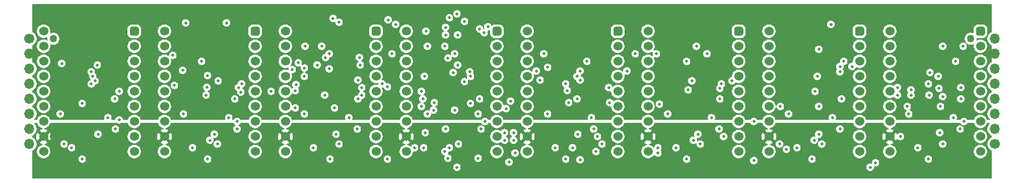
<source format=gbr>
G04 #@! TF.GenerationSoftware,KiCad,Pcbnew,(5.1.8)*
G04 #@! TF.CreationDate,2021-04-29T17:56:12-04:00*
G04 #@! TF.ProjectId,8x16seg,38783136-7365-4672-9e6b-696361645f70,v1.0.0*
G04 #@! TF.SameCoordinates,Original*
G04 #@! TF.FileFunction,Copper,L2,Inr*
G04 #@! TF.FilePolarity,Positive*
%FSLAX46Y46*%
G04 Gerber Fmt 4.6, Leading zero omitted, Abs format (unit mm)*
G04 Created by KiCad (PCBNEW (5.1.8)) date 2021-04-29 17:56:12*
%MOMM*%
%LPD*%
G01*
G04 APERTURE LIST*
G04 #@! TA.AperFunction,ComponentPad*
%ADD10O,1.700000X1.700000*%
G04 #@! TD*
G04 #@! TA.AperFunction,ComponentPad*
%ADD11C,1.700000*%
G04 #@! TD*
G04 #@! TA.AperFunction,ComponentPad*
%ADD12C,1.524000*%
G04 #@! TD*
G04 #@! TA.AperFunction,ViaPad*
%ADD13C,0.508000*%
G04 #@! TD*
G04 #@! TA.AperFunction,ViaPad*
%ADD14C,1.270000*%
G04 #@! TD*
G04 #@! TA.AperFunction,Conductor*
%ADD15C,0.762000*%
G04 #@! TD*
G04 #@! TA.AperFunction,Conductor*
%ADD16C,0.152400*%
G04 #@! TD*
G04 #@! TA.AperFunction,Conductor*
%ADD17C,0.100000*%
G04 #@! TD*
G04 APERTURE END LIST*
D10*
X228440000Y-92710000D03*
X228440000Y-95250000D03*
X228440000Y-97790000D03*
X228440000Y-100330000D03*
X228440000Y-102870000D03*
X228440000Y-105410000D03*
X228440000Y-107950000D03*
D11*
X228440000Y-110490000D03*
D10*
X66200000Y-110490000D03*
X66200000Y-107950000D03*
X66200000Y-105410000D03*
X66200000Y-102870000D03*
X66200000Y-100330000D03*
X66200000Y-97790000D03*
X66200000Y-95250000D03*
D11*
X66200000Y-92710000D03*
D12*
X68580000Y-91440000D03*
X68580000Y-93980000D03*
X68580000Y-96520000D03*
X68580000Y-99060000D03*
X68580000Y-101600000D03*
X68580000Y-104140000D03*
X68580000Y-106680000D03*
X68580000Y-109220000D03*
X68580000Y-111760000D03*
X83820000Y-111760000D03*
X83820000Y-109220000D03*
X83820000Y-106680000D03*
X83820000Y-104140000D03*
X83820000Y-101600000D03*
X83820000Y-99060000D03*
X83820000Y-96520000D03*
X83820000Y-93980000D03*
G04 #@! TA.AperFunction,ComponentPad*
G36*
G01*
X84582000Y-91059000D02*
X84582000Y-91821000D01*
G75*
G02*
X84201000Y-92202000I-381000J0D01*
G01*
X83439000Y-92202000D01*
G75*
G02*
X83058000Y-91821000I0J381000D01*
G01*
X83058000Y-91059000D01*
G75*
G02*
X83439000Y-90678000I381000J0D01*
G01*
X84201000Y-90678000D01*
G75*
G02*
X84582000Y-91059000I0J-381000D01*
G01*
G37*
G04 #@! TD.AperFunction*
X210820000Y-91440000D03*
X210820000Y-93980000D03*
X210820000Y-96520000D03*
X210820000Y-99060000D03*
X210820000Y-101600000D03*
X210820000Y-104140000D03*
X210820000Y-106680000D03*
X210820000Y-109220000D03*
X210820000Y-111760000D03*
X226060000Y-111760000D03*
X226060000Y-109220000D03*
X226060000Y-106680000D03*
X226060000Y-104140000D03*
X226060000Y-101600000D03*
X226060000Y-99060000D03*
X226060000Y-96520000D03*
X226060000Y-93980000D03*
G04 #@! TA.AperFunction,ComponentPad*
G36*
G01*
X226822000Y-91059000D02*
X226822000Y-91821000D01*
G75*
G02*
X226441000Y-92202000I-381000J0D01*
G01*
X225679000Y-92202000D01*
G75*
G02*
X225298000Y-91821000I0J381000D01*
G01*
X225298000Y-91059000D01*
G75*
G02*
X225679000Y-90678000I381000J0D01*
G01*
X226441000Y-90678000D01*
G75*
G02*
X226822000Y-91059000I0J-381000D01*
G01*
G37*
G04 #@! TD.AperFunction*
X190500000Y-91440000D03*
X190500000Y-93980000D03*
X190500000Y-96520000D03*
X190500000Y-99060000D03*
X190500000Y-101600000D03*
X190500000Y-104140000D03*
X190500000Y-106680000D03*
X190500000Y-109220000D03*
X190500000Y-111760000D03*
X205740000Y-111760000D03*
X205740000Y-109220000D03*
X205740000Y-106680000D03*
X205740000Y-104140000D03*
X205740000Y-101600000D03*
X205740000Y-99060000D03*
X205740000Y-96520000D03*
X205740000Y-93980000D03*
G04 #@! TA.AperFunction,ComponentPad*
G36*
G01*
X206502000Y-91059000D02*
X206502000Y-91821000D01*
G75*
G02*
X206121000Y-92202000I-381000J0D01*
G01*
X205359000Y-92202000D01*
G75*
G02*
X204978000Y-91821000I0J381000D01*
G01*
X204978000Y-91059000D01*
G75*
G02*
X205359000Y-90678000I381000J0D01*
G01*
X206121000Y-90678000D01*
G75*
G02*
X206502000Y-91059000I0J-381000D01*
G01*
G37*
G04 #@! TD.AperFunction*
X170180000Y-91440000D03*
X170180000Y-93980000D03*
X170180000Y-96520000D03*
X170180000Y-99060000D03*
X170180000Y-101600000D03*
X170180000Y-104140000D03*
X170180000Y-106680000D03*
X170180000Y-109220000D03*
X170180000Y-111760000D03*
X185420000Y-111760000D03*
X185420000Y-109220000D03*
X185420000Y-106680000D03*
X185420000Y-104140000D03*
X185420000Y-101600000D03*
X185420000Y-99060000D03*
X185420000Y-96520000D03*
X185420000Y-93980000D03*
G04 #@! TA.AperFunction,ComponentPad*
G36*
G01*
X186182000Y-91059000D02*
X186182000Y-91821000D01*
G75*
G02*
X185801000Y-92202000I-381000J0D01*
G01*
X185039000Y-92202000D01*
G75*
G02*
X184658000Y-91821000I0J381000D01*
G01*
X184658000Y-91059000D01*
G75*
G02*
X185039000Y-90678000I381000J0D01*
G01*
X185801000Y-90678000D01*
G75*
G02*
X186182000Y-91059000I0J-381000D01*
G01*
G37*
G04 #@! TD.AperFunction*
X149860000Y-91440000D03*
X149860000Y-93980000D03*
X149860000Y-96520000D03*
X149860000Y-99060000D03*
X149860000Y-101600000D03*
X149860000Y-104140000D03*
X149860000Y-106680000D03*
X149860000Y-109220000D03*
X149860000Y-111760000D03*
X165100000Y-111760000D03*
X165100000Y-109220000D03*
X165100000Y-106680000D03*
X165100000Y-104140000D03*
X165100000Y-101600000D03*
X165100000Y-99060000D03*
X165100000Y-96520000D03*
X165100000Y-93980000D03*
G04 #@! TA.AperFunction,ComponentPad*
G36*
G01*
X165862000Y-91059000D02*
X165862000Y-91821000D01*
G75*
G02*
X165481000Y-92202000I-381000J0D01*
G01*
X164719000Y-92202000D01*
G75*
G02*
X164338000Y-91821000I0J381000D01*
G01*
X164338000Y-91059000D01*
G75*
G02*
X164719000Y-90678000I381000J0D01*
G01*
X165481000Y-90678000D01*
G75*
G02*
X165862000Y-91059000I0J-381000D01*
G01*
G37*
G04 #@! TD.AperFunction*
X129540000Y-91440000D03*
X129540000Y-93980000D03*
X129540000Y-96520000D03*
X129540000Y-99060000D03*
X129540000Y-101600000D03*
X129540000Y-104140000D03*
X129540000Y-106680000D03*
X129540000Y-109220000D03*
X129540000Y-111760000D03*
X144780000Y-111760000D03*
X144780000Y-109220000D03*
X144780000Y-106680000D03*
X144780000Y-104140000D03*
X144780000Y-101600000D03*
X144780000Y-99060000D03*
X144780000Y-96520000D03*
X144780000Y-93980000D03*
G04 #@! TA.AperFunction,ComponentPad*
G36*
G01*
X145542000Y-91059000D02*
X145542000Y-91821000D01*
G75*
G02*
X145161000Y-92202000I-381000J0D01*
G01*
X144399000Y-92202000D01*
G75*
G02*
X144018000Y-91821000I0J381000D01*
G01*
X144018000Y-91059000D01*
G75*
G02*
X144399000Y-90678000I381000J0D01*
G01*
X145161000Y-90678000D01*
G75*
G02*
X145542000Y-91059000I0J-381000D01*
G01*
G37*
G04 #@! TD.AperFunction*
X109220000Y-91440000D03*
X109220000Y-93980000D03*
X109220000Y-96520000D03*
X109220000Y-99060000D03*
X109220000Y-101600000D03*
X109220000Y-104140000D03*
X109220000Y-106680000D03*
X109220000Y-109220000D03*
X109220000Y-111760000D03*
X124460000Y-111760000D03*
X124460000Y-109220000D03*
X124460000Y-106680000D03*
X124460000Y-104140000D03*
X124460000Y-101600000D03*
X124460000Y-99060000D03*
X124460000Y-96520000D03*
X124460000Y-93980000D03*
G04 #@! TA.AperFunction,ComponentPad*
G36*
G01*
X125222000Y-91059000D02*
X125222000Y-91821000D01*
G75*
G02*
X124841000Y-92202000I-381000J0D01*
G01*
X124079000Y-92202000D01*
G75*
G02*
X123698000Y-91821000I0J381000D01*
G01*
X123698000Y-91059000D01*
G75*
G02*
X124079000Y-90678000I381000J0D01*
G01*
X124841000Y-90678000D01*
G75*
G02*
X125222000Y-91059000I0J-381000D01*
G01*
G37*
G04 #@! TD.AperFunction*
X88900000Y-91440000D03*
X88900000Y-93980000D03*
X88900000Y-96520000D03*
X88900000Y-99060000D03*
X88900000Y-101600000D03*
X88900000Y-104140000D03*
X88900000Y-106680000D03*
X88900000Y-109220000D03*
X88900000Y-111760000D03*
X104140000Y-111760000D03*
X104140000Y-109220000D03*
X104140000Y-106680000D03*
X104140000Y-104140000D03*
X104140000Y-101600000D03*
X104140000Y-99060000D03*
X104140000Y-96520000D03*
X104140000Y-93980000D03*
G04 #@! TA.AperFunction,ComponentPad*
G36*
G01*
X104902000Y-91059000D02*
X104902000Y-91821000D01*
G75*
G02*
X104521000Y-92202000I-381000J0D01*
G01*
X103759000Y-92202000D01*
G75*
G02*
X103378000Y-91821000I0J381000D01*
G01*
X103378000Y-91059000D01*
G75*
G02*
X103759000Y-90678000I381000J0D01*
G01*
X104521000Y-90678000D01*
G75*
G02*
X104902000Y-91059000I0J-381000D01*
G01*
G37*
G04 #@! TD.AperFunction*
D13*
X215392000Y-106045000D03*
X195072000Y-106045000D03*
X174752000Y-106045000D03*
X113792000Y-106045000D03*
X93472000Y-106045000D03*
X140208000Y-104775000D03*
X154432000Y-106045000D03*
X93726000Y-90043000D03*
X195326000Y-90297000D03*
X134112000Y-98425000D03*
X73152000Y-106045000D03*
X221488000Y-106045000D03*
X201168000Y-106045000D03*
X180848000Y-106045000D03*
X119888000Y-106045000D03*
X99695000Y-106045000D03*
X73279000Y-111125000D03*
X77724000Y-108839000D03*
X139319000Y-99949000D03*
X134239000Y-103505000D03*
X134133327Y-104765644D03*
X160655000Y-106045000D03*
X97282000Y-108839000D03*
X93599000Y-111125000D03*
X99314000Y-90043000D03*
X113919000Y-111125000D03*
X117729000Y-108839000D03*
X158369000Y-108839000D03*
X154559000Y-111125000D03*
X215519000Y-111125000D03*
X219202000Y-108587530D03*
X198882000Y-108839000D03*
X200914000Y-90297000D03*
X178562000Y-108839000D03*
X217297000Y-113030000D03*
X197739000Y-113030000D03*
X176657000Y-113030000D03*
X156337000Y-113030000D03*
X116713000Y-113030000D03*
X96139000Y-113030000D03*
X75057000Y-113030000D03*
X195199000Y-111125000D03*
X140208000Y-98298000D03*
X79375000Y-106045000D03*
X174879000Y-111125000D03*
D14*
X70231000Y-92710000D03*
X224409000Y-110490000D03*
X224409000Y-92710000D03*
D13*
X212471000Y-113030000D03*
X203962000Y-113030000D03*
X192151000Y-113030000D03*
X171831000Y-113030000D03*
X151511000Y-113030000D03*
X122809000Y-113030000D03*
X110617000Y-113030000D03*
X102362000Y-113030000D03*
X90551000Y-113030000D03*
X70231000Y-113030000D03*
D14*
X70231000Y-109220000D03*
D13*
X80645000Y-107950000D03*
X101092000Y-107950000D03*
X121285000Y-107950000D03*
X182118000Y-107950000D03*
X202438000Y-107950000D03*
X136144000Y-107950000D03*
X142113000Y-107950000D03*
X161036000Y-107950000D03*
X222631000Y-107950000D03*
X92075000Y-105410000D03*
X112395000Y-105410000D03*
X213995000Y-105410000D03*
X153289000Y-105410000D03*
X133096043Y-105410000D03*
X141605018Y-105410000D03*
X71374000Y-105410000D03*
X193802000Y-105410000D03*
X173482000Y-105410000D03*
X141859010Y-102870000D03*
X80518000Y-102870000D03*
X121412000Y-102870000D03*
X182245000Y-102870000D03*
X202692000Y-102870000D03*
X222758000Y-102870000D03*
X158242000Y-102870000D03*
X100711000Y-102870000D03*
X132334000Y-102870000D03*
X76581000Y-100330000D03*
X217297000Y-100330000D03*
X92456010Y-90043000D03*
X76835000Y-99060000D03*
X81280000Y-101600000D03*
X81280000Y-106426000D03*
X75057000Y-103632000D03*
X77216000Y-99822000D03*
X76581000Y-98298000D03*
X71628000Y-96901000D03*
X77597000Y-97155000D03*
X117221000Y-89281000D03*
X116586000Y-95249990D03*
X91948000Y-98044000D03*
X97914537Y-99829911D03*
X90551000Y-100584000D03*
X110871000Y-104393999D03*
X117475004Y-104394000D03*
X106807000Y-101600000D03*
X101092000Y-106680000D03*
X95885000Y-102234990D03*
X101727000Y-101727000D03*
X96018274Y-100919385D03*
X101346000Y-100965000D03*
X101854000Y-100330000D03*
X96133987Y-98919493D03*
X95123000Y-96520000D03*
X90297000Y-95504000D03*
X118237000Y-89916000D03*
X138176000Y-92075000D03*
X112522000Y-93980000D03*
X112395000Y-99060000D03*
X110363008Y-97917000D03*
X112395000Y-97663000D03*
X126492000Y-89535000D03*
X125476000Y-100330000D03*
X110871000Y-101473000D03*
X136779000Y-89156530D03*
X121412000Y-99695000D03*
X110993488Y-100452472D03*
X126365000Y-113030000D03*
X137668000Y-95250000D03*
X127127000Y-95250000D03*
X137414000Y-98425000D03*
X126365000Y-100838000D03*
X115823990Y-102235000D03*
X122047000Y-102235000D03*
X121793000Y-97155000D03*
X114554000Y-97155010D03*
X122047000Y-100965000D03*
X121666000Y-95885000D03*
X115951000Y-95885000D03*
X111379003Y-96774003D03*
X115316000Y-93980000D03*
X138049000Y-88519000D03*
X133096000Y-93980000D03*
X132461000Y-111125000D03*
X130937000Y-111125000D03*
X132588000Y-99060000D03*
X132080000Y-101600000D03*
X132080000Y-104140000D03*
X139319000Y-89789000D03*
X127762000Y-90297000D03*
X136017000Y-111760000D03*
X136779000Y-111125000D03*
X132715000Y-108585000D03*
X142748021Y-106680000D03*
X141859000Y-91059000D03*
X132842000Y-91440000D03*
X142621000Y-91694000D03*
X136144000Y-92075000D03*
X143256000Y-90678000D03*
X136144000Y-90805000D03*
X140335000Y-99060000D03*
X140335000Y-103632000D03*
X137668000Y-104775000D03*
X136559251Y-95977751D03*
X136017000Y-93980000D03*
X136525000Y-112903000D03*
X146812000Y-113538000D03*
X146304000Y-104521000D03*
X147066000Y-103251000D03*
X159893000Y-96520000D03*
X146049979Y-108585000D03*
X147574000Y-108585000D03*
X147574000Y-109855000D03*
X146050000Y-109855000D03*
X158750000Y-98171000D03*
X151384000Y-98171000D03*
X141605000Y-112902968D03*
X147828000Y-112014000D03*
X158750000Y-99695000D03*
X152019000Y-99695000D03*
X161417000Y-111760000D03*
X161671000Y-109220000D03*
X162433000Y-110490000D03*
X138303000Y-110490000D03*
X158242000Y-99060000D03*
X178308000Y-93980000D03*
X176657000Y-96520000D03*
X177546000Y-99822000D03*
X152654000Y-95250000D03*
X168021000Y-95250000D03*
X172085000Y-103759000D03*
X153289000Y-97536000D03*
X166624000Y-98171000D03*
X171577000Y-95250000D03*
X180086000Y-95250000D03*
X182880000Y-109220000D03*
X156591000Y-101473000D03*
X163576000Y-100965000D03*
X156845000Y-103505000D03*
X163703000Y-103505000D03*
X156337000Y-100330000D03*
X182499000Y-100330000D03*
X184277000Y-99822000D03*
X182245000Y-101092000D03*
X198882000Y-94488000D03*
X198628000Y-99060000D03*
X198247000Y-101600000D03*
X192405000Y-104140000D03*
X187960000Y-106680000D03*
X171831000Y-111125000D03*
X187960000Y-113284000D03*
X192278000Y-110490000D03*
X204470000Y-97409000D03*
X202438000Y-97409000D03*
X207518000Y-114427000D03*
X171831000Y-112014000D03*
X198882000Y-104140000D03*
X176911000Y-101346000D03*
X202438000Y-98298000D03*
X203073000Y-96520000D03*
X212090000Y-102235000D03*
X214376000Y-102235000D03*
X219710000Y-93980000D03*
X214376000Y-101346000D03*
X212090000Y-100965000D03*
X218948000Y-99060000D03*
X222758000Y-100965000D03*
X213741000Y-104140000D03*
X193421000Y-111379000D03*
X208407000Y-113665000D03*
X212598000Y-109220000D03*
X223266000Y-106680000D03*
X219329000Y-104140000D03*
X219710000Y-102489000D03*
X217551000Y-98425000D03*
X221869000Y-96520000D03*
X223139000Y-93980000D03*
X217424000Y-102235000D03*
X219075000Y-101092000D03*
X97790000Y-110490000D03*
X72009000Y-110490000D03*
X118237000Y-110490000D03*
X96519996Y-109855000D03*
X138176000Y-97155000D03*
X116585968Y-97789994D03*
X158750000Y-113157000D03*
X138049000Y-114427000D03*
X178943000Y-110490000D03*
X157480000Y-111125000D03*
X199390000Y-110490000D03*
X177800000Y-109855000D03*
X219710000Y-110490000D03*
X198120000Y-109855000D03*
D15*
X66200000Y-95250000D02*
X67564000Y-95250000D01*
X67564000Y-95250000D02*
X67691000Y-95250000D01*
X228440000Y-95250000D02*
X226949000Y-95250000D01*
D16*
X67407653Y-107035627D02*
X67499559Y-107257508D01*
X67632986Y-107457195D01*
X67802805Y-107627014D01*
X68002492Y-107760441D01*
X68224373Y-107852347D01*
X68390840Y-107885459D01*
X68194613Y-107923346D01*
X67949054Y-108023446D01*
X67935636Y-108030618D01*
X67861797Y-108250349D01*
X68580000Y-108968553D01*
X69298203Y-108250349D01*
X69224364Y-108030618D01*
X68979945Y-107927762D01*
X68771286Y-107885036D01*
X68796840Y-107879953D01*
X79933800Y-107879953D01*
X79933800Y-108020047D01*
X79961131Y-108157449D01*
X80014743Y-108286879D01*
X80092575Y-108403363D01*
X80191637Y-108502425D01*
X80308121Y-108580257D01*
X80437551Y-108633869D01*
X80574953Y-108661200D01*
X80715047Y-108661200D01*
X80852449Y-108633869D01*
X80981879Y-108580257D01*
X81098363Y-108502425D01*
X81197425Y-108403363D01*
X81275257Y-108286879D01*
X81328869Y-108157449D01*
X81356200Y-108020047D01*
X81356200Y-107879953D01*
X81328869Y-107742551D01*
X81275257Y-107613121D01*
X81197425Y-107496637D01*
X81098363Y-107397575D01*
X80981879Y-107319743D01*
X80852449Y-107266131D01*
X80715047Y-107238800D01*
X80574953Y-107238800D01*
X80437551Y-107266131D01*
X80308121Y-107319743D01*
X80191637Y-107397575D01*
X80092575Y-107496637D01*
X80014743Y-107613121D01*
X79961131Y-107742551D01*
X79933800Y-107879953D01*
X68796840Y-107879953D01*
X68935627Y-107852347D01*
X69157508Y-107760441D01*
X69357195Y-107627014D01*
X69527014Y-107457195D01*
X69660441Y-107257508D01*
X69752347Y-107035627D01*
X69757405Y-107010200D01*
X80874192Y-107010200D01*
X80943121Y-107056257D01*
X81072551Y-107109869D01*
X81209953Y-107137200D01*
X81350047Y-107137200D01*
X81487449Y-107109869D01*
X81616879Y-107056257D01*
X81685808Y-107010200D01*
X82642595Y-107010200D01*
X82647653Y-107035627D01*
X82739559Y-107257508D01*
X82872986Y-107457195D01*
X83042805Y-107627014D01*
X83242492Y-107760441D01*
X83464373Y-107852347D01*
X83699919Y-107899200D01*
X83940081Y-107899200D01*
X84175627Y-107852347D01*
X84397508Y-107760441D01*
X84597195Y-107627014D01*
X84767014Y-107457195D01*
X84900441Y-107257508D01*
X84992347Y-107035627D01*
X84997405Y-107010200D01*
X87722595Y-107010200D01*
X87727653Y-107035627D01*
X87819559Y-107257508D01*
X87952986Y-107457195D01*
X88122805Y-107627014D01*
X88322492Y-107760441D01*
X88544373Y-107852347D01*
X88710840Y-107885459D01*
X88514613Y-107923346D01*
X88269054Y-108023446D01*
X88255636Y-108030618D01*
X88181797Y-108250349D01*
X88900000Y-108968553D01*
X89618203Y-108250349D01*
X89544364Y-108030618D01*
X89299945Y-107927762D01*
X89091286Y-107885036D01*
X89255627Y-107852347D01*
X89477508Y-107760441D01*
X89677195Y-107627014D01*
X89847014Y-107457195D01*
X89980441Y-107257508D01*
X90072347Y-107035627D01*
X90077405Y-107010200D01*
X100458976Y-107010200D01*
X100461743Y-107016879D01*
X100539575Y-107133363D01*
X100638637Y-107232425D01*
X100755121Y-107310257D01*
X100766572Y-107315000D01*
X100755121Y-107319743D01*
X100638637Y-107397575D01*
X100539575Y-107496637D01*
X100461743Y-107613121D01*
X100408131Y-107742551D01*
X100380800Y-107879953D01*
X100380800Y-108020047D01*
X100408131Y-108157449D01*
X100461743Y-108286879D01*
X100539575Y-108403363D01*
X100638637Y-108502425D01*
X100755121Y-108580257D01*
X100884551Y-108633869D01*
X101021953Y-108661200D01*
X101162047Y-108661200D01*
X101299449Y-108633869D01*
X101428879Y-108580257D01*
X101545363Y-108502425D01*
X101644425Y-108403363D01*
X101722257Y-108286879D01*
X101775869Y-108157449D01*
X101803200Y-108020047D01*
X101803200Y-107879953D01*
X101775869Y-107742551D01*
X101722257Y-107613121D01*
X101644425Y-107496637D01*
X101545363Y-107397575D01*
X101428879Y-107319743D01*
X101417428Y-107315000D01*
X101428879Y-107310257D01*
X101545363Y-107232425D01*
X101644425Y-107133363D01*
X101722257Y-107016879D01*
X101725024Y-107010200D01*
X102962595Y-107010200D01*
X102967653Y-107035627D01*
X103059559Y-107257508D01*
X103192986Y-107457195D01*
X103362805Y-107627014D01*
X103562492Y-107760441D01*
X103784373Y-107852347D01*
X104019919Y-107899200D01*
X104260081Y-107899200D01*
X104495627Y-107852347D01*
X104717508Y-107760441D01*
X104917195Y-107627014D01*
X105087014Y-107457195D01*
X105220441Y-107257508D01*
X105312347Y-107035627D01*
X105317405Y-107010200D01*
X108042595Y-107010200D01*
X108047653Y-107035627D01*
X108139559Y-107257508D01*
X108272986Y-107457195D01*
X108442805Y-107627014D01*
X108642492Y-107760441D01*
X108864373Y-107852347D01*
X109030840Y-107885459D01*
X108834613Y-107923346D01*
X108589054Y-108023446D01*
X108575636Y-108030618D01*
X108501797Y-108250349D01*
X109220000Y-108968553D01*
X109938203Y-108250349D01*
X109864364Y-108030618D01*
X109619945Y-107927762D01*
X109411286Y-107885036D01*
X109436840Y-107879953D01*
X120573800Y-107879953D01*
X120573800Y-108020047D01*
X120601131Y-108157449D01*
X120654743Y-108286879D01*
X120732575Y-108403363D01*
X120831637Y-108502425D01*
X120948121Y-108580257D01*
X121077551Y-108633869D01*
X121214953Y-108661200D01*
X121355047Y-108661200D01*
X121492449Y-108633869D01*
X121621879Y-108580257D01*
X121738363Y-108502425D01*
X121837425Y-108403363D01*
X121915257Y-108286879D01*
X121968869Y-108157449D01*
X121996200Y-108020047D01*
X121996200Y-107879953D01*
X121968869Y-107742551D01*
X121915257Y-107613121D01*
X121837425Y-107496637D01*
X121738363Y-107397575D01*
X121621879Y-107319743D01*
X121492449Y-107266131D01*
X121355047Y-107238800D01*
X121214953Y-107238800D01*
X121077551Y-107266131D01*
X120948121Y-107319743D01*
X120831637Y-107397575D01*
X120732575Y-107496637D01*
X120654743Y-107613121D01*
X120601131Y-107742551D01*
X120573800Y-107879953D01*
X109436840Y-107879953D01*
X109575627Y-107852347D01*
X109797508Y-107760441D01*
X109997195Y-107627014D01*
X110167014Y-107457195D01*
X110300441Y-107257508D01*
X110392347Y-107035627D01*
X110397405Y-107010200D01*
X123282595Y-107010200D01*
X123287653Y-107035627D01*
X123379559Y-107257508D01*
X123512986Y-107457195D01*
X123682805Y-107627014D01*
X123882492Y-107760441D01*
X124104373Y-107852347D01*
X124339919Y-107899200D01*
X124580081Y-107899200D01*
X124815627Y-107852347D01*
X125037508Y-107760441D01*
X125237195Y-107627014D01*
X125407014Y-107457195D01*
X125540441Y-107257508D01*
X125632347Y-107035627D01*
X125637405Y-107010200D01*
X128362595Y-107010200D01*
X128367653Y-107035627D01*
X128459559Y-107257508D01*
X128592986Y-107457195D01*
X128762805Y-107627014D01*
X128962492Y-107760441D01*
X129184373Y-107852347D01*
X129350840Y-107885459D01*
X129154613Y-107923346D01*
X128909054Y-108023446D01*
X128895636Y-108030618D01*
X128821797Y-108250349D01*
X129540000Y-108968553D01*
X130258203Y-108250349D01*
X130184364Y-108030618D01*
X129939945Y-107927762D01*
X129731286Y-107885036D01*
X129895627Y-107852347D01*
X130117508Y-107760441D01*
X130317195Y-107627014D01*
X130487014Y-107457195D01*
X130620441Y-107257508D01*
X130712347Y-107035627D01*
X130717405Y-107010200D01*
X142114997Y-107010200D01*
X142117764Y-107016879D01*
X142195596Y-107133363D01*
X142294658Y-107232425D01*
X142385313Y-107292999D01*
X142320449Y-107266131D01*
X142183047Y-107238800D01*
X142042953Y-107238800D01*
X141905551Y-107266131D01*
X141776121Y-107319743D01*
X141659637Y-107397575D01*
X141560575Y-107496637D01*
X141482743Y-107613121D01*
X141429131Y-107742551D01*
X141401800Y-107879953D01*
X141401800Y-108020047D01*
X141429131Y-108157449D01*
X141482743Y-108286879D01*
X141560575Y-108403363D01*
X141659637Y-108502425D01*
X141776121Y-108580257D01*
X141905551Y-108633869D01*
X142042953Y-108661200D01*
X142183047Y-108661200D01*
X142320449Y-108633869D01*
X142449879Y-108580257D01*
X142566363Y-108502425D01*
X142665425Y-108403363D01*
X142743257Y-108286879D01*
X142796869Y-108157449D01*
X142824200Y-108020047D01*
X142824200Y-107879953D01*
X142796869Y-107742551D01*
X142743257Y-107613121D01*
X142665425Y-107496637D01*
X142566363Y-107397575D01*
X142475708Y-107337001D01*
X142540572Y-107363869D01*
X142677974Y-107391200D01*
X142818068Y-107391200D01*
X142955470Y-107363869D01*
X143084900Y-107310257D01*
X143201384Y-107232425D01*
X143300446Y-107133363D01*
X143378278Y-107016879D01*
X143381045Y-107010200D01*
X143602595Y-107010200D01*
X143607653Y-107035627D01*
X143699559Y-107257508D01*
X143832986Y-107457195D01*
X144002805Y-107627014D01*
X144202492Y-107760441D01*
X144424373Y-107852347D01*
X144659919Y-107899200D01*
X144900081Y-107899200D01*
X145135627Y-107852347D01*
X145357508Y-107760441D01*
X145557195Y-107627014D01*
X145727014Y-107457195D01*
X145860441Y-107257508D01*
X145952347Y-107035627D01*
X145957405Y-107010200D01*
X148682595Y-107010200D01*
X148687653Y-107035627D01*
X148779559Y-107257508D01*
X148912986Y-107457195D01*
X149082805Y-107627014D01*
X149282492Y-107760441D01*
X149504373Y-107852347D01*
X149670840Y-107885459D01*
X149474613Y-107923346D01*
X149229054Y-108023446D01*
X149215636Y-108030618D01*
X149141797Y-108250349D01*
X149860000Y-108968553D01*
X150578203Y-108250349D01*
X150504364Y-108030618D01*
X150259945Y-107927762D01*
X150051286Y-107885036D01*
X150076840Y-107879953D01*
X160324800Y-107879953D01*
X160324800Y-108020047D01*
X160352131Y-108157449D01*
X160405743Y-108286879D01*
X160483575Y-108403363D01*
X160582637Y-108502425D01*
X160699121Y-108580257D01*
X160828551Y-108633869D01*
X160965953Y-108661200D01*
X161106047Y-108661200D01*
X161243449Y-108633869D01*
X161308258Y-108607024D01*
X161217637Y-108667575D01*
X161118575Y-108766637D01*
X161040743Y-108883121D01*
X160987131Y-109012551D01*
X160959800Y-109149953D01*
X160959800Y-109290047D01*
X160987131Y-109427449D01*
X161040743Y-109556879D01*
X161118575Y-109673363D01*
X161217637Y-109772425D01*
X161334121Y-109850257D01*
X161463551Y-109903869D01*
X161600953Y-109931200D01*
X161741047Y-109931200D01*
X161878449Y-109903869D01*
X162007879Y-109850257D01*
X162124363Y-109772425D01*
X162223425Y-109673363D01*
X162301257Y-109556879D01*
X162354869Y-109427449D01*
X162382200Y-109290047D01*
X162382200Y-109149953D01*
X162372248Y-109099919D01*
X163880800Y-109099919D01*
X163880800Y-109340081D01*
X163927653Y-109575627D01*
X164019559Y-109797508D01*
X164152986Y-109997195D01*
X164322805Y-110167014D01*
X164522492Y-110300441D01*
X164744373Y-110392347D01*
X164979919Y-110439200D01*
X165220081Y-110439200D01*
X165455627Y-110392347D01*
X165677508Y-110300441D01*
X165877195Y-110167014D01*
X166047014Y-109997195D01*
X166180441Y-109797508D01*
X166272347Y-109575627D01*
X166318218Y-109345017D01*
X168833075Y-109345017D01*
X168883346Y-109605387D01*
X168983446Y-109850946D01*
X168990618Y-109864364D01*
X169210349Y-109938203D01*
X169928553Y-109220000D01*
X170431447Y-109220000D01*
X171149651Y-109938203D01*
X171369382Y-109864364D01*
X171402799Y-109784953D01*
X177088800Y-109784953D01*
X177088800Y-109925047D01*
X177116131Y-110062449D01*
X177169743Y-110191879D01*
X177247575Y-110308363D01*
X177346637Y-110407425D01*
X177463121Y-110485257D01*
X177592551Y-110538869D01*
X177729953Y-110566200D01*
X177870047Y-110566200D01*
X178007449Y-110538869D01*
X178136879Y-110485257D01*
X178231800Y-110421833D01*
X178231800Y-110560047D01*
X178259131Y-110697449D01*
X178312743Y-110826879D01*
X178390575Y-110943363D01*
X178489637Y-111042425D01*
X178606121Y-111120257D01*
X178735551Y-111173869D01*
X178872953Y-111201200D01*
X179013047Y-111201200D01*
X179150449Y-111173869D01*
X179279879Y-111120257D01*
X179396363Y-111042425D01*
X179495425Y-110943363D01*
X179573257Y-110826879D01*
X179626869Y-110697449D01*
X179654200Y-110560047D01*
X179654200Y-110419953D01*
X179626869Y-110282551D01*
X179573257Y-110153121D01*
X179495425Y-110036637D01*
X179396363Y-109937575D01*
X179279879Y-109859743D01*
X179150449Y-109806131D01*
X179013047Y-109778800D01*
X178872953Y-109778800D01*
X178735551Y-109806131D01*
X178606121Y-109859743D01*
X178511200Y-109923167D01*
X178511200Y-109784953D01*
X178483869Y-109647551D01*
X178439198Y-109539706D01*
X178491953Y-109550200D01*
X178632047Y-109550200D01*
X178769449Y-109522869D01*
X178898879Y-109469257D01*
X179015363Y-109391425D01*
X179114425Y-109292363D01*
X179192257Y-109175879D01*
X179202995Y-109149953D01*
X182168800Y-109149953D01*
X182168800Y-109290047D01*
X182196131Y-109427449D01*
X182249743Y-109556879D01*
X182327575Y-109673363D01*
X182426637Y-109772425D01*
X182543121Y-109850257D01*
X182672551Y-109903869D01*
X182809953Y-109931200D01*
X182950047Y-109931200D01*
X183087449Y-109903869D01*
X183216879Y-109850257D01*
X183333363Y-109772425D01*
X183432425Y-109673363D01*
X183510257Y-109556879D01*
X183563869Y-109427449D01*
X183591200Y-109290047D01*
X183591200Y-109149953D01*
X183581248Y-109099919D01*
X184200800Y-109099919D01*
X184200800Y-109340081D01*
X184247653Y-109575627D01*
X184339559Y-109797508D01*
X184472986Y-109997195D01*
X184642805Y-110167014D01*
X184842492Y-110300441D01*
X185064373Y-110392347D01*
X185299919Y-110439200D01*
X185540081Y-110439200D01*
X185775627Y-110392347D01*
X185997508Y-110300441D01*
X186197195Y-110167014D01*
X186367014Y-109997195D01*
X186500441Y-109797508D01*
X186592347Y-109575627D01*
X186638218Y-109345017D01*
X189153075Y-109345017D01*
X189203346Y-109605387D01*
X189303446Y-109850946D01*
X189310618Y-109864364D01*
X189530349Y-109938203D01*
X190248553Y-109220000D01*
X190751447Y-109220000D01*
X191469651Y-109938203D01*
X191689382Y-109864364D01*
X191792238Y-109619945D01*
X191845433Y-109360157D01*
X191846925Y-109094983D01*
X191796654Y-108834613D01*
X191696554Y-108589054D01*
X191689382Y-108575636D01*
X191469651Y-108501797D01*
X190751447Y-109220000D01*
X190248553Y-109220000D01*
X189530349Y-108501797D01*
X189310618Y-108575636D01*
X189207762Y-108820055D01*
X189154567Y-109079843D01*
X189153075Y-109345017D01*
X186638218Y-109345017D01*
X186639200Y-109340081D01*
X186639200Y-109099919D01*
X186592347Y-108864373D01*
X186500441Y-108642492D01*
X186367014Y-108442805D01*
X186197195Y-108272986D01*
X185997508Y-108139559D01*
X185775627Y-108047653D01*
X185540081Y-108000800D01*
X185299919Y-108000800D01*
X185064373Y-108047653D01*
X184842492Y-108139559D01*
X184642805Y-108272986D01*
X184472986Y-108442805D01*
X184339559Y-108642492D01*
X184247653Y-108864373D01*
X184200800Y-109099919D01*
X183581248Y-109099919D01*
X183563869Y-109012551D01*
X183510257Y-108883121D01*
X183432425Y-108766637D01*
X183333363Y-108667575D01*
X183216879Y-108589743D01*
X183087449Y-108536131D01*
X182950047Y-108508800D01*
X182809953Y-108508800D01*
X182672551Y-108536131D01*
X182543121Y-108589743D01*
X182426637Y-108667575D01*
X182327575Y-108766637D01*
X182249743Y-108883121D01*
X182196131Y-109012551D01*
X182168800Y-109149953D01*
X179202995Y-109149953D01*
X179245869Y-109046449D01*
X179273200Y-108909047D01*
X179273200Y-108768953D01*
X179245869Y-108631551D01*
X179192257Y-108502121D01*
X179114425Y-108385637D01*
X179015363Y-108286575D01*
X178898879Y-108208743D01*
X178769449Y-108155131D01*
X178632047Y-108127800D01*
X178491953Y-108127800D01*
X178354551Y-108155131D01*
X178225121Y-108208743D01*
X178108637Y-108286575D01*
X178009575Y-108385637D01*
X177931743Y-108502121D01*
X177878131Y-108631551D01*
X177850800Y-108768953D01*
X177850800Y-108909047D01*
X177878131Y-109046449D01*
X177922802Y-109154294D01*
X177870047Y-109143800D01*
X177729953Y-109143800D01*
X177592551Y-109171131D01*
X177463121Y-109224743D01*
X177346637Y-109302575D01*
X177247575Y-109401637D01*
X177169743Y-109518121D01*
X177116131Y-109647551D01*
X177088800Y-109784953D01*
X171402799Y-109784953D01*
X171472238Y-109619945D01*
X171525433Y-109360157D01*
X171526925Y-109094983D01*
X171476654Y-108834613D01*
X171376554Y-108589054D01*
X171369382Y-108575636D01*
X171149651Y-108501797D01*
X170431447Y-109220000D01*
X169928553Y-109220000D01*
X169210349Y-108501797D01*
X168990618Y-108575636D01*
X168887762Y-108820055D01*
X168834567Y-109079843D01*
X168833075Y-109345017D01*
X166318218Y-109345017D01*
X166319200Y-109340081D01*
X166319200Y-109099919D01*
X166272347Y-108864373D01*
X166180441Y-108642492D01*
X166047014Y-108442805D01*
X165877195Y-108272986D01*
X165677508Y-108139559D01*
X165455627Y-108047653D01*
X165220081Y-108000800D01*
X164979919Y-108000800D01*
X164744373Y-108047653D01*
X164522492Y-108139559D01*
X164322805Y-108272986D01*
X164152986Y-108442805D01*
X164019559Y-108642492D01*
X163927653Y-108864373D01*
X163880800Y-109099919D01*
X162372248Y-109099919D01*
X162354869Y-109012551D01*
X162301257Y-108883121D01*
X162223425Y-108766637D01*
X162124363Y-108667575D01*
X162007879Y-108589743D01*
X161878449Y-108536131D01*
X161741047Y-108508800D01*
X161600953Y-108508800D01*
X161463551Y-108536131D01*
X161398742Y-108562976D01*
X161489363Y-108502425D01*
X161588425Y-108403363D01*
X161666257Y-108286879D01*
X161719869Y-108157449D01*
X161747200Y-108020047D01*
X161747200Y-107879953D01*
X161719869Y-107742551D01*
X161666257Y-107613121D01*
X161588425Y-107496637D01*
X161489363Y-107397575D01*
X161372879Y-107319743D01*
X161243449Y-107266131D01*
X161106047Y-107238800D01*
X160965953Y-107238800D01*
X160828551Y-107266131D01*
X160699121Y-107319743D01*
X160582637Y-107397575D01*
X160483575Y-107496637D01*
X160405743Y-107613121D01*
X160352131Y-107742551D01*
X160324800Y-107879953D01*
X150076840Y-107879953D01*
X150215627Y-107852347D01*
X150437508Y-107760441D01*
X150637195Y-107627014D01*
X150807014Y-107457195D01*
X150940441Y-107257508D01*
X151032347Y-107035627D01*
X151037405Y-107010200D01*
X163922595Y-107010200D01*
X163927653Y-107035627D01*
X164019559Y-107257508D01*
X164152986Y-107457195D01*
X164322805Y-107627014D01*
X164522492Y-107760441D01*
X164744373Y-107852347D01*
X164979919Y-107899200D01*
X165220081Y-107899200D01*
X165455627Y-107852347D01*
X165677508Y-107760441D01*
X165877195Y-107627014D01*
X166047014Y-107457195D01*
X166180441Y-107257508D01*
X166272347Y-107035627D01*
X166277405Y-107010200D01*
X169002595Y-107010200D01*
X169007653Y-107035627D01*
X169099559Y-107257508D01*
X169232986Y-107457195D01*
X169402805Y-107627014D01*
X169602492Y-107760441D01*
X169824373Y-107852347D01*
X169990840Y-107885459D01*
X169794613Y-107923346D01*
X169549054Y-108023446D01*
X169535636Y-108030618D01*
X169461797Y-108250349D01*
X170180000Y-108968553D01*
X170898203Y-108250349D01*
X170824364Y-108030618D01*
X170579945Y-107927762D01*
X170371286Y-107885036D01*
X170396840Y-107879953D01*
X181406800Y-107879953D01*
X181406800Y-108020047D01*
X181434131Y-108157449D01*
X181487743Y-108286879D01*
X181565575Y-108403363D01*
X181664637Y-108502425D01*
X181781121Y-108580257D01*
X181910551Y-108633869D01*
X182047953Y-108661200D01*
X182188047Y-108661200D01*
X182325449Y-108633869D01*
X182454879Y-108580257D01*
X182571363Y-108502425D01*
X182670425Y-108403363D01*
X182748257Y-108286879D01*
X182801869Y-108157449D01*
X182829200Y-108020047D01*
X182829200Y-107879953D01*
X182801869Y-107742551D01*
X182748257Y-107613121D01*
X182670425Y-107496637D01*
X182571363Y-107397575D01*
X182454879Y-107319743D01*
X182325449Y-107266131D01*
X182188047Y-107238800D01*
X182047953Y-107238800D01*
X181910551Y-107266131D01*
X181781121Y-107319743D01*
X181664637Y-107397575D01*
X181565575Y-107496637D01*
X181487743Y-107613121D01*
X181434131Y-107742551D01*
X181406800Y-107879953D01*
X170396840Y-107879953D01*
X170535627Y-107852347D01*
X170757508Y-107760441D01*
X170957195Y-107627014D01*
X171127014Y-107457195D01*
X171260441Y-107257508D01*
X171352347Y-107035627D01*
X171357405Y-107010200D01*
X184242595Y-107010200D01*
X184247653Y-107035627D01*
X184339559Y-107257508D01*
X184472986Y-107457195D01*
X184642805Y-107627014D01*
X184842492Y-107760441D01*
X185064373Y-107852347D01*
X185299919Y-107899200D01*
X185540081Y-107899200D01*
X185775627Y-107852347D01*
X185997508Y-107760441D01*
X186197195Y-107627014D01*
X186367014Y-107457195D01*
X186500441Y-107257508D01*
X186592347Y-107035627D01*
X186597405Y-107010200D01*
X187326976Y-107010200D01*
X187329743Y-107016879D01*
X187407575Y-107133363D01*
X187506637Y-107232425D01*
X187623121Y-107310257D01*
X187752551Y-107363869D01*
X187889953Y-107391200D01*
X188030047Y-107391200D01*
X188167449Y-107363869D01*
X188296879Y-107310257D01*
X188413363Y-107232425D01*
X188512425Y-107133363D01*
X188590257Y-107016879D01*
X188593024Y-107010200D01*
X189322595Y-107010200D01*
X189327653Y-107035627D01*
X189419559Y-107257508D01*
X189552986Y-107457195D01*
X189722805Y-107627014D01*
X189922492Y-107760441D01*
X190144373Y-107852347D01*
X190310840Y-107885459D01*
X190114613Y-107923346D01*
X189869054Y-108023446D01*
X189855636Y-108030618D01*
X189781797Y-108250349D01*
X190500000Y-108968553D01*
X191218203Y-108250349D01*
X191144364Y-108030618D01*
X190899945Y-107927762D01*
X190691286Y-107885036D01*
X190716840Y-107879953D01*
X201726800Y-107879953D01*
X201726800Y-108020047D01*
X201754131Y-108157449D01*
X201807743Y-108286879D01*
X201885575Y-108403363D01*
X201984637Y-108502425D01*
X202101121Y-108580257D01*
X202230551Y-108633869D01*
X202367953Y-108661200D01*
X202508047Y-108661200D01*
X202645449Y-108633869D01*
X202774879Y-108580257D01*
X202891363Y-108502425D01*
X202990425Y-108403363D01*
X203068257Y-108286879D01*
X203121869Y-108157449D01*
X203149200Y-108020047D01*
X203149200Y-107879953D01*
X203121869Y-107742551D01*
X203068257Y-107613121D01*
X202990425Y-107496637D01*
X202891363Y-107397575D01*
X202774879Y-107319743D01*
X202645449Y-107266131D01*
X202508047Y-107238800D01*
X202367953Y-107238800D01*
X202230551Y-107266131D01*
X202101121Y-107319743D01*
X201984637Y-107397575D01*
X201885575Y-107496637D01*
X201807743Y-107613121D01*
X201754131Y-107742551D01*
X201726800Y-107879953D01*
X190716840Y-107879953D01*
X190855627Y-107852347D01*
X191077508Y-107760441D01*
X191277195Y-107627014D01*
X191447014Y-107457195D01*
X191580441Y-107257508D01*
X191672347Y-107035627D01*
X191677405Y-107010200D01*
X204562595Y-107010200D01*
X204567653Y-107035627D01*
X204659559Y-107257508D01*
X204792986Y-107457195D01*
X204962805Y-107627014D01*
X205162492Y-107760441D01*
X205384373Y-107852347D01*
X205619919Y-107899200D01*
X205860081Y-107899200D01*
X206095627Y-107852347D01*
X206317508Y-107760441D01*
X206517195Y-107627014D01*
X206687014Y-107457195D01*
X206820441Y-107257508D01*
X206912347Y-107035627D01*
X206917405Y-107010200D01*
X209642595Y-107010200D01*
X209647653Y-107035627D01*
X209739559Y-107257508D01*
X209872986Y-107457195D01*
X210042805Y-107627014D01*
X210242492Y-107760441D01*
X210464373Y-107852347D01*
X210630840Y-107885459D01*
X210434613Y-107923346D01*
X210189054Y-108023446D01*
X210175636Y-108030618D01*
X210101797Y-108250349D01*
X210820000Y-108968553D01*
X211538203Y-108250349D01*
X211464364Y-108030618D01*
X211219945Y-107927762D01*
X211011286Y-107885036D01*
X211175627Y-107852347D01*
X211397508Y-107760441D01*
X211597195Y-107627014D01*
X211767014Y-107457195D01*
X211900441Y-107257508D01*
X211992347Y-107035627D01*
X211997405Y-107010200D01*
X222632976Y-107010200D01*
X222635743Y-107016879D01*
X222713575Y-107133363D01*
X222812637Y-107232425D01*
X222903258Y-107292976D01*
X222838449Y-107266131D01*
X222701047Y-107238800D01*
X222560953Y-107238800D01*
X222423551Y-107266131D01*
X222294121Y-107319743D01*
X222177637Y-107397575D01*
X222078575Y-107496637D01*
X222000743Y-107613121D01*
X221947131Y-107742551D01*
X221919800Y-107879953D01*
X221919800Y-108020047D01*
X221947131Y-108157449D01*
X222000743Y-108286879D01*
X222078575Y-108403363D01*
X222177637Y-108502425D01*
X222294121Y-108580257D01*
X222423551Y-108633869D01*
X222560953Y-108661200D01*
X222701047Y-108661200D01*
X222838449Y-108633869D01*
X222967879Y-108580257D01*
X223084363Y-108502425D01*
X223183425Y-108403363D01*
X223261257Y-108286879D01*
X223314869Y-108157449D01*
X223342200Y-108020047D01*
X223342200Y-107879953D01*
X223314869Y-107742551D01*
X223261257Y-107613121D01*
X223183425Y-107496637D01*
X223084363Y-107397575D01*
X222993742Y-107337024D01*
X223058551Y-107363869D01*
X223195953Y-107391200D01*
X223336047Y-107391200D01*
X223473449Y-107363869D01*
X223602879Y-107310257D01*
X223719363Y-107232425D01*
X223818425Y-107133363D01*
X223896257Y-107016879D01*
X223899024Y-107010200D01*
X224882595Y-107010200D01*
X224887653Y-107035627D01*
X224979559Y-107257508D01*
X225112986Y-107457195D01*
X225282805Y-107627014D01*
X225482492Y-107760441D01*
X225704373Y-107852347D01*
X225939919Y-107899200D01*
X226180081Y-107899200D01*
X226415627Y-107852347D01*
X226637508Y-107760441D01*
X226837195Y-107627014D01*
X227007014Y-107457195D01*
X227140441Y-107257508D01*
X227232347Y-107035627D01*
X227237405Y-107010200D01*
X227531140Y-107010200D01*
X227424631Y-107116709D01*
X227281574Y-107330809D01*
X227183035Y-107568704D01*
X227132800Y-107821252D01*
X227132800Y-108078748D01*
X227183035Y-108331296D01*
X227281574Y-108569191D01*
X227424631Y-108783291D01*
X227606709Y-108965369D01*
X227820809Y-109108426D01*
X227855801Y-109122920D01*
X227855801Y-109317080D01*
X227820809Y-109331574D01*
X227606709Y-109474631D01*
X227424631Y-109656709D01*
X227281574Y-109870809D01*
X227183035Y-110108704D01*
X227132800Y-110361252D01*
X227132800Y-110618748D01*
X227183035Y-110871296D01*
X227281574Y-111109191D01*
X227424631Y-111323291D01*
X227606709Y-111505369D01*
X227820809Y-111648426D01*
X227855801Y-111662920D01*
X227855801Y-116255800D01*
X66784200Y-116255800D01*
X66784200Y-114356953D01*
X137337800Y-114356953D01*
X137337800Y-114497047D01*
X137365131Y-114634449D01*
X137418743Y-114763879D01*
X137496575Y-114880363D01*
X137595637Y-114979425D01*
X137712121Y-115057257D01*
X137841551Y-115110869D01*
X137978953Y-115138200D01*
X138119047Y-115138200D01*
X138256449Y-115110869D01*
X138385879Y-115057257D01*
X138502363Y-114979425D01*
X138601425Y-114880363D01*
X138679257Y-114763879D01*
X138732869Y-114634449D01*
X138760200Y-114497047D01*
X138760200Y-114356953D01*
X206806800Y-114356953D01*
X206806800Y-114497047D01*
X206834131Y-114634449D01*
X206887743Y-114763879D01*
X206965575Y-114880363D01*
X207064637Y-114979425D01*
X207181121Y-115057257D01*
X207310551Y-115110869D01*
X207447953Y-115138200D01*
X207588047Y-115138200D01*
X207725449Y-115110869D01*
X207854879Y-115057257D01*
X207971363Y-114979425D01*
X208070425Y-114880363D01*
X208148257Y-114763879D01*
X208201869Y-114634449D01*
X208229200Y-114497047D01*
X208229200Y-114356953D01*
X208228747Y-114354676D01*
X208336953Y-114376200D01*
X208477047Y-114376200D01*
X208614449Y-114348869D01*
X208743879Y-114295257D01*
X208860363Y-114217425D01*
X208959425Y-114118363D01*
X209037257Y-114001879D01*
X209090869Y-113872449D01*
X209118200Y-113735047D01*
X209118200Y-113594953D01*
X209090869Y-113457551D01*
X209037257Y-113328121D01*
X208959425Y-113211637D01*
X208860363Y-113112575D01*
X208743879Y-113034743D01*
X208614449Y-112981131D01*
X208477047Y-112953800D01*
X208336953Y-112953800D01*
X208199551Y-112981131D01*
X208070121Y-113034743D01*
X207953637Y-113112575D01*
X207854575Y-113211637D01*
X207776743Y-113328121D01*
X207723131Y-113457551D01*
X207695800Y-113594953D01*
X207695800Y-113735047D01*
X207696253Y-113737324D01*
X207588047Y-113715800D01*
X207447953Y-113715800D01*
X207310551Y-113743131D01*
X207181121Y-113796743D01*
X207064637Y-113874575D01*
X206965575Y-113973637D01*
X206887743Y-114090121D01*
X206834131Y-114219551D01*
X206806800Y-114356953D01*
X138760200Y-114356953D01*
X138732869Y-114219551D01*
X138679257Y-114090121D01*
X138601425Y-113973637D01*
X138502363Y-113874575D01*
X138385879Y-113796743D01*
X138256449Y-113743131D01*
X138119047Y-113715800D01*
X137978953Y-113715800D01*
X137841551Y-113743131D01*
X137712121Y-113796743D01*
X137595637Y-113874575D01*
X137496575Y-113973637D01*
X137418743Y-114090121D01*
X137365131Y-114219551D01*
X137337800Y-114356953D01*
X66784200Y-114356953D01*
X66784200Y-111662920D01*
X66819191Y-111648426D01*
X66831922Y-111639919D01*
X67360800Y-111639919D01*
X67360800Y-111880081D01*
X67407653Y-112115627D01*
X67499559Y-112337508D01*
X67632986Y-112537195D01*
X67802805Y-112707014D01*
X68002492Y-112840441D01*
X68224373Y-112932347D01*
X68459919Y-112979200D01*
X68700081Y-112979200D01*
X68796842Y-112959953D01*
X74345800Y-112959953D01*
X74345800Y-113100047D01*
X74373131Y-113237449D01*
X74426743Y-113366879D01*
X74504575Y-113483363D01*
X74603637Y-113582425D01*
X74720121Y-113660257D01*
X74849551Y-113713869D01*
X74986953Y-113741200D01*
X75127047Y-113741200D01*
X75264449Y-113713869D01*
X75393879Y-113660257D01*
X75510363Y-113582425D01*
X75609425Y-113483363D01*
X75687257Y-113366879D01*
X75740869Y-113237449D01*
X75768200Y-113100047D01*
X75768200Y-112959953D01*
X75740869Y-112822551D01*
X75687257Y-112693121D01*
X75609425Y-112576637D01*
X75510363Y-112477575D01*
X75393879Y-112399743D01*
X75264449Y-112346131D01*
X75127047Y-112318800D01*
X74986953Y-112318800D01*
X74849551Y-112346131D01*
X74720121Y-112399743D01*
X74603637Y-112477575D01*
X74504575Y-112576637D01*
X74426743Y-112693121D01*
X74373131Y-112822551D01*
X74345800Y-112959953D01*
X68796842Y-112959953D01*
X68935627Y-112932347D01*
X69157508Y-112840441D01*
X69357195Y-112707014D01*
X69527014Y-112537195D01*
X69660441Y-112337508D01*
X69752347Y-112115627D01*
X69799200Y-111880081D01*
X69799200Y-111639919D01*
X69752347Y-111404373D01*
X69660441Y-111182492D01*
X69527014Y-110982805D01*
X69357195Y-110812986D01*
X69157508Y-110679559D01*
X68935627Y-110587653D01*
X68769160Y-110554541D01*
X68965387Y-110516654D01*
X69202607Y-110419953D01*
X71297800Y-110419953D01*
X71297800Y-110560047D01*
X71325131Y-110697449D01*
X71378743Y-110826879D01*
X71456575Y-110943363D01*
X71555637Y-111042425D01*
X71672121Y-111120257D01*
X71801551Y-111173869D01*
X71938953Y-111201200D01*
X72079047Y-111201200D01*
X72216449Y-111173869D01*
X72345879Y-111120257D01*
X72462363Y-111042425D01*
X72561425Y-110943363D01*
X72621976Y-110852742D01*
X72595131Y-110917551D01*
X72567800Y-111054953D01*
X72567800Y-111195047D01*
X72595131Y-111332449D01*
X72648743Y-111461879D01*
X72726575Y-111578363D01*
X72825637Y-111677425D01*
X72942121Y-111755257D01*
X73071551Y-111808869D01*
X73208953Y-111836200D01*
X73349047Y-111836200D01*
X73486449Y-111808869D01*
X73615879Y-111755257D01*
X73732363Y-111677425D01*
X73769869Y-111639919D01*
X82600800Y-111639919D01*
X82600800Y-111880081D01*
X82647653Y-112115627D01*
X82739559Y-112337508D01*
X82872986Y-112537195D01*
X83042805Y-112707014D01*
X83242492Y-112840441D01*
X83464373Y-112932347D01*
X83699919Y-112979200D01*
X83940081Y-112979200D01*
X84175627Y-112932347D01*
X84397508Y-112840441D01*
X84597195Y-112707014D01*
X84767014Y-112537195D01*
X84900441Y-112337508D01*
X84992347Y-112115627D01*
X85039200Y-111880081D01*
X85039200Y-111639919D01*
X87680800Y-111639919D01*
X87680800Y-111880081D01*
X87727653Y-112115627D01*
X87819559Y-112337508D01*
X87952986Y-112537195D01*
X88122805Y-112707014D01*
X88322492Y-112840441D01*
X88544373Y-112932347D01*
X88779919Y-112979200D01*
X89020081Y-112979200D01*
X89116842Y-112959953D01*
X95427800Y-112959953D01*
X95427800Y-113100047D01*
X95455131Y-113237449D01*
X95508743Y-113366879D01*
X95586575Y-113483363D01*
X95685637Y-113582425D01*
X95802121Y-113660257D01*
X95931551Y-113713869D01*
X96068953Y-113741200D01*
X96209047Y-113741200D01*
X96346449Y-113713869D01*
X96475879Y-113660257D01*
X96592363Y-113582425D01*
X96691425Y-113483363D01*
X96769257Y-113366879D01*
X96822869Y-113237449D01*
X96850200Y-113100047D01*
X96850200Y-112959953D01*
X96822869Y-112822551D01*
X96769257Y-112693121D01*
X96691425Y-112576637D01*
X96592363Y-112477575D01*
X96475879Y-112399743D01*
X96346449Y-112346131D01*
X96209047Y-112318800D01*
X96068953Y-112318800D01*
X95931551Y-112346131D01*
X95802121Y-112399743D01*
X95685637Y-112477575D01*
X95586575Y-112576637D01*
X95508743Y-112693121D01*
X95455131Y-112822551D01*
X95427800Y-112959953D01*
X89116842Y-112959953D01*
X89255627Y-112932347D01*
X89477508Y-112840441D01*
X89677195Y-112707014D01*
X89847014Y-112537195D01*
X89980441Y-112337508D01*
X90072347Y-112115627D01*
X90119200Y-111880081D01*
X90119200Y-111639919D01*
X90072347Y-111404373D01*
X89980441Y-111182492D01*
X89895222Y-111054953D01*
X92887800Y-111054953D01*
X92887800Y-111195047D01*
X92915131Y-111332449D01*
X92968743Y-111461879D01*
X93046575Y-111578363D01*
X93145637Y-111677425D01*
X93262121Y-111755257D01*
X93391551Y-111808869D01*
X93528953Y-111836200D01*
X93669047Y-111836200D01*
X93806449Y-111808869D01*
X93935879Y-111755257D01*
X94052363Y-111677425D01*
X94089869Y-111639919D01*
X102920800Y-111639919D01*
X102920800Y-111880081D01*
X102967653Y-112115627D01*
X103059559Y-112337508D01*
X103192986Y-112537195D01*
X103362805Y-112707014D01*
X103562492Y-112840441D01*
X103784373Y-112932347D01*
X104019919Y-112979200D01*
X104260081Y-112979200D01*
X104495627Y-112932347D01*
X104717508Y-112840441D01*
X104917195Y-112707014D01*
X105087014Y-112537195D01*
X105220441Y-112337508D01*
X105312347Y-112115627D01*
X105359200Y-111880081D01*
X105359200Y-111639919D01*
X108000800Y-111639919D01*
X108000800Y-111880081D01*
X108047653Y-112115627D01*
X108139559Y-112337508D01*
X108272986Y-112537195D01*
X108442805Y-112707014D01*
X108642492Y-112840441D01*
X108864373Y-112932347D01*
X109099919Y-112979200D01*
X109340081Y-112979200D01*
X109436842Y-112959953D01*
X116001800Y-112959953D01*
X116001800Y-113100047D01*
X116029131Y-113237449D01*
X116082743Y-113366879D01*
X116160575Y-113483363D01*
X116259637Y-113582425D01*
X116376121Y-113660257D01*
X116505551Y-113713869D01*
X116642953Y-113741200D01*
X116783047Y-113741200D01*
X116920449Y-113713869D01*
X117049879Y-113660257D01*
X117166363Y-113582425D01*
X117265425Y-113483363D01*
X117343257Y-113366879D01*
X117396869Y-113237449D01*
X117424200Y-113100047D01*
X117424200Y-112959953D01*
X117396869Y-112822551D01*
X117343257Y-112693121D01*
X117265425Y-112576637D01*
X117166363Y-112477575D01*
X117049879Y-112399743D01*
X116920449Y-112346131D01*
X116783047Y-112318800D01*
X116642953Y-112318800D01*
X116505551Y-112346131D01*
X116376121Y-112399743D01*
X116259637Y-112477575D01*
X116160575Y-112576637D01*
X116082743Y-112693121D01*
X116029131Y-112822551D01*
X116001800Y-112959953D01*
X109436842Y-112959953D01*
X109575627Y-112932347D01*
X109797508Y-112840441D01*
X109997195Y-112707014D01*
X110167014Y-112537195D01*
X110300441Y-112337508D01*
X110392347Y-112115627D01*
X110439200Y-111880081D01*
X110439200Y-111639919D01*
X110392347Y-111404373D01*
X110300441Y-111182492D01*
X110215222Y-111054953D01*
X113207800Y-111054953D01*
X113207800Y-111195047D01*
X113235131Y-111332449D01*
X113288743Y-111461879D01*
X113366575Y-111578363D01*
X113465637Y-111677425D01*
X113582121Y-111755257D01*
X113711551Y-111808869D01*
X113848953Y-111836200D01*
X113989047Y-111836200D01*
X114126449Y-111808869D01*
X114255879Y-111755257D01*
X114372363Y-111677425D01*
X114409869Y-111639919D01*
X123240800Y-111639919D01*
X123240800Y-111880081D01*
X123287653Y-112115627D01*
X123379559Y-112337508D01*
X123512986Y-112537195D01*
X123682805Y-112707014D01*
X123882492Y-112840441D01*
X124104373Y-112932347D01*
X124339919Y-112979200D01*
X124580081Y-112979200D01*
X124676842Y-112959953D01*
X125653800Y-112959953D01*
X125653800Y-113100047D01*
X125681131Y-113237449D01*
X125734743Y-113366879D01*
X125812575Y-113483363D01*
X125911637Y-113582425D01*
X126028121Y-113660257D01*
X126157551Y-113713869D01*
X126294953Y-113741200D01*
X126435047Y-113741200D01*
X126572449Y-113713869D01*
X126701879Y-113660257D01*
X126818363Y-113582425D01*
X126917425Y-113483363D01*
X126995257Y-113366879D01*
X127048869Y-113237449D01*
X127076200Y-113100047D01*
X127076200Y-112959953D01*
X127048869Y-112822551D01*
X126995257Y-112693121D01*
X126917425Y-112576637D01*
X126818363Y-112477575D01*
X126701879Y-112399743D01*
X126572449Y-112346131D01*
X126435047Y-112318800D01*
X126294953Y-112318800D01*
X126157551Y-112346131D01*
X126028121Y-112399743D01*
X125911637Y-112477575D01*
X125812575Y-112576637D01*
X125734743Y-112693121D01*
X125681131Y-112822551D01*
X125653800Y-112959953D01*
X124676842Y-112959953D01*
X124815627Y-112932347D01*
X125037508Y-112840441D01*
X125237195Y-112707014D01*
X125407014Y-112537195D01*
X125540441Y-112337508D01*
X125632347Y-112115627D01*
X125679200Y-111880081D01*
X125679200Y-111639919D01*
X128320800Y-111639919D01*
X128320800Y-111880081D01*
X128367653Y-112115627D01*
X128459559Y-112337508D01*
X128592986Y-112537195D01*
X128762805Y-112707014D01*
X128962492Y-112840441D01*
X129184373Y-112932347D01*
X129419919Y-112979200D01*
X129660081Y-112979200D01*
X129895627Y-112932347D01*
X130117508Y-112840441D01*
X130317195Y-112707014D01*
X130487014Y-112537195D01*
X130620441Y-112337508D01*
X130712347Y-112115627D01*
X130759200Y-111880081D01*
X130759200Y-111814767D01*
X130866953Y-111836200D01*
X131007047Y-111836200D01*
X131144449Y-111808869D01*
X131273879Y-111755257D01*
X131390363Y-111677425D01*
X131489425Y-111578363D01*
X131567257Y-111461879D01*
X131620869Y-111332449D01*
X131648200Y-111195047D01*
X131648200Y-111054953D01*
X131749800Y-111054953D01*
X131749800Y-111195047D01*
X131777131Y-111332449D01*
X131830743Y-111461879D01*
X131908575Y-111578363D01*
X132007637Y-111677425D01*
X132124121Y-111755257D01*
X132253551Y-111808869D01*
X132390953Y-111836200D01*
X132531047Y-111836200D01*
X132668449Y-111808869D01*
X132797879Y-111755257D01*
X132895613Y-111689953D01*
X135305800Y-111689953D01*
X135305800Y-111830047D01*
X135333131Y-111967449D01*
X135386743Y-112096879D01*
X135464575Y-112213363D01*
X135563637Y-112312425D01*
X135680121Y-112390257D01*
X135809551Y-112443869D01*
X135946953Y-112471200D01*
X135958167Y-112471200D01*
X135894743Y-112566121D01*
X135841131Y-112695551D01*
X135813800Y-112832953D01*
X135813800Y-112973047D01*
X135841131Y-113110449D01*
X135894743Y-113239879D01*
X135972575Y-113356363D01*
X136071637Y-113455425D01*
X136188121Y-113533257D01*
X136317551Y-113586869D01*
X136454953Y-113614200D01*
X136595047Y-113614200D01*
X136732449Y-113586869D01*
X136861879Y-113533257D01*
X136978363Y-113455425D01*
X137077425Y-113356363D01*
X137155257Y-113239879D01*
X137208869Y-113110449D01*
X137236200Y-112973047D01*
X137236200Y-112832953D01*
X137236194Y-112832921D01*
X140893800Y-112832921D01*
X140893800Y-112973015D01*
X140921131Y-113110417D01*
X140974743Y-113239847D01*
X141052575Y-113356331D01*
X141151637Y-113455393D01*
X141268121Y-113533225D01*
X141397551Y-113586837D01*
X141534953Y-113614168D01*
X141675047Y-113614168D01*
X141812449Y-113586837D01*
X141941879Y-113533225D01*
X142039565Y-113467953D01*
X146100800Y-113467953D01*
X146100800Y-113608047D01*
X146128131Y-113745449D01*
X146181743Y-113874879D01*
X146259575Y-113991363D01*
X146358637Y-114090425D01*
X146475121Y-114168257D01*
X146604551Y-114221869D01*
X146741953Y-114249200D01*
X146882047Y-114249200D01*
X147019449Y-114221869D01*
X147148879Y-114168257D01*
X147265363Y-114090425D01*
X147364425Y-113991363D01*
X147442257Y-113874879D01*
X147495869Y-113745449D01*
X147523200Y-113608047D01*
X147523200Y-113467953D01*
X147495869Y-113330551D01*
X147442257Y-113201121D01*
X147364425Y-113084637D01*
X147265363Y-112985575D01*
X147148879Y-112907743D01*
X147019449Y-112854131D01*
X146882047Y-112826800D01*
X146741953Y-112826800D01*
X146604551Y-112854131D01*
X146475121Y-112907743D01*
X146358637Y-112985575D01*
X146259575Y-113084637D01*
X146181743Y-113201121D01*
X146128131Y-113330551D01*
X146100800Y-113467953D01*
X142039565Y-113467953D01*
X142058363Y-113455393D01*
X142157425Y-113356331D01*
X142235257Y-113239847D01*
X142288869Y-113110417D01*
X142316200Y-112973015D01*
X142316200Y-112832921D01*
X142288869Y-112695519D01*
X142235257Y-112566089D01*
X142157425Y-112449605D01*
X142058363Y-112350543D01*
X141941879Y-112272711D01*
X141812449Y-112219099D01*
X141675047Y-112191768D01*
X141534953Y-112191768D01*
X141397551Y-112219099D01*
X141268121Y-112272711D01*
X141151637Y-112350543D01*
X141052575Y-112449605D01*
X140974743Y-112566089D01*
X140921131Y-112695519D01*
X140893800Y-112832921D01*
X137236194Y-112832921D01*
X137208869Y-112695551D01*
X137155257Y-112566121D01*
X137077425Y-112449637D01*
X136978363Y-112350575D01*
X136861879Y-112272743D01*
X136732449Y-112219131D01*
X136595047Y-112191800D01*
X136583833Y-112191800D01*
X136647257Y-112096879D01*
X136700869Y-111967449D01*
X136726976Y-111836200D01*
X136849047Y-111836200D01*
X136986449Y-111808869D01*
X137115879Y-111755257D01*
X137232363Y-111677425D01*
X137269869Y-111639919D01*
X143560800Y-111639919D01*
X143560800Y-111880081D01*
X143607653Y-112115627D01*
X143699559Y-112337508D01*
X143832986Y-112537195D01*
X144002805Y-112707014D01*
X144202492Y-112840441D01*
X144424373Y-112932347D01*
X144659919Y-112979200D01*
X144900081Y-112979200D01*
X145135627Y-112932347D01*
X145357508Y-112840441D01*
X145557195Y-112707014D01*
X145727014Y-112537195D01*
X145860441Y-112337508D01*
X145952347Y-112115627D01*
X145986495Y-111943953D01*
X147116800Y-111943953D01*
X147116800Y-112084047D01*
X147144131Y-112221449D01*
X147197743Y-112350879D01*
X147275575Y-112467363D01*
X147374637Y-112566425D01*
X147491121Y-112644257D01*
X147620551Y-112697869D01*
X147757953Y-112725200D01*
X147898047Y-112725200D01*
X148035449Y-112697869D01*
X148164879Y-112644257D01*
X148281363Y-112566425D01*
X148380425Y-112467363D01*
X148458257Y-112350879D01*
X148511869Y-112221449D01*
X148539200Y-112084047D01*
X148539200Y-111943953D01*
X148511869Y-111806551D01*
X148458257Y-111677121D01*
X148433400Y-111639919D01*
X148640800Y-111639919D01*
X148640800Y-111880081D01*
X148687653Y-112115627D01*
X148779559Y-112337508D01*
X148912986Y-112537195D01*
X149082805Y-112707014D01*
X149282492Y-112840441D01*
X149504373Y-112932347D01*
X149739919Y-112979200D01*
X149980081Y-112979200D01*
X150076842Y-112959953D01*
X155625800Y-112959953D01*
X155625800Y-113100047D01*
X155653131Y-113237449D01*
X155706743Y-113366879D01*
X155784575Y-113483363D01*
X155883637Y-113582425D01*
X156000121Y-113660257D01*
X156129551Y-113713869D01*
X156266953Y-113741200D01*
X156407047Y-113741200D01*
X156544449Y-113713869D01*
X156673879Y-113660257D01*
X156790363Y-113582425D01*
X156889425Y-113483363D01*
X156967257Y-113366879D01*
X157020869Y-113237449D01*
X157048200Y-113100047D01*
X157048200Y-113086953D01*
X158038800Y-113086953D01*
X158038800Y-113227047D01*
X158066131Y-113364449D01*
X158119743Y-113493879D01*
X158197575Y-113610363D01*
X158296637Y-113709425D01*
X158413121Y-113787257D01*
X158542551Y-113840869D01*
X158679953Y-113868200D01*
X158820047Y-113868200D01*
X158957449Y-113840869D01*
X159086879Y-113787257D01*
X159203363Y-113709425D01*
X159302425Y-113610363D01*
X159380257Y-113493879D01*
X159433869Y-113364449D01*
X159461200Y-113227047D01*
X159461200Y-113086953D01*
X159433869Y-112949551D01*
X159380257Y-112820121D01*
X159302425Y-112703637D01*
X159203363Y-112604575D01*
X159086879Y-112526743D01*
X158957449Y-112473131D01*
X158820047Y-112445800D01*
X158679953Y-112445800D01*
X158542551Y-112473131D01*
X158413121Y-112526743D01*
X158296637Y-112604575D01*
X158197575Y-112703637D01*
X158119743Y-112820121D01*
X158066131Y-112949551D01*
X158038800Y-113086953D01*
X157048200Y-113086953D01*
X157048200Y-112959953D01*
X157020869Y-112822551D01*
X156967257Y-112693121D01*
X156889425Y-112576637D01*
X156790363Y-112477575D01*
X156673879Y-112399743D01*
X156544449Y-112346131D01*
X156407047Y-112318800D01*
X156266953Y-112318800D01*
X156129551Y-112346131D01*
X156000121Y-112399743D01*
X155883637Y-112477575D01*
X155784575Y-112576637D01*
X155706743Y-112693121D01*
X155653131Y-112822551D01*
X155625800Y-112959953D01*
X150076842Y-112959953D01*
X150215627Y-112932347D01*
X150437508Y-112840441D01*
X150637195Y-112707014D01*
X150807014Y-112537195D01*
X150940441Y-112337508D01*
X151032347Y-112115627D01*
X151079200Y-111880081D01*
X151079200Y-111639919D01*
X151032347Y-111404373D01*
X150940441Y-111182492D01*
X150855222Y-111054953D01*
X153847800Y-111054953D01*
X153847800Y-111195047D01*
X153875131Y-111332449D01*
X153928743Y-111461879D01*
X154006575Y-111578363D01*
X154105637Y-111677425D01*
X154222121Y-111755257D01*
X154351551Y-111808869D01*
X154488953Y-111836200D01*
X154629047Y-111836200D01*
X154766449Y-111808869D01*
X154895879Y-111755257D01*
X155012363Y-111677425D01*
X155111425Y-111578363D01*
X155189257Y-111461879D01*
X155242869Y-111332449D01*
X155270200Y-111195047D01*
X155270200Y-111054953D01*
X156768800Y-111054953D01*
X156768800Y-111195047D01*
X156796131Y-111332449D01*
X156849743Y-111461879D01*
X156927575Y-111578363D01*
X157026637Y-111677425D01*
X157143121Y-111755257D01*
X157272551Y-111808869D01*
X157409953Y-111836200D01*
X157550047Y-111836200D01*
X157687449Y-111808869D01*
X157816879Y-111755257D01*
X157914613Y-111689953D01*
X160705800Y-111689953D01*
X160705800Y-111830047D01*
X160733131Y-111967449D01*
X160786743Y-112096879D01*
X160864575Y-112213363D01*
X160963637Y-112312425D01*
X161080121Y-112390257D01*
X161209551Y-112443869D01*
X161346953Y-112471200D01*
X161487047Y-112471200D01*
X161624449Y-112443869D01*
X161753879Y-112390257D01*
X161870363Y-112312425D01*
X161969425Y-112213363D01*
X162047257Y-112096879D01*
X162100869Y-111967449D01*
X162128200Y-111830047D01*
X162128200Y-111689953D01*
X162118248Y-111639919D01*
X163880800Y-111639919D01*
X163880800Y-111880081D01*
X163927653Y-112115627D01*
X164019559Y-112337508D01*
X164152986Y-112537195D01*
X164322805Y-112707014D01*
X164522492Y-112840441D01*
X164744373Y-112932347D01*
X164979919Y-112979200D01*
X165220081Y-112979200D01*
X165455627Y-112932347D01*
X165677508Y-112840441D01*
X165877195Y-112707014D01*
X166047014Y-112537195D01*
X166180441Y-112337508D01*
X166272347Y-112115627D01*
X166319200Y-111880081D01*
X166319200Y-111639919D01*
X168960800Y-111639919D01*
X168960800Y-111880081D01*
X169007653Y-112115627D01*
X169099559Y-112337508D01*
X169232986Y-112537195D01*
X169402805Y-112707014D01*
X169602492Y-112840441D01*
X169824373Y-112932347D01*
X170059919Y-112979200D01*
X170300081Y-112979200D01*
X170396842Y-112959953D01*
X175945800Y-112959953D01*
X175945800Y-113100047D01*
X175973131Y-113237449D01*
X176026743Y-113366879D01*
X176104575Y-113483363D01*
X176203637Y-113582425D01*
X176320121Y-113660257D01*
X176449551Y-113713869D01*
X176586953Y-113741200D01*
X176727047Y-113741200D01*
X176864449Y-113713869D01*
X176993879Y-113660257D01*
X177110363Y-113582425D01*
X177209425Y-113483363D01*
X177287257Y-113366879D01*
X177340869Y-113237449D01*
X177345542Y-113213953D01*
X187248800Y-113213953D01*
X187248800Y-113354047D01*
X187276131Y-113491449D01*
X187329743Y-113620879D01*
X187407575Y-113737363D01*
X187506637Y-113836425D01*
X187623121Y-113914257D01*
X187752551Y-113967869D01*
X187889953Y-113995200D01*
X188030047Y-113995200D01*
X188167449Y-113967869D01*
X188296879Y-113914257D01*
X188413363Y-113836425D01*
X188512425Y-113737363D01*
X188590257Y-113620879D01*
X188643869Y-113491449D01*
X188671200Y-113354047D01*
X188671200Y-113213953D01*
X188643869Y-113076551D01*
X188590257Y-112947121D01*
X188512425Y-112830637D01*
X188413363Y-112731575D01*
X188296879Y-112653743D01*
X188167449Y-112600131D01*
X188030047Y-112572800D01*
X187889953Y-112572800D01*
X187752551Y-112600131D01*
X187623121Y-112653743D01*
X187506637Y-112731575D01*
X187407575Y-112830637D01*
X187329743Y-112947121D01*
X187276131Y-113076551D01*
X187248800Y-113213953D01*
X177345542Y-113213953D01*
X177368200Y-113100047D01*
X177368200Y-112959953D01*
X177340869Y-112822551D01*
X177287257Y-112693121D01*
X177209425Y-112576637D01*
X177110363Y-112477575D01*
X176993879Y-112399743D01*
X176864449Y-112346131D01*
X176727047Y-112318800D01*
X176586953Y-112318800D01*
X176449551Y-112346131D01*
X176320121Y-112399743D01*
X176203637Y-112477575D01*
X176104575Y-112576637D01*
X176026743Y-112693121D01*
X175973131Y-112822551D01*
X175945800Y-112959953D01*
X170396842Y-112959953D01*
X170535627Y-112932347D01*
X170757508Y-112840441D01*
X170957195Y-112707014D01*
X171127014Y-112537195D01*
X171226125Y-112388866D01*
X171278575Y-112467363D01*
X171377637Y-112566425D01*
X171494121Y-112644257D01*
X171623551Y-112697869D01*
X171760953Y-112725200D01*
X171901047Y-112725200D01*
X172038449Y-112697869D01*
X172167879Y-112644257D01*
X172284363Y-112566425D01*
X172383425Y-112467363D01*
X172461257Y-112350879D01*
X172514869Y-112221449D01*
X172542200Y-112084047D01*
X172542200Y-111943953D01*
X172514869Y-111806551D01*
X172461257Y-111677121D01*
X172389347Y-111569500D01*
X172461257Y-111461879D01*
X172514869Y-111332449D01*
X172542200Y-111195047D01*
X172542200Y-111054953D01*
X174167800Y-111054953D01*
X174167800Y-111195047D01*
X174195131Y-111332449D01*
X174248743Y-111461879D01*
X174326575Y-111578363D01*
X174425637Y-111677425D01*
X174542121Y-111755257D01*
X174671551Y-111808869D01*
X174808953Y-111836200D01*
X174949047Y-111836200D01*
X175086449Y-111808869D01*
X175215879Y-111755257D01*
X175332363Y-111677425D01*
X175369869Y-111639919D01*
X184200800Y-111639919D01*
X184200800Y-111880081D01*
X184247653Y-112115627D01*
X184339559Y-112337508D01*
X184472986Y-112537195D01*
X184642805Y-112707014D01*
X184842492Y-112840441D01*
X185064373Y-112932347D01*
X185299919Y-112979200D01*
X185540081Y-112979200D01*
X185775627Y-112932347D01*
X185997508Y-112840441D01*
X186197195Y-112707014D01*
X186367014Y-112537195D01*
X186500441Y-112337508D01*
X186592347Y-112115627D01*
X186639200Y-111880081D01*
X186639200Y-111639919D01*
X189280800Y-111639919D01*
X189280800Y-111880081D01*
X189327653Y-112115627D01*
X189419559Y-112337508D01*
X189552986Y-112537195D01*
X189722805Y-112707014D01*
X189922492Y-112840441D01*
X190144373Y-112932347D01*
X190379919Y-112979200D01*
X190620081Y-112979200D01*
X190716842Y-112959953D01*
X197027800Y-112959953D01*
X197027800Y-113100047D01*
X197055131Y-113237449D01*
X197108743Y-113366879D01*
X197186575Y-113483363D01*
X197285637Y-113582425D01*
X197402121Y-113660257D01*
X197531551Y-113713869D01*
X197668953Y-113741200D01*
X197809047Y-113741200D01*
X197946449Y-113713869D01*
X198075879Y-113660257D01*
X198192363Y-113582425D01*
X198291425Y-113483363D01*
X198369257Y-113366879D01*
X198422869Y-113237449D01*
X198450200Y-113100047D01*
X198450200Y-112959953D01*
X198422869Y-112822551D01*
X198369257Y-112693121D01*
X198291425Y-112576637D01*
X198192363Y-112477575D01*
X198075879Y-112399743D01*
X197946449Y-112346131D01*
X197809047Y-112318800D01*
X197668953Y-112318800D01*
X197531551Y-112346131D01*
X197402121Y-112399743D01*
X197285637Y-112477575D01*
X197186575Y-112576637D01*
X197108743Y-112693121D01*
X197055131Y-112822551D01*
X197027800Y-112959953D01*
X190716842Y-112959953D01*
X190855627Y-112932347D01*
X191077508Y-112840441D01*
X191277195Y-112707014D01*
X191447014Y-112537195D01*
X191580441Y-112337508D01*
X191672347Y-112115627D01*
X191719200Y-111880081D01*
X191719200Y-111639919D01*
X191672347Y-111404373D01*
X191632823Y-111308953D01*
X192709800Y-111308953D01*
X192709800Y-111449047D01*
X192737131Y-111586449D01*
X192790743Y-111715879D01*
X192868575Y-111832363D01*
X192967637Y-111931425D01*
X193084121Y-112009257D01*
X193213551Y-112062869D01*
X193350953Y-112090200D01*
X193491047Y-112090200D01*
X193628449Y-112062869D01*
X193757879Y-112009257D01*
X193874363Y-111931425D01*
X193973425Y-111832363D01*
X194051257Y-111715879D01*
X194104869Y-111586449D01*
X194132200Y-111449047D01*
X194132200Y-111308953D01*
X194104869Y-111171551D01*
X194056573Y-111054953D01*
X194487800Y-111054953D01*
X194487800Y-111195047D01*
X194515131Y-111332449D01*
X194568743Y-111461879D01*
X194646575Y-111578363D01*
X194745637Y-111677425D01*
X194862121Y-111755257D01*
X194991551Y-111808869D01*
X195128953Y-111836200D01*
X195269047Y-111836200D01*
X195406449Y-111808869D01*
X195535879Y-111755257D01*
X195652363Y-111677425D01*
X195689869Y-111639919D01*
X204520800Y-111639919D01*
X204520800Y-111880081D01*
X204567653Y-112115627D01*
X204659559Y-112337508D01*
X204792986Y-112537195D01*
X204962805Y-112707014D01*
X205162492Y-112840441D01*
X205384373Y-112932347D01*
X205619919Y-112979200D01*
X205860081Y-112979200D01*
X206095627Y-112932347D01*
X206317508Y-112840441D01*
X206517195Y-112707014D01*
X206687014Y-112537195D01*
X206820441Y-112337508D01*
X206912347Y-112115627D01*
X206959200Y-111880081D01*
X206959200Y-111639919D01*
X209600800Y-111639919D01*
X209600800Y-111880081D01*
X209647653Y-112115627D01*
X209739559Y-112337508D01*
X209872986Y-112537195D01*
X210042805Y-112707014D01*
X210242492Y-112840441D01*
X210464373Y-112932347D01*
X210699919Y-112979200D01*
X210940081Y-112979200D01*
X211036842Y-112959953D01*
X216585800Y-112959953D01*
X216585800Y-113100047D01*
X216613131Y-113237449D01*
X216666743Y-113366879D01*
X216744575Y-113483363D01*
X216843637Y-113582425D01*
X216960121Y-113660257D01*
X217089551Y-113713869D01*
X217226953Y-113741200D01*
X217367047Y-113741200D01*
X217504449Y-113713869D01*
X217633879Y-113660257D01*
X217750363Y-113582425D01*
X217849425Y-113483363D01*
X217927257Y-113366879D01*
X217980869Y-113237449D01*
X218008200Y-113100047D01*
X218008200Y-112959953D01*
X217980869Y-112822551D01*
X217927257Y-112693121D01*
X217849425Y-112576637D01*
X217750363Y-112477575D01*
X217633879Y-112399743D01*
X217504449Y-112346131D01*
X217367047Y-112318800D01*
X217226953Y-112318800D01*
X217089551Y-112346131D01*
X216960121Y-112399743D01*
X216843637Y-112477575D01*
X216744575Y-112576637D01*
X216666743Y-112693121D01*
X216613131Y-112822551D01*
X216585800Y-112959953D01*
X211036842Y-112959953D01*
X211175627Y-112932347D01*
X211397508Y-112840441D01*
X211597195Y-112707014D01*
X211767014Y-112537195D01*
X211900441Y-112337508D01*
X211992347Y-112115627D01*
X212039200Y-111880081D01*
X212039200Y-111639919D01*
X211992347Y-111404373D01*
X211900441Y-111182492D01*
X211815222Y-111054953D01*
X214807800Y-111054953D01*
X214807800Y-111195047D01*
X214835131Y-111332449D01*
X214888743Y-111461879D01*
X214966575Y-111578363D01*
X215065637Y-111677425D01*
X215182121Y-111755257D01*
X215311551Y-111808869D01*
X215448953Y-111836200D01*
X215589047Y-111836200D01*
X215726449Y-111808869D01*
X215855879Y-111755257D01*
X215972363Y-111677425D01*
X216009869Y-111639919D01*
X224840800Y-111639919D01*
X224840800Y-111880081D01*
X224887653Y-112115627D01*
X224979559Y-112337508D01*
X225112986Y-112537195D01*
X225282805Y-112707014D01*
X225482492Y-112840441D01*
X225704373Y-112932347D01*
X225939919Y-112979200D01*
X226180081Y-112979200D01*
X226415627Y-112932347D01*
X226637508Y-112840441D01*
X226837195Y-112707014D01*
X227007014Y-112537195D01*
X227140441Y-112337508D01*
X227232347Y-112115627D01*
X227279200Y-111880081D01*
X227279200Y-111639919D01*
X227232347Y-111404373D01*
X227140441Y-111182492D01*
X227007014Y-110982805D01*
X226837195Y-110812986D01*
X226637508Y-110679559D01*
X226415627Y-110587653D01*
X226180081Y-110540800D01*
X225939919Y-110540800D01*
X225704373Y-110587653D01*
X225482492Y-110679559D01*
X225282805Y-110812986D01*
X225112986Y-110982805D01*
X224979559Y-111182492D01*
X224887653Y-111404373D01*
X224840800Y-111639919D01*
X216009869Y-111639919D01*
X216071425Y-111578363D01*
X216149257Y-111461879D01*
X216202869Y-111332449D01*
X216230200Y-111195047D01*
X216230200Y-111054953D01*
X216202869Y-110917551D01*
X216149257Y-110788121D01*
X216071425Y-110671637D01*
X215972363Y-110572575D01*
X215855879Y-110494743D01*
X215726449Y-110441131D01*
X215619981Y-110419953D01*
X218998800Y-110419953D01*
X218998800Y-110560047D01*
X219026131Y-110697449D01*
X219079743Y-110826879D01*
X219157575Y-110943363D01*
X219256637Y-111042425D01*
X219373121Y-111120257D01*
X219502551Y-111173869D01*
X219639953Y-111201200D01*
X219780047Y-111201200D01*
X219917449Y-111173869D01*
X220046879Y-111120257D01*
X220163363Y-111042425D01*
X220262425Y-110943363D01*
X220340257Y-110826879D01*
X220393869Y-110697449D01*
X220421200Y-110560047D01*
X220421200Y-110419953D01*
X220393869Y-110282551D01*
X220340257Y-110153121D01*
X220262425Y-110036637D01*
X220163363Y-109937575D01*
X220046879Y-109859743D01*
X219917449Y-109806131D01*
X219780047Y-109778800D01*
X219639953Y-109778800D01*
X219502551Y-109806131D01*
X219373121Y-109859743D01*
X219256637Y-109937575D01*
X219157575Y-110036637D01*
X219079743Y-110153121D01*
X219026131Y-110282551D01*
X218998800Y-110419953D01*
X215619981Y-110419953D01*
X215589047Y-110413800D01*
X215448953Y-110413800D01*
X215311551Y-110441131D01*
X215182121Y-110494743D01*
X215065637Y-110572575D01*
X214966575Y-110671637D01*
X214888743Y-110788121D01*
X214835131Y-110917551D01*
X214807800Y-111054953D01*
X211815222Y-111054953D01*
X211767014Y-110982805D01*
X211597195Y-110812986D01*
X211397508Y-110679559D01*
X211175627Y-110587653D01*
X211009160Y-110554541D01*
X211205387Y-110516654D01*
X211450946Y-110416554D01*
X211464364Y-110409382D01*
X211538203Y-110189651D01*
X210820000Y-109471447D01*
X210101797Y-110189651D01*
X210175636Y-110409382D01*
X210420055Y-110512238D01*
X210628714Y-110554964D01*
X210464373Y-110587653D01*
X210242492Y-110679559D01*
X210042805Y-110812986D01*
X209872986Y-110982805D01*
X209739559Y-111182492D01*
X209647653Y-111404373D01*
X209600800Y-111639919D01*
X206959200Y-111639919D01*
X206912347Y-111404373D01*
X206820441Y-111182492D01*
X206687014Y-110982805D01*
X206517195Y-110812986D01*
X206317508Y-110679559D01*
X206095627Y-110587653D01*
X205860081Y-110540800D01*
X205619919Y-110540800D01*
X205384373Y-110587653D01*
X205162492Y-110679559D01*
X204962805Y-110812986D01*
X204792986Y-110982805D01*
X204659559Y-111182492D01*
X204567653Y-111404373D01*
X204520800Y-111639919D01*
X195689869Y-111639919D01*
X195751425Y-111578363D01*
X195829257Y-111461879D01*
X195882869Y-111332449D01*
X195910200Y-111195047D01*
X195910200Y-111054953D01*
X195882869Y-110917551D01*
X195829257Y-110788121D01*
X195751425Y-110671637D01*
X195652363Y-110572575D01*
X195535879Y-110494743D01*
X195406449Y-110441131D01*
X195269047Y-110413800D01*
X195128953Y-110413800D01*
X194991551Y-110441131D01*
X194862121Y-110494743D01*
X194745637Y-110572575D01*
X194646575Y-110671637D01*
X194568743Y-110788121D01*
X194515131Y-110917551D01*
X194487800Y-111054953D01*
X194056573Y-111054953D01*
X194051257Y-111042121D01*
X193973425Y-110925637D01*
X193874363Y-110826575D01*
X193757879Y-110748743D01*
X193628449Y-110695131D01*
X193491047Y-110667800D01*
X193350953Y-110667800D01*
X193213551Y-110695131D01*
X193084121Y-110748743D01*
X192967637Y-110826575D01*
X192868575Y-110925637D01*
X192790743Y-111042121D01*
X192737131Y-111171551D01*
X192709800Y-111308953D01*
X191632823Y-111308953D01*
X191580441Y-111182492D01*
X191447014Y-110982805D01*
X191277195Y-110812986D01*
X191077508Y-110679559D01*
X190855627Y-110587653D01*
X190689160Y-110554541D01*
X190885387Y-110516654D01*
X191122607Y-110419953D01*
X191566800Y-110419953D01*
X191566800Y-110560047D01*
X191594131Y-110697449D01*
X191647743Y-110826879D01*
X191725575Y-110943363D01*
X191824637Y-111042425D01*
X191941121Y-111120257D01*
X192070551Y-111173869D01*
X192207953Y-111201200D01*
X192348047Y-111201200D01*
X192485449Y-111173869D01*
X192614879Y-111120257D01*
X192731363Y-111042425D01*
X192830425Y-110943363D01*
X192908257Y-110826879D01*
X192961869Y-110697449D01*
X192989200Y-110560047D01*
X192989200Y-110419953D01*
X192961869Y-110282551D01*
X192908257Y-110153121D01*
X192830425Y-110036637D01*
X192731363Y-109937575D01*
X192614879Y-109859743D01*
X192485449Y-109806131D01*
X192378981Y-109784953D01*
X197408800Y-109784953D01*
X197408800Y-109925047D01*
X197436131Y-110062449D01*
X197489743Y-110191879D01*
X197567575Y-110308363D01*
X197666637Y-110407425D01*
X197783121Y-110485257D01*
X197912551Y-110538869D01*
X198049953Y-110566200D01*
X198190047Y-110566200D01*
X198327449Y-110538869D01*
X198456879Y-110485257D01*
X198573363Y-110407425D01*
X198672425Y-110308363D01*
X198732976Y-110217742D01*
X198706131Y-110282551D01*
X198678800Y-110419953D01*
X198678800Y-110560047D01*
X198706131Y-110697449D01*
X198759743Y-110826879D01*
X198837575Y-110943363D01*
X198936637Y-111042425D01*
X199053121Y-111120257D01*
X199182551Y-111173869D01*
X199319953Y-111201200D01*
X199460047Y-111201200D01*
X199597449Y-111173869D01*
X199726879Y-111120257D01*
X199843363Y-111042425D01*
X199942425Y-110943363D01*
X200020257Y-110826879D01*
X200073869Y-110697449D01*
X200101200Y-110560047D01*
X200101200Y-110419953D01*
X200073869Y-110282551D01*
X200020257Y-110153121D01*
X199942425Y-110036637D01*
X199843363Y-109937575D01*
X199726879Y-109859743D01*
X199597449Y-109806131D01*
X199460047Y-109778800D01*
X199319953Y-109778800D01*
X199182551Y-109806131D01*
X199053121Y-109859743D01*
X198936637Y-109937575D01*
X198837575Y-110036637D01*
X198777024Y-110127258D01*
X198803869Y-110062449D01*
X198831200Y-109925047D01*
X198831200Y-109784953D01*
X198803869Y-109647551D01*
X198759198Y-109539706D01*
X198811953Y-109550200D01*
X198952047Y-109550200D01*
X199089449Y-109522869D01*
X199218879Y-109469257D01*
X199335363Y-109391425D01*
X199434425Y-109292363D01*
X199512257Y-109175879D01*
X199543720Y-109099919D01*
X204520800Y-109099919D01*
X204520800Y-109340081D01*
X204567653Y-109575627D01*
X204659559Y-109797508D01*
X204792986Y-109997195D01*
X204962805Y-110167014D01*
X205162492Y-110300441D01*
X205384373Y-110392347D01*
X205619919Y-110439200D01*
X205860081Y-110439200D01*
X206095627Y-110392347D01*
X206317508Y-110300441D01*
X206517195Y-110167014D01*
X206687014Y-109997195D01*
X206820441Y-109797508D01*
X206912347Y-109575627D01*
X206958218Y-109345017D01*
X209473075Y-109345017D01*
X209523346Y-109605387D01*
X209623446Y-109850946D01*
X209630618Y-109864364D01*
X209850349Y-109938203D01*
X210568553Y-109220000D01*
X211071447Y-109220000D01*
X211789651Y-109938203D01*
X212009382Y-109864364D01*
X212076672Y-109704460D01*
X212144637Y-109772425D01*
X212261121Y-109850257D01*
X212390551Y-109903869D01*
X212527953Y-109931200D01*
X212668047Y-109931200D01*
X212805449Y-109903869D01*
X212934879Y-109850257D01*
X213051363Y-109772425D01*
X213150425Y-109673363D01*
X213228257Y-109556879D01*
X213281869Y-109427449D01*
X213309200Y-109290047D01*
X213309200Y-109149953D01*
X213281869Y-109012551D01*
X213228257Y-108883121D01*
X213150425Y-108766637D01*
X213051363Y-108667575D01*
X212934879Y-108589743D01*
X212805449Y-108536131D01*
X212711700Y-108517483D01*
X218490800Y-108517483D01*
X218490800Y-108657577D01*
X218518131Y-108794979D01*
X218571743Y-108924409D01*
X218649575Y-109040893D01*
X218748637Y-109139955D01*
X218865121Y-109217787D01*
X218994551Y-109271399D01*
X219131953Y-109298730D01*
X219272047Y-109298730D01*
X219409449Y-109271399D01*
X219538879Y-109217787D01*
X219655363Y-109139955D01*
X219695399Y-109099919D01*
X224840800Y-109099919D01*
X224840800Y-109340081D01*
X224887653Y-109575627D01*
X224979559Y-109797508D01*
X225112986Y-109997195D01*
X225282805Y-110167014D01*
X225482492Y-110300441D01*
X225704373Y-110392347D01*
X225939919Y-110439200D01*
X226180081Y-110439200D01*
X226415627Y-110392347D01*
X226637508Y-110300441D01*
X226837195Y-110167014D01*
X227007014Y-109997195D01*
X227140441Y-109797508D01*
X227232347Y-109575627D01*
X227279200Y-109340081D01*
X227279200Y-109099919D01*
X227232347Y-108864373D01*
X227140441Y-108642492D01*
X227007014Y-108442805D01*
X226837195Y-108272986D01*
X226637508Y-108139559D01*
X226415627Y-108047653D01*
X226180081Y-108000800D01*
X225939919Y-108000800D01*
X225704373Y-108047653D01*
X225482492Y-108139559D01*
X225282805Y-108272986D01*
X225112986Y-108442805D01*
X224979559Y-108642492D01*
X224887653Y-108864373D01*
X224840800Y-109099919D01*
X219695399Y-109099919D01*
X219754425Y-109040893D01*
X219832257Y-108924409D01*
X219885869Y-108794979D01*
X219913200Y-108657577D01*
X219913200Y-108517483D01*
X219885869Y-108380081D01*
X219832257Y-108250651D01*
X219754425Y-108134167D01*
X219655363Y-108035105D01*
X219538879Y-107957273D01*
X219409449Y-107903661D01*
X219272047Y-107876330D01*
X219131953Y-107876330D01*
X218994551Y-107903661D01*
X218865121Y-107957273D01*
X218748637Y-108035105D01*
X218649575Y-108134167D01*
X218571743Y-108250651D01*
X218518131Y-108380081D01*
X218490800Y-108517483D01*
X212711700Y-108517483D01*
X212668047Y-108508800D01*
X212527953Y-108508800D01*
X212390551Y-108536131D01*
X212261121Y-108589743D01*
X212144637Y-108667575D01*
X212076385Y-108735827D01*
X212016554Y-108589054D01*
X212009382Y-108575636D01*
X211789651Y-108501797D01*
X211071447Y-109220000D01*
X210568553Y-109220000D01*
X209850349Y-108501797D01*
X209630618Y-108575636D01*
X209527762Y-108820055D01*
X209474567Y-109079843D01*
X209473075Y-109345017D01*
X206958218Y-109345017D01*
X206959200Y-109340081D01*
X206959200Y-109099919D01*
X206912347Y-108864373D01*
X206820441Y-108642492D01*
X206687014Y-108442805D01*
X206517195Y-108272986D01*
X206317508Y-108139559D01*
X206095627Y-108047653D01*
X205860081Y-108000800D01*
X205619919Y-108000800D01*
X205384373Y-108047653D01*
X205162492Y-108139559D01*
X204962805Y-108272986D01*
X204792986Y-108442805D01*
X204659559Y-108642492D01*
X204567653Y-108864373D01*
X204520800Y-109099919D01*
X199543720Y-109099919D01*
X199565869Y-109046449D01*
X199593200Y-108909047D01*
X199593200Y-108768953D01*
X199565869Y-108631551D01*
X199512257Y-108502121D01*
X199434425Y-108385637D01*
X199335363Y-108286575D01*
X199218879Y-108208743D01*
X199089449Y-108155131D01*
X198952047Y-108127800D01*
X198811953Y-108127800D01*
X198674551Y-108155131D01*
X198545121Y-108208743D01*
X198428637Y-108286575D01*
X198329575Y-108385637D01*
X198251743Y-108502121D01*
X198198131Y-108631551D01*
X198170800Y-108768953D01*
X198170800Y-108909047D01*
X198198131Y-109046449D01*
X198242802Y-109154294D01*
X198190047Y-109143800D01*
X198049953Y-109143800D01*
X197912551Y-109171131D01*
X197783121Y-109224743D01*
X197666637Y-109302575D01*
X197567575Y-109401637D01*
X197489743Y-109518121D01*
X197436131Y-109647551D01*
X197408800Y-109784953D01*
X192378981Y-109784953D01*
X192348047Y-109778800D01*
X192207953Y-109778800D01*
X192070551Y-109806131D01*
X191941121Y-109859743D01*
X191824637Y-109937575D01*
X191725575Y-110036637D01*
X191647743Y-110153121D01*
X191594131Y-110282551D01*
X191566800Y-110419953D01*
X191122607Y-110419953D01*
X191130946Y-110416554D01*
X191144364Y-110409382D01*
X191218203Y-110189651D01*
X190500000Y-109471447D01*
X189781797Y-110189651D01*
X189855636Y-110409382D01*
X190100055Y-110512238D01*
X190308714Y-110554964D01*
X190144373Y-110587653D01*
X189922492Y-110679559D01*
X189722805Y-110812986D01*
X189552986Y-110982805D01*
X189419559Y-111182492D01*
X189327653Y-111404373D01*
X189280800Y-111639919D01*
X186639200Y-111639919D01*
X186592347Y-111404373D01*
X186500441Y-111182492D01*
X186367014Y-110982805D01*
X186197195Y-110812986D01*
X185997508Y-110679559D01*
X185775627Y-110587653D01*
X185540081Y-110540800D01*
X185299919Y-110540800D01*
X185064373Y-110587653D01*
X184842492Y-110679559D01*
X184642805Y-110812986D01*
X184472986Y-110982805D01*
X184339559Y-111182492D01*
X184247653Y-111404373D01*
X184200800Y-111639919D01*
X175369869Y-111639919D01*
X175431425Y-111578363D01*
X175509257Y-111461879D01*
X175562869Y-111332449D01*
X175590200Y-111195047D01*
X175590200Y-111054953D01*
X175562869Y-110917551D01*
X175509257Y-110788121D01*
X175431425Y-110671637D01*
X175332363Y-110572575D01*
X175215879Y-110494743D01*
X175086449Y-110441131D01*
X174949047Y-110413800D01*
X174808953Y-110413800D01*
X174671551Y-110441131D01*
X174542121Y-110494743D01*
X174425637Y-110572575D01*
X174326575Y-110671637D01*
X174248743Y-110788121D01*
X174195131Y-110917551D01*
X174167800Y-111054953D01*
X172542200Y-111054953D01*
X172514869Y-110917551D01*
X172461257Y-110788121D01*
X172383425Y-110671637D01*
X172284363Y-110572575D01*
X172167879Y-110494743D01*
X172038449Y-110441131D01*
X171901047Y-110413800D01*
X171760953Y-110413800D01*
X171623551Y-110441131D01*
X171494121Y-110494743D01*
X171377637Y-110572575D01*
X171278575Y-110671637D01*
X171200743Y-110788121D01*
X171147131Y-110917551D01*
X171132514Y-110991036D01*
X171127014Y-110982805D01*
X170957195Y-110812986D01*
X170757508Y-110679559D01*
X170535627Y-110587653D01*
X170369160Y-110554541D01*
X170565387Y-110516654D01*
X170810946Y-110416554D01*
X170824364Y-110409382D01*
X170898203Y-110189651D01*
X170180000Y-109471447D01*
X169461797Y-110189651D01*
X169535636Y-110409382D01*
X169780055Y-110512238D01*
X169988714Y-110554964D01*
X169824373Y-110587653D01*
X169602492Y-110679559D01*
X169402805Y-110812986D01*
X169232986Y-110982805D01*
X169099559Y-111182492D01*
X169007653Y-111404373D01*
X168960800Y-111639919D01*
X166319200Y-111639919D01*
X166272347Y-111404373D01*
X166180441Y-111182492D01*
X166047014Y-110982805D01*
X165877195Y-110812986D01*
X165677508Y-110679559D01*
X165455627Y-110587653D01*
X165220081Y-110540800D01*
X164979919Y-110540800D01*
X164744373Y-110587653D01*
X164522492Y-110679559D01*
X164322805Y-110812986D01*
X164152986Y-110982805D01*
X164019559Y-111182492D01*
X163927653Y-111404373D01*
X163880800Y-111639919D01*
X162118248Y-111639919D01*
X162100869Y-111552551D01*
X162047257Y-111423121D01*
X161969425Y-111306637D01*
X161870363Y-111207575D01*
X161753879Y-111129743D01*
X161624449Y-111076131D01*
X161487047Y-111048800D01*
X161346953Y-111048800D01*
X161209551Y-111076131D01*
X161080121Y-111129743D01*
X160963637Y-111207575D01*
X160864575Y-111306637D01*
X160786743Y-111423121D01*
X160733131Y-111552551D01*
X160705800Y-111689953D01*
X157914613Y-111689953D01*
X157933363Y-111677425D01*
X158032425Y-111578363D01*
X158110257Y-111461879D01*
X158163869Y-111332449D01*
X158191200Y-111195047D01*
X158191200Y-111054953D01*
X158163869Y-110917551D01*
X158110257Y-110788121D01*
X158032425Y-110671637D01*
X157933363Y-110572575D01*
X157816879Y-110494743D01*
X157687449Y-110441131D01*
X157580981Y-110419953D01*
X161721800Y-110419953D01*
X161721800Y-110560047D01*
X161749131Y-110697449D01*
X161802743Y-110826879D01*
X161880575Y-110943363D01*
X161979637Y-111042425D01*
X162096121Y-111120257D01*
X162225551Y-111173869D01*
X162362953Y-111201200D01*
X162503047Y-111201200D01*
X162640449Y-111173869D01*
X162769879Y-111120257D01*
X162886363Y-111042425D01*
X162985425Y-110943363D01*
X163063257Y-110826879D01*
X163116869Y-110697449D01*
X163144200Y-110560047D01*
X163144200Y-110419953D01*
X163116869Y-110282551D01*
X163063257Y-110153121D01*
X162985425Y-110036637D01*
X162886363Y-109937575D01*
X162769879Y-109859743D01*
X162640449Y-109806131D01*
X162503047Y-109778800D01*
X162362953Y-109778800D01*
X162225551Y-109806131D01*
X162096121Y-109859743D01*
X161979637Y-109937575D01*
X161880575Y-110036637D01*
X161802743Y-110153121D01*
X161749131Y-110282551D01*
X161721800Y-110419953D01*
X157580981Y-110419953D01*
X157550047Y-110413800D01*
X157409953Y-110413800D01*
X157272551Y-110441131D01*
X157143121Y-110494743D01*
X157026637Y-110572575D01*
X156927575Y-110671637D01*
X156849743Y-110788121D01*
X156796131Y-110917551D01*
X156768800Y-111054953D01*
X155270200Y-111054953D01*
X155242869Y-110917551D01*
X155189257Y-110788121D01*
X155111425Y-110671637D01*
X155012363Y-110572575D01*
X154895879Y-110494743D01*
X154766449Y-110441131D01*
X154629047Y-110413800D01*
X154488953Y-110413800D01*
X154351551Y-110441131D01*
X154222121Y-110494743D01*
X154105637Y-110572575D01*
X154006575Y-110671637D01*
X153928743Y-110788121D01*
X153875131Y-110917551D01*
X153847800Y-111054953D01*
X150855222Y-111054953D01*
X150807014Y-110982805D01*
X150637195Y-110812986D01*
X150437508Y-110679559D01*
X150215627Y-110587653D01*
X150049160Y-110554541D01*
X150245387Y-110516654D01*
X150490946Y-110416554D01*
X150504364Y-110409382D01*
X150578203Y-110189651D01*
X149860000Y-109471447D01*
X149141797Y-110189651D01*
X149215636Y-110409382D01*
X149460055Y-110512238D01*
X149668714Y-110554964D01*
X149504373Y-110587653D01*
X149282492Y-110679559D01*
X149082805Y-110812986D01*
X148912986Y-110982805D01*
X148779559Y-111182492D01*
X148687653Y-111404373D01*
X148640800Y-111639919D01*
X148433400Y-111639919D01*
X148380425Y-111560637D01*
X148281363Y-111461575D01*
X148164879Y-111383743D01*
X148035449Y-111330131D01*
X147898047Y-111302800D01*
X147757953Y-111302800D01*
X147620551Y-111330131D01*
X147491121Y-111383743D01*
X147374637Y-111461575D01*
X147275575Y-111560637D01*
X147197743Y-111677121D01*
X147144131Y-111806551D01*
X147116800Y-111943953D01*
X145986495Y-111943953D01*
X145999200Y-111880081D01*
X145999200Y-111639919D01*
X145952347Y-111404373D01*
X145860441Y-111182492D01*
X145727014Y-110982805D01*
X145557195Y-110812986D01*
X145357508Y-110679559D01*
X145135627Y-110587653D01*
X144900081Y-110540800D01*
X144659919Y-110540800D01*
X144424373Y-110587653D01*
X144202492Y-110679559D01*
X144002805Y-110812986D01*
X143832986Y-110982805D01*
X143699559Y-111182492D01*
X143607653Y-111404373D01*
X143560800Y-111639919D01*
X137269869Y-111639919D01*
X137331425Y-111578363D01*
X137409257Y-111461879D01*
X137462869Y-111332449D01*
X137490200Y-111195047D01*
X137490200Y-111054953D01*
X137462869Y-110917551D01*
X137409257Y-110788121D01*
X137331425Y-110671637D01*
X137232363Y-110572575D01*
X137115879Y-110494743D01*
X136986449Y-110441131D01*
X136879981Y-110419953D01*
X137591800Y-110419953D01*
X137591800Y-110560047D01*
X137619131Y-110697449D01*
X137672743Y-110826879D01*
X137750575Y-110943363D01*
X137849637Y-111042425D01*
X137966121Y-111120257D01*
X138095551Y-111173869D01*
X138232953Y-111201200D01*
X138373047Y-111201200D01*
X138510449Y-111173869D01*
X138639879Y-111120257D01*
X138756363Y-111042425D01*
X138855425Y-110943363D01*
X138933257Y-110826879D01*
X138986869Y-110697449D01*
X139014200Y-110560047D01*
X139014200Y-110419953D01*
X138986869Y-110282551D01*
X138933257Y-110153121D01*
X138855425Y-110036637D01*
X138756363Y-109937575D01*
X138639879Y-109859743D01*
X138510449Y-109806131D01*
X138373047Y-109778800D01*
X138232953Y-109778800D01*
X138095551Y-109806131D01*
X137966121Y-109859743D01*
X137849637Y-109937575D01*
X137750575Y-110036637D01*
X137672743Y-110153121D01*
X137619131Y-110282551D01*
X137591800Y-110419953D01*
X136879981Y-110419953D01*
X136849047Y-110413800D01*
X136708953Y-110413800D01*
X136571551Y-110441131D01*
X136442121Y-110494743D01*
X136325637Y-110572575D01*
X136226575Y-110671637D01*
X136148743Y-110788121D01*
X136095131Y-110917551D01*
X136069024Y-111048800D01*
X135946953Y-111048800D01*
X135809551Y-111076131D01*
X135680121Y-111129743D01*
X135563637Y-111207575D01*
X135464575Y-111306637D01*
X135386743Y-111423121D01*
X135333131Y-111552551D01*
X135305800Y-111689953D01*
X132895613Y-111689953D01*
X132914363Y-111677425D01*
X133013425Y-111578363D01*
X133091257Y-111461879D01*
X133144869Y-111332449D01*
X133172200Y-111195047D01*
X133172200Y-111054953D01*
X133144869Y-110917551D01*
X133091257Y-110788121D01*
X133013425Y-110671637D01*
X132914363Y-110572575D01*
X132797879Y-110494743D01*
X132668449Y-110441131D01*
X132531047Y-110413800D01*
X132390953Y-110413800D01*
X132253551Y-110441131D01*
X132124121Y-110494743D01*
X132007637Y-110572575D01*
X131908575Y-110671637D01*
X131830743Y-110788121D01*
X131777131Y-110917551D01*
X131749800Y-111054953D01*
X131648200Y-111054953D01*
X131620869Y-110917551D01*
X131567257Y-110788121D01*
X131489425Y-110671637D01*
X131390363Y-110572575D01*
X131273879Y-110494743D01*
X131144449Y-110441131D01*
X131007047Y-110413800D01*
X130866953Y-110413800D01*
X130729551Y-110441131D01*
X130600121Y-110494743D01*
X130483637Y-110572575D01*
X130384575Y-110671637D01*
X130306743Y-110788121D01*
X130300942Y-110802126D01*
X130117508Y-110679559D01*
X129895627Y-110587653D01*
X129729160Y-110554541D01*
X129925387Y-110516654D01*
X130170946Y-110416554D01*
X130184364Y-110409382D01*
X130258203Y-110189651D01*
X129540000Y-109471447D01*
X128821797Y-110189651D01*
X128895636Y-110409382D01*
X129140055Y-110512238D01*
X129348714Y-110554964D01*
X129184373Y-110587653D01*
X128962492Y-110679559D01*
X128762805Y-110812986D01*
X128592986Y-110982805D01*
X128459559Y-111182492D01*
X128367653Y-111404373D01*
X128320800Y-111639919D01*
X125679200Y-111639919D01*
X125632347Y-111404373D01*
X125540441Y-111182492D01*
X125407014Y-110982805D01*
X125237195Y-110812986D01*
X125037508Y-110679559D01*
X124815627Y-110587653D01*
X124580081Y-110540800D01*
X124339919Y-110540800D01*
X124104373Y-110587653D01*
X123882492Y-110679559D01*
X123682805Y-110812986D01*
X123512986Y-110982805D01*
X123379559Y-111182492D01*
X123287653Y-111404373D01*
X123240800Y-111639919D01*
X114409869Y-111639919D01*
X114471425Y-111578363D01*
X114549257Y-111461879D01*
X114602869Y-111332449D01*
X114630200Y-111195047D01*
X114630200Y-111054953D01*
X114602869Y-110917551D01*
X114549257Y-110788121D01*
X114471425Y-110671637D01*
X114372363Y-110572575D01*
X114255879Y-110494743D01*
X114126449Y-110441131D01*
X114019981Y-110419953D01*
X117525800Y-110419953D01*
X117525800Y-110560047D01*
X117553131Y-110697449D01*
X117606743Y-110826879D01*
X117684575Y-110943363D01*
X117783637Y-111042425D01*
X117900121Y-111120257D01*
X118029551Y-111173869D01*
X118166953Y-111201200D01*
X118307047Y-111201200D01*
X118444449Y-111173869D01*
X118573879Y-111120257D01*
X118690363Y-111042425D01*
X118789425Y-110943363D01*
X118867257Y-110826879D01*
X118920869Y-110697449D01*
X118948200Y-110560047D01*
X118948200Y-110419953D01*
X118920869Y-110282551D01*
X118867257Y-110153121D01*
X118789425Y-110036637D01*
X118690363Y-109937575D01*
X118573879Y-109859743D01*
X118444449Y-109806131D01*
X118307047Y-109778800D01*
X118166953Y-109778800D01*
X118029551Y-109806131D01*
X117900121Y-109859743D01*
X117783637Y-109937575D01*
X117684575Y-110036637D01*
X117606743Y-110153121D01*
X117553131Y-110282551D01*
X117525800Y-110419953D01*
X114019981Y-110419953D01*
X113989047Y-110413800D01*
X113848953Y-110413800D01*
X113711551Y-110441131D01*
X113582121Y-110494743D01*
X113465637Y-110572575D01*
X113366575Y-110671637D01*
X113288743Y-110788121D01*
X113235131Y-110917551D01*
X113207800Y-111054953D01*
X110215222Y-111054953D01*
X110167014Y-110982805D01*
X109997195Y-110812986D01*
X109797508Y-110679559D01*
X109575627Y-110587653D01*
X109409160Y-110554541D01*
X109605387Y-110516654D01*
X109850946Y-110416554D01*
X109864364Y-110409382D01*
X109938203Y-110189651D01*
X109220000Y-109471447D01*
X108501797Y-110189651D01*
X108575636Y-110409382D01*
X108820055Y-110512238D01*
X109028714Y-110554964D01*
X108864373Y-110587653D01*
X108642492Y-110679559D01*
X108442805Y-110812986D01*
X108272986Y-110982805D01*
X108139559Y-111182492D01*
X108047653Y-111404373D01*
X108000800Y-111639919D01*
X105359200Y-111639919D01*
X105312347Y-111404373D01*
X105220441Y-111182492D01*
X105087014Y-110982805D01*
X104917195Y-110812986D01*
X104717508Y-110679559D01*
X104495627Y-110587653D01*
X104260081Y-110540800D01*
X104019919Y-110540800D01*
X103784373Y-110587653D01*
X103562492Y-110679559D01*
X103362805Y-110812986D01*
X103192986Y-110982805D01*
X103059559Y-111182492D01*
X102967653Y-111404373D01*
X102920800Y-111639919D01*
X94089869Y-111639919D01*
X94151425Y-111578363D01*
X94229257Y-111461879D01*
X94282869Y-111332449D01*
X94310200Y-111195047D01*
X94310200Y-111054953D01*
X94282869Y-110917551D01*
X94229257Y-110788121D01*
X94151425Y-110671637D01*
X94052363Y-110572575D01*
X93935879Y-110494743D01*
X93806449Y-110441131D01*
X93669047Y-110413800D01*
X93528953Y-110413800D01*
X93391551Y-110441131D01*
X93262121Y-110494743D01*
X93145637Y-110572575D01*
X93046575Y-110671637D01*
X92968743Y-110788121D01*
X92915131Y-110917551D01*
X92887800Y-111054953D01*
X89895222Y-111054953D01*
X89847014Y-110982805D01*
X89677195Y-110812986D01*
X89477508Y-110679559D01*
X89255627Y-110587653D01*
X89089160Y-110554541D01*
X89285387Y-110516654D01*
X89530946Y-110416554D01*
X89544364Y-110409382D01*
X89618203Y-110189651D01*
X88900000Y-109471447D01*
X88181797Y-110189651D01*
X88255636Y-110409382D01*
X88500055Y-110512238D01*
X88708714Y-110554964D01*
X88544373Y-110587653D01*
X88322492Y-110679559D01*
X88122805Y-110812986D01*
X87952986Y-110982805D01*
X87819559Y-111182492D01*
X87727653Y-111404373D01*
X87680800Y-111639919D01*
X85039200Y-111639919D01*
X84992347Y-111404373D01*
X84900441Y-111182492D01*
X84767014Y-110982805D01*
X84597195Y-110812986D01*
X84397508Y-110679559D01*
X84175627Y-110587653D01*
X83940081Y-110540800D01*
X83699919Y-110540800D01*
X83464373Y-110587653D01*
X83242492Y-110679559D01*
X83042805Y-110812986D01*
X82872986Y-110982805D01*
X82739559Y-111182492D01*
X82647653Y-111404373D01*
X82600800Y-111639919D01*
X73769869Y-111639919D01*
X73831425Y-111578363D01*
X73909257Y-111461879D01*
X73962869Y-111332449D01*
X73990200Y-111195047D01*
X73990200Y-111054953D01*
X73962869Y-110917551D01*
X73909257Y-110788121D01*
X73831425Y-110671637D01*
X73732363Y-110572575D01*
X73615879Y-110494743D01*
X73486449Y-110441131D01*
X73349047Y-110413800D01*
X73208953Y-110413800D01*
X73071551Y-110441131D01*
X72942121Y-110494743D01*
X72825637Y-110572575D01*
X72726575Y-110671637D01*
X72666024Y-110762258D01*
X72692869Y-110697449D01*
X72720200Y-110560047D01*
X72720200Y-110419953D01*
X72692869Y-110282551D01*
X72639257Y-110153121D01*
X72561425Y-110036637D01*
X72462363Y-109937575D01*
X72345879Y-109859743D01*
X72216449Y-109806131D01*
X72079047Y-109778800D01*
X71938953Y-109778800D01*
X71801551Y-109806131D01*
X71672121Y-109859743D01*
X71555637Y-109937575D01*
X71456575Y-110036637D01*
X71378743Y-110153121D01*
X71325131Y-110282551D01*
X71297800Y-110419953D01*
X69202607Y-110419953D01*
X69210946Y-110416554D01*
X69224364Y-110409382D01*
X69298203Y-110189651D01*
X68580000Y-109471447D01*
X67861797Y-110189651D01*
X67935636Y-110409382D01*
X68180055Y-110512238D01*
X68388714Y-110554964D01*
X68224373Y-110587653D01*
X68002492Y-110679559D01*
X67802805Y-110812986D01*
X67632986Y-110982805D01*
X67499559Y-111182492D01*
X67407653Y-111404373D01*
X67360800Y-111639919D01*
X66831922Y-111639919D01*
X67033291Y-111505369D01*
X67215369Y-111323291D01*
X67358426Y-111109191D01*
X67456965Y-110871296D01*
X67507200Y-110618748D01*
X67507200Y-110361252D01*
X67456965Y-110108704D01*
X67358426Y-109870809D01*
X67215369Y-109656709D01*
X67033291Y-109474631D01*
X66839310Y-109345017D01*
X67233075Y-109345017D01*
X67283346Y-109605387D01*
X67383446Y-109850946D01*
X67390618Y-109864364D01*
X67610349Y-109938203D01*
X68328553Y-109220000D01*
X68831447Y-109220000D01*
X69549651Y-109938203D01*
X69769382Y-109864364D01*
X69872238Y-109619945D01*
X69925433Y-109360157D01*
X69926925Y-109094983D01*
X69876654Y-108834613D01*
X69849889Y-108768953D01*
X77012800Y-108768953D01*
X77012800Y-108909047D01*
X77040131Y-109046449D01*
X77093743Y-109175879D01*
X77171575Y-109292363D01*
X77270637Y-109391425D01*
X77387121Y-109469257D01*
X77516551Y-109522869D01*
X77653953Y-109550200D01*
X77794047Y-109550200D01*
X77931449Y-109522869D01*
X78060879Y-109469257D01*
X78177363Y-109391425D01*
X78276425Y-109292363D01*
X78354257Y-109175879D01*
X78385720Y-109099919D01*
X82600800Y-109099919D01*
X82600800Y-109340081D01*
X82647653Y-109575627D01*
X82739559Y-109797508D01*
X82872986Y-109997195D01*
X83042805Y-110167014D01*
X83242492Y-110300441D01*
X83464373Y-110392347D01*
X83699919Y-110439200D01*
X83940081Y-110439200D01*
X84175627Y-110392347D01*
X84397508Y-110300441D01*
X84597195Y-110167014D01*
X84767014Y-109997195D01*
X84900441Y-109797508D01*
X84992347Y-109575627D01*
X85038218Y-109345017D01*
X87553075Y-109345017D01*
X87603346Y-109605387D01*
X87703446Y-109850946D01*
X87710618Y-109864364D01*
X87930349Y-109938203D01*
X88648553Y-109220000D01*
X89151447Y-109220000D01*
X89869651Y-109938203D01*
X90089382Y-109864364D01*
X90122799Y-109784953D01*
X95808796Y-109784953D01*
X95808796Y-109925047D01*
X95836127Y-110062449D01*
X95889739Y-110191879D01*
X95967571Y-110308363D01*
X96066633Y-110407425D01*
X96183117Y-110485257D01*
X96312547Y-110538869D01*
X96449949Y-110566200D01*
X96590043Y-110566200D01*
X96727445Y-110538869D01*
X96856875Y-110485257D01*
X96973359Y-110407425D01*
X97072421Y-110308363D01*
X97132982Y-110217726D01*
X97106131Y-110282551D01*
X97078800Y-110419953D01*
X97078800Y-110560047D01*
X97106131Y-110697449D01*
X97159743Y-110826879D01*
X97237575Y-110943363D01*
X97336637Y-111042425D01*
X97453121Y-111120257D01*
X97582551Y-111173869D01*
X97719953Y-111201200D01*
X97860047Y-111201200D01*
X97997449Y-111173869D01*
X98126879Y-111120257D01*
X98243363Y-111042425D01*
X98342425Y-110943363D01*
X98420257Y-110826879D01*
X98473869Y-110697449D01*
X98501200Y-110560047D01*
X98501200Y-110419953D01*
X98473869Y-110282551D01*
X98420257Y-110153121D01*
X98342425Y-110036637D01*
X98243363Y-109937575D01*
X98126879Y-109859743D01*
X97997449Y-109806131D01*
X97860047Y-109778800D01*
X97719953Y-109778800D01*
X97582551Y-109806131D01*
X97453121Y-109859743D01*
X97336637Y-109937575D01*
X97237575Y-110036637D01*
X97177014Y-110127274D01*
X97203865Y-110062449D01*
X97231196Y-109925047D01*
X97231196Y-109784953D01*
X97203865Y-109647551D01*
X97159194Y-109539705D01*
X97211953Y-109550200D01*
X97352047Y-109550200D01*
X97489449Y-109522869D01*
X97618879Y-109469257D01*
X97735363Y-109391425D01*
X97834425Y-109292363D01*
X97912257Y-109175879D01*
X97943720Y-109099919D01*
X102920800Y-109099919D01*
X102920800Y-109340081D01*
X102967653Y-109575627D01*
X103059559Y-109797508D01*
X103192986Y-109997195D01*
X103362805Y-110167014D01*
X103562492Y-110300441D01*
X103784373Y-110392347D01*
X104019919Y-110439200D01*
X104260081Y-110439200D01*
X104495627Y-110392347D01*
X104717508Y-110300441D01*
X104917195Y-110167014D01*
X105087014Y-109997195D01*
X105220441Y-109797508D01*
X105312347Y-109575627D01*
X105358218Y-109345017D01*
X107873075Y-109345017D01*
X107923346Y-109605387D01*
X108023446Y-109850946D01*
X108030618Y-109864364D01*
X108250349Y-109938203D01*
X108968553Y-109220000D01*
X109471447Y-109220000D01*
X110189651Y-109938203D01*
X110409382Y-109864364D01*
X110512238Y-109619945D01*
X110565433Y-109360157D01*
X110566925Y-109094983D01*
X110516654Y-108834613D01*
X110489889Y-108768953D01*
X117017800Y-108768953D01*
X117017800Y-108909047D01*
X117045131Y-109046449D01*
X117098743Y-109175879D01*
X117176575Y-109292363D01*
X117275637Y-109391425D01*
X117392121Y-109469257D01*
X117521551Y-109522869D01*
X117658953Y-109550200D01*
X117799047Y-109550200D01*
X117936449Y-109522869D01*
X118065879Y-109469257D01*
X118182363Y-109391425D01*
X118281425Y-109292363D01*
X118359257Y-109175879D01*
X118390720Y-109099919D01*
X123240800Y-109099919D01*
X123240800Y-109340081D01*
X123287653Y-109575627D01*
X123379559Y-109797508D01*
X123512986Y-109997195D01*
X123682805Y-110167014D01*
X123882492Y-110300441D01*
X124104373Y-110392347D01*
X124339919Y-110439200D01*
X124580081Y-110439200D01*
X124815627Y-110392347D01*
X125037508Y-110300441D01*
X125237195Y-110167014D01*
X125407014Y-109997195D01*
X125540441Y-109797508D01*
X125632347Y-109575627D01*
X125678218Y-109345017D01*
X128193075Y-109345017D01*
X128243346Y-109605387D01*
X128343446Y-109850946D01*
X128350618Y-109864364D01*
X128570349Y-109938203D01*
X129288553Y-109220000D01*
X129791447Y-109220000D01*
X130509651Y-109938203D01*
X130729382Y-109864364D01*
X130832238Y-109619945D01*
X130885433Y-109360157D01*
X130886925Y-109094983D01*
X130836654Y-108834613D01*
X130736554Y-108589054D01*
X130729382Y-108575636D01*
X130548801Y-108514953D01*
X132003800Y-108514953D01*
X132003800Y-108655047D01*
X132031131Y-108792449D01*
X132084743Y-108921879D01*
X132162575Y-109038363D01*
X132261637Y-109137425D01*
X132378121Y-109215257D01*
X132507551Y-109268869D01*
X132644953Y-109296200D01*
X132785047Y-109296200D01*
X132922449Y-109268869D01*
X133051879Y-109215257D01*
X133168363Y-109137425D01*
X133205869Y-109099919D01*
X143560800Y-109099919D01*
X143560800Y-109340081D01*
X143607653Y-109575627D01*
X143699559Y-109797508D01*
X143832986Y-109997195D01*
X144002805Y-110167014D01*
X144202492Y-110300441D01*
X144424373Y-110392347D01*
X144659919Y-110439200D01*
X144900081Y-110439200D01*
X145135627Y-110392347D01*
X145357508Y-110300441D01*
X145450683Y-110238184D01*
X145497575Y-110308363D01*
X145596637Y-110407425D01*
X145713121Y-110485257D01*
X145842551Y-110538869D01*
X145979953Y-110566200D01*
X146120047Y-110566200D01*
X146257449Y-110538869D01*
X146386879Y-110485257D01*
X146503363Y-110407425D01*
X146602425Y-110308363D01*
X146680257Y-110191879D01*
X146733869Y-110062449D01*
X146761200Y-109925047D01*
X146761200Y-109784953D01*
X146733869Y-109647551D01*
X146680257Y-109518121D01*
X146602425Y-109401637D01*
X146503363Y-109302575D01*
X146386879Y-109224743D01*
X146375418Y-109219996D01*
X146386858Y-109215257D01*
X146503342Y-109137425D01*
X146602404Y-109038363D01*
X146680236Y-108921879D01*
X146733848Y-108792449D01*
X146761179Y-108655047D01*
X146761179Y-108514953D01*
X146862800Y-108514953D01*
X146862800Y-108655047D01*
X146890131Y-108792449D01*
X146943743Y-108921879D01*
X147021575Y-109038363D01*
X147120637Y-109137425D01*
X147237121Y-109215257D01*
X147248572Y-109220000D01*
X147237121Y-109224743D01*
X147120637Y-109302575D01*
X147021575Y-109401637D01*
X146943743Y-109518121D01*
X146890131Y-109647551D01*
X146862800Y-109784953D01*
X146862800Y-109925047D01*
X146890131Y-110062449D01*
X146943743Y-110191879D01*
X147021575Y-110308363D01*
X147120637Y-110407425D01*
X147237121Y-110485257D01*
X147366551Y-110538869D01*
X147503953Y-110566200D01*
X147644047Y-110566200D01*
X147781449Y-110538869D01*
X147910879Y-110485257D01*
X148027363Y-110407425D01*
X148126425Y-110308363D01*
X148204257Y-110191879D01*
X148257869Y-110062449D01*
X148285200Y-109925047D01*
X148285200Y-109784953D01*
X148257869Y-109647551D01*
X148204257Y-109518121D01*
X148126425Y-109401637D01*
X148069805Y-109345017D01*
X148513075Y-109345017D01*
X148563346Y-109605387D01*
X148663446Y-109850946D01*
X148670618Y-109864364D01*
X148890349Y-109938203D01*
X149608553Y-109220000D01*
X150111447Y-109220000D01*
X150829651Y-109938203D01*
X151049382Y-109864364D01*
X151152238Y-109619945D01*
X151205433Y-109360157D01*
X151206925Y-109094983D01*
X151156654Y-108834613D01*
X151129889Y-108768953D01*
X157657800Y-108768953D01*
X157657800Y-108909047D01*
X157685131Y-109046449D01*
X157738743Y-109175879D01*
X157816575Y-109292363D01*
X157915637Y-109391425D01*
X158032121Y-109469257D01*
X158161551Y-109522869D01*
X158298953Y-109550200D01*
X158439047Y-109550200D01*
X158576449Y-109522869D01*
X158705879Y-109469257D01*
X158822363Y-109391425D01*
X158921425Y-109292363D01*
X158999257Y-109175879D01*
X159052869Y-109046449D01*
X159080200Y-108909047D01*
X159080200Y-108768953D01*
X159052869Y-108631551D01*
X158999257Y-108502121D01*
X158921425Y-108385637D01*
X158822363Y-108286575D01*
X158705879Y-108208743D01*
X158576449Y-108155131D01*
X158439047Y-108127800D01*
X158298953Y-108127800D01*
X158161551Y-108155131D01*
X158032121Y-108208743D01*
X157915637Y-108286575D01*
X157816575Y-108385637D01*
X157738743Y-108502121D01*
X157685131Y-108631551D01*
X157657800Y-108768953D01*
X151129889Y-108768953D01*
X151056554Y-108589054D01*
X151049382Y-108575636D01*
X150829651Y-108501797D01*
X150111447Y-109220000D01*
X149608553Y-109220000D01*
X148890349Y-108501797D01*
X148670618Y-108575636D01*
X148567762Y-108820055D01*
X148514567Y-109079843D01*
X148513075Y-109345017D01*
X148069805Y-109345017D01*
X148027363Y-109302575D01*
X147910879Y-109224743D01*
X147899428Y-109220000D01*
X147910879Y-109215257D01*
X148027363Y-109137425D01*
X148126425Y-109038363D01*
X148204257Y-108921879D01*
X148257869Y-108792449D01*
X148285200Y-108655047D01*
X148285200Y-108514953D01*
X148257869Y-108377551D01*
X148204257Y-108248121D01*
X148126425Y-108131637D01*
X148027363Y-108032575D01*
X147910879Y-107954743D01*
X147781449Y-107901131D01*
X147644047Y-107873800D01*
X147503953Y-107873800D01*
X147366551Y-107901131D01*
X147237121Y-107954743D01*
X147120637Y-108032575D01*
X147021575Y-108131637D01*
X146943743Y-108248121D01*
X146890131Y-108377551D01*
X146862800Y-108514953D01*
X146761179Y-108514953D01*
X146733848Y-108377551D01*
X146680236Y-108248121D01*
X146602404Y-108131637D01*
X146503342Y-108032575D01*
X146386858Y-107954743D01*
X146257428Y-107901131D01*
X146120026Y-107873800D01*
X145979932Y-107873800D01*
X145842530Y-107901131D01*
X145713100Y-107954743D01*
X145596616Y-108032575D01*
X145497554Y-108131637D01*
X145450668Y-108201807D01*
X145357508Y-108139559D01*
X145135627Y-108047653D01*
X144900081Y-108000800D01*
X144659919Y-108000800D01*
X144424373Y-108047653D01*
X144202492Y-108139559D01*
X144002805Y-108272986D01*
X143832986Y-108442805D01*
X143699559Y-108642492D01*
X143607653Y-108864373D01*
X143560800Y-109099919D01*
X133205869Y-109099919D01*
X133267425Y-109038363D01*
X133345257Y-108921879D01*
X133398869Y-108792449D01*
X133426200Y-108655047D01*
X133426200Y-108514953D01*
X133398869Y-108377551D01*
X133345257Y-108248121D01*
X133267425Y-108131637D01*
X133168363Y-108032575D01*
X133051879Y-107954743D01*
X132922449Y-107901131D01*
X132815981Y-107879953D01*
X135432800Y-107879953D01*
X135432800Y-108020047D01*
X135460131Y-108157449D01*
X135513743Y-108286879D01*
X135591575Y-108403363D01*
X135690637Y-108502425D01*
X135807121Y-108580257D01*
X135936551Y-108633869D01*
X136073953Y-108661200D01*
X136214047Y-108661200D01*
X136351449Y-108633869D01*
X136480879Y-108580257D01*
X136597363Y-108502425D01*
X136696425Y-108403363D01*
X136774257Y-108286879D01*
X136827869Y-108157449D01*
X136855200Y-108020047D01*
X136855200Y-107879953D01*
X136827869Y-107742551D01*
X136774257Y-107613121D01*
X136696425Y-107496637D01*
X136597363Y-107397575D01*
X136480879Y-107319743D01*
X136351449Y-107266131D01*
X136214047Y-107238800D01*
X136073953Y-107238800D01*
X135936551Y-107266131D01*
X135807121Y-107319743D01*
X135690637Y-107397575D01*
X135591575Y-107496637D01*
X135513743Y-107613121D01*
X135460131Y-107742551D01*
X135432800Y-107879953D01*
X132815981Y-107879953D01*
X132785047Y-107873800D01*
X132644953Y-107873800D01*
X132507551Y-107901131D01*
X132378121Y-107954743D01*
X132261637Y-108032575D01*
X132162575Y-108131637D01*
X132084743Y-108248121D01*
X132031131Y-108377551D01*
X132003800Y-108514953D01*
X130548801Y-108514953D01*
X130509651Y-108501797D01*
X129791447Y-109220000D01*
X129288553Y-109220000D01*
X128570349Y-108501797D01*
X128350618Y-108575636D01*
X128247762Y-108820055D01*
X128194567Y-109079843D01*
X128193075Y-109345017D01*
X125678218Y-109345017D01*
X125679200Y-109340081D01*
X125679200Y-109099919D01*
X125632347Y-108864373D01*
X125540441Y-108642492D01*
X125407014Y-108442805D01*
X125237195Y-108272986D01*
X125037508Y-108139559D01*
X124815627Y-108047653D01*
X124580081Y-108000800D01*
X124339919Y-108000800D01*
X124104373Y-108047653D01*
X123882492Y-108139559D01*
X123682805Y-108272986D01*
X123512986Y-108442805D01*
X123379559Y-108642492D01*
X123287653Y-108864373D01*
X123240800Y-109099919D01*
X118390720Y-109099919D01*
X118412869Y-109046449D01*
X118440200Y-108909047D01*
X118440200Y-108768953D01*
X118412869Y-108631551D01*
X118359257Y-108502121D01*
X118281425Y-108385637D01*
X118182363Y-108286575D01*
X118065879Y-108208743D01*
X117936449Y-108155131D01*
X117799047Y-108127800D01*
X117658953Y-108127800D01*
X117521551Y-108155131D01*
X117392121Y-108208743D01*
X117275637Y-108286575D01*
X117176575Y-108385637D01*
X117098743Y-108502121D01*
X117045131Y-108631551D01*
X117017800Y-108768953D01*
X110489889Y-108768953D01*
X110416554Y-108589054D01*
X110409382Y-108575636D01*
X110189651Y-108501797D01*
X109471447Y-109220000D01*
X108968553Y-109220000D01*
X108250349Y-108501797D01*
X108030618Y-108575636D01*
X107927762Y-108820055D01*
X107874567Y-109079843D01*
X107873075Y-109345017D01*
X105358218Y-109345017D01*
X105359200Y-109340081D01*
X105359200Y-109099919D01*
X105312347Y-108864373D01*
X105220441Y-108642492D01*
X105087014Y-108442805D01*
X104917195Y-108272986D01*
X104717508Y-108139559D01*
X104495627Y-108047653D01*
X104260081Y-108000800D01*
X104019919Y-108000800D01*
X103784373Y-108047653D01*
X103562492Y-108139559D01*
X103362805Y-108272986D01*
X103192986Y-108442805D01*
X103059559Y-108642492D01*
X102967653Y-108864373D01*
X102920800Y-109099919D01*
X97943720Y-109099919D01*
X97965869Y-109046449D01*
X97993200Y-108909047D01*
X97993200Y-108768953D01*
X97965869Y-108631551D01*
X97912257Y-108502121D01*
X97834425Y-108385637D01*
X97735363Y-108286575D01*
X97618879Y-108208743D01*
X97489449Y-108155131D01*
X97352047Y-108127800D01*
X97211953Y-108127800D01*
X97074551Y-108155131D01*
X96945121Y-108208743D01*
X96828637Y-108286575D01*
X96729575Y-108385637D01*
X96651743Y-108502121D01*
X96598131Y-108631551D01*
X96570800Y-108768953D01*
X96570800Y-108909047D01*
X96598131Y-109046449D01*
X96642802Y-109154295D01*
X96590043Y-109143800D01*
X96449949Y-109143800D01*
X96312547Y-109171131D01*
X96183117Y-109224743D01*
X96066633Y-109302575D01*
X95967571Y-109401637D01*
X95889739Y-109518121D01*
X95836127Y-109647551D01*
X95808796Y-109784953D01*
X90122799Y-109784953D01*
X90192238Y-109619945D01*
X90245433Y-109360157D01*
X90246925Y-109094983D01*
X90196654Y-108834613D01*
X90096554Y-108589054D01*
X90089382Y-108575636D01*
X89869651Y-108501797D01*
X89151447Y-109220000D01*
X88648553Y-109220000D01*
X87930349Y-108501797D01*
X87710618Y-108575636D01*
X87607762Y-108820055D01*
X87554567Y-109079843D01*
X87553075Y-109345017D01*
X85038218Y-109345017D01*
X85039200Y-109340081D01*
X85039200Y-109099919D01*
X84992347Y-108864373D01*
X84900441Y-108642492D01*
X84767014Y-108442805D01*
X84597195Y-108272986D01*
X84397508Y-108139559D01*
X84175627Y-108047653D01*
X83940081Y-108000800D01*
X83699919Y-108000800D01*
X83464373Y-108047653D01*
X83242492Y-108139559D01*
X83042805Y-108272986D01*
X82872986Y-108442805D01*
X82739559Y-108642492D01*
X82647653Y-108864373D01*
X82600800Y-109099919D01*
X78385720Y-109099919D01*
X78407869Y-109046449D01*
X78435200Y-108909047D01*
X78435200Y-108768953D01*
X78407869Y-108631551D01*
X78354257Y-108502121D01*
X78276425Y-108385637D01*
X78177363Y-108286575D01*
X78060879Y-108208743D01*
X77931449Y-108155131D01*
X77794047Y-108127800D01*
X77653953Y-108127800D01*
X77516551Y-108155131D01*
X77387121Y-108208743D01*
X77270637Y-108286575D01*
X77171575Y-108385637D01*
X77093743Y-108502121D01*
X77040131Y-108631551D01*
X77012800Y-108768953D01*
X69849889Y-108768953D01*
X69776554Y-108589054D01*
X69769382Y-108575636D01*
X69549651Y-108501797D01*
X68831447Y-109220000D01*
X68328553Y-109220000D01*
X67610349Y-108501797D01*
X67390618Y-108575636D01*
X67287762Y-108820055D01*
X67234567Y-109079843D01*
X67233075Y-109345017D01*
X66839310Y-109345017D01*
X66819191Y-109331574D01*
X66784200Y-109317080D01*
X66784200Y-109122920D01*
X66819191Y-109108426D01*
X67033291Y-108965369D01*
X67215369Y-108783291D01*
X67358426Y-108569191D01*
X67456965Y-108331296D01*
X67507200Y-108078748D01*
X67507200Y-107821252D01*
X67456965Y-107568704D01*
X67358426Y-107330809D01*
X67215369Y-107116709D01*
X67108860Y-107010200D01*
X67402595Y-107010200D01*
X67407653Y-107035627D01*
G04 #@! TA.AperFunction,Conductor*
D17*
G36*
X67407653Y-107035627D02*
G01*
X67499559Y-107257508D01*
X67632986Y-107457195D01*
X67802805Y-107627014D01*
X68002492Y-107760441D01*
X68224373Y-107852347D01*
X68390840Y-107885459D01*
X68194613Y-107923346D01*
X67949054Y-108023446D01*
X67935636Y-108030618D01*
X67861797Y-108250349D01*
X68580000Y-108968553D01*
X69298203Y-108250349D01*
X69224364Y-108030618D01*
X68979945Y-107927762D01*
X68771286Y-107885036D01*
X68796840Y-107879953D01*
X79933800Y-107879953D01*
X79933800Y-108020047D01*
X79961131Y-108157449D01*
X80014743Y-108286879D01*
X80092575Y-108403363D01*
X80191637Y-108502425D01*
X80308121Y-108580257D01*
X80437551Y-108633869D01*
X80574953Y-108661200D01*
X80715047Y-108661200D01*
X80852449Y-108633869D01*
X80981879Y-108580257D01*
X81098363Y-108502425D01*
X81197425Y-108403363D01*
X81275257Y-108286879D01*
X81328869Y-108157449D01*
X81356200Y-108020047D01*
X81356200Y-107879953D01*
X81328869Y-107742551D01*
X81275257Y-107613121D01*
X81197425Y-107496637D01*
X81098363Y-107397575D01*
X80981879Y-107319743D01*
X80852449Y-107266131D01*
X80715047Y-107238800D01*
X80574953Y-107238800D01*
X80437551Y-107266131D01*
X80308121Y-107319743D01*
X80191637Y-107397575D01*
X80092575Y-107496637D01*
X80014743Y-107613121D01*
X79961131Y-107742551D01*
X79933800Y-107879953D01*
X68796840Y-107879953D01*
X68935627Y-107852347D01*
X69157508Y-107760441D01*
X69357195Y-107627014D01*
X69527014Y-107457195D01*
X69660441Y-107257508D01*
X69752347Y-107035627D01*
X69757405Y-107010200D01*
X80874192Y-107010200D01*
X80943121Y-107056257D01*
X81072551Y-107109869D01*
X81209953Y-107137200D01*
X81350047Y-107137200D01*
X81487449Y-107109869D01*
X81616879Y-107056257D01*
X81685808Y-107010200D01*
X82642595Y-107010200D01*
X82647653Y-107035627D01*
X82739559Y-107257508D01*
X82872986Y-107457195D01*
X83042805Y-107627014D01*
X83242492Y-107760441D01*
X83464373Y-107852347D01*
X83699919Y-107899200D01*
X83940081Y-107899200D01*
X84175627Y-107852347D01*
X84397508Y-107760441D01*
X84597195Y-107627014D01*
X84767014Y-107457195D01*
X84900441Y-107257508D01*
X84992347Y-107035627D01*
X84997405Y-107010200D01*
X87722595Y-107010200D01*
X87727653Y-107035627D01*
X87819559Y-107257508D01*
X87952986Y-107457195D01*
X88122805Y-107627014D01*
X88322492Y-107760441D01*
X88544373Y-107852347D01*
X88710840Y-107885459D01*
X88514613Y-107923346D01*
X88269054Y-108023446D01*
X88255636Y-108030618D01*
X88181797Y-108250349D01*
X88900000Y-108968553D01*
X89618203Y-108250349D01*
X89544364Y-108030618D01*
X89299945Y-107927762D01*
X89091286Y-107885036D01*
X89255627Y-107852347D01*
X89477508Y-107760441D01*
X89677195Y-107627014D01*
X89847014Y-107457195D01*
X89980441Y-107257508D01*
X90072347Y-107035627D01*
X90077405Y-107010200D01*
X100458976Y-107010200D01*
X100461743Y-107016879D01*
X100539575Y-107133363D01*
X100638637Y-107232425D01*
X100755121Y-107310257D01*
X100766572Y-107315000D01*
X100755121Y-107319743D01*
X100638637Y-107397575D01*
X100539575Y-107496637D01*
X100461743Y-107613121D01*
X100408131Y-107742551D01*
X100380800Y-107879953D01*
X100380800Y-108020047D01*
X100408131Y-108157449D01*
X100461743Y-108286879D01*
X100539575Y-108403363D01*
X100638637Y-108502425D01*
X100755121Y-108580257D01*
X100884551Y-108633869D01*
X101021953Y-108661200D01*
X101162047Y-108661200D01*
X101299449Y-108633869D01*
X101428879Y-108580257D01*
X101545363Y-108502425D01*
X101644425Y-108403363D01*
X101722257Y-108286879D01*
X101775869Y-108157449D01*
X101803200Y-108020047D01*
X101803200Y-107879953D01*
X101775869Y-107742551D01*
X101722257Y-107613121D01*
X101644425Y-107496637D01*
X101545363Y-107397575D01*
X101428879Y-107319743D01*
X101417428Y-107315000D01*
X101428879Y-107310257D01*
X101545363Y-107232425D01*
X101644425Y-107133363D01*
X101722257Y-107016879D01*
X101725024Y-107010200D01*
X102962595Y-107010200D01*
X102967653Y-107035627D01*
X103059559Y-107257508D01*
X103192986Y-107457195D01*
X103362805Y-107627014D01*
X103562492Y-107760441D01*
X103784373Y-107852347D01*
X104019919Y-107899200D01*
X104260081Y-107899200D01*
X104495627Y-107852347D01*
X104717508Y-107760441D01*
X104917195Y-107627014D01*
X105087014Y-107457195D01*
X105220441Y-107257508D01*
X105312347Y-107035627D01*
X105317405Y-107010200D01*
X108042595Y-107010200D01*
X108047653Y-107035627D01*
X108139559Y-107257508D01*
X108272986Y-107457195D01*
X108442805Y-107627014D01*
X108642492Y-107760441D01*
X108864373Y-107852347D01*
X109030840Y-107885459D01*
X108834613Y-107923346D01*
X108589054Y-108023446D01*
X108575636Y-108030618D01*
X108501797Y-108250349D01*
X109220000Y-108968553D01*
X109938203Y-108250349D01*
X109864364Y-108030618D01*
X109619945Y-107927762D01*
X109411286Y-107885036D01*
X109436840Y-107879953D01*
X120573800Y-107879953D01*
X120573800Y-108020047D01*
X120601131Y-108157449D01*
X120654743Y-108286879D01*
X120732575Y-108403363D01*
X120831637Y-108502425D01*
X120948121Y-108580257D01*
X121077551Y-108633869D01*
X121214953Y-108661200D01*
X121355047Y-108661200D01*
X121492449Y-108633869D01*
X121621879Y-108580257D01*
X121738363Y-108502425D01*
X121837425Y-108403363D01*
X121915257Y-108286879D01*
X121968869Y-108157449D01*
X121996200Y-108020047D01*
X121996200Y-107879953D01*
X121968869Y-107742551D01*
X121915257Y-107613121D01*
X121837425Y-107496637D01*
X121738363Y-107397575D01*
X121621879Y-107319743D01*
X121492449Y-107266131D01*
X121355047Y-107238800D01*
X121214953Y-107238800D01*
X121077551Y-107266131D01*
X120948121Y-107319743D01*
X120831637Y-107397575D01*
X120732575Y-107496637D01*
X120654743Y-107613121D01*
X120601131Y-107742551D01*
X120573800Y-107879953D01*
X109436840Y-107879953D01*
X109575627Y-107852347D01*
X109797508Y-107760441D01*
X109997195Y-107627014D01*
X110167014Y-107457195D01*
X110300441Y-107257508D01*
X110392347Y-107035627D01*
X110397405Y-107010200D01*
X123282595Y-107010200D01*
X123287653Y-107035627D01*
X123379559Y-107257508D01*
X123512986Y-107457195D01*
X123682805Y-107627014D01*
X123882492Y-107760441D01*
X124104373Y-107852347D01*
X124339919Y-107899200D01*
X124580081Y-107899200D01*
X124815627Y-107852347D01*
X125037508Y-107760441D01*
X125237195Y-107627014D01*
X125407014Y-107457195D01*
X125540441Y-107257508D01*
X125632347Y-107035627D01*
X125637405Y-107010200D01*
X128362595Y-107010200D01*
X128367653Y-107035627D01*
X128459559Y-107257508D01*
X128592986Y-107457195D01*
X128762805Y-107627014D01*
X128962492Y-107760441D01*
X129184373Y-107852347D01*
X129350840Y-107885459D01*
X129154613Y-107923346D01*
X128909054Y-108023446D01*
X128895636Y-108030618D01*
X128821797Y-108250349D01*
X129540000Y-108968553D01*
X130258203Y-108250349D01*
X130184364Y-108030618D01*
X129939945Y-107927762D01*
X129731286Y-107885036D01*
X129895627Y-107852347D01*
X130117508Y-107760441D01*
X130317195Y-107627014D01*
X130487014Y-107457195D01*
X130620441Y-107257508D01*
X130712347Y-107035627D01*
X130717405Y-107010200D01*
X142114997Y-107010200D01*
X142117764Y-107016879D01*
X142195596Y-107133363D01*
X142294658Y-107232425D01*
X142385313Y-107292999D01*
X142320449Y-107266131D01*
X142183047Y-107238800D01*
X142042953Y-107238800D01*
X141905551Y-107266131D01*
X141776121Y-107319743D01*
X141659637Y-107397575D01*
X141560575Y-107496637D01*
X141482743Y-107613121D01*
X141429131Y-107742551D01*
X141401800Y-107879953D01*
X141401800Y-108020047D01*
X141429131Y-108157449D01*
X141482743Y-108286879D01*
X141560575Y-108403363D01*
X141659637Y-108502425D01*
X141776121Y-108580257D01*
X141905551Y-108633869D01*
X142042953Y-108661200D01*
X142183047Y-108661200D01*
X142320449Y-108633869D01*
X142449879Y-108580257D01*
X142566363Y-108502425D01*
X142665425Y-108403363D01*
X142743257Y-108286879D01*
X142796869Y-108157449D01*
X142824200Y-108020047D01*
X142824200Y-107879953D01*
X142796869Y-107742551D01*
X142743257Y-107613121D01*
X142665425Y-107496637D01*
X142566363Y-107397575D01*
X142475708Y-107337001D01*
X142540572Y-107363869D01*
X142677974Y-107391200D01*
X142818068Y-107391200D01*
X142955470Y-107363869D01*
X143084900Y-107310257D01*
X143201384Y-107232425D01*
X143300446Y-107133363D01*
X143378278Y-107016879D01*
X143381045Y-107010200D01*
X143602595Y-107010200D01*
X143607653Y-107035627D01*
X143699559Y-107257508D01*
X143832986Y-107457195D01*
X144002805Y-107627014D01*
X144202492Y-107760441D01*
X144424373Y-107852347D01*
X144659919Y-107899200D01*
X144900081Y-107899200D01*
X145135627Y-107852347D01*
X145357508Y-107760441D01*
X145557195Y-107627014D01*
X145727014Y-107457195D01*
X145860441Y-107257508D01*
X145952347Y-107035627D01*
X145957405Y-107010200D01*
X148682595Y-107010200D01*
X148687653Y-107035627D01*
X148779559Y-107257508D01*
X148912986Y-107457195D01*
X149082805Y-107627014D01*
X149282492Y-107760441D01*
X149504373Y-107852347D01*
X149670840Y-107885459D01*
X149474613Y-107923346D01*
X149229054Y-108023446D01*
X149215636Y-108030618D01*
X149141797Y-108250349D01*
X149860000Y-108968553D01*
X150578203Y-108250349D01*
X150504364Y-108030618D01*
X150259945Y-107927762D01*
X150051286Y-107885036D01*
X150076840Y-107879953D01*
X160324800Y-107879953D01*
X160324800Y-108020047D01*
X160352131Y-108157449D01*
X160405743Y-108286879D01*
X160483575Y-108403363D01*
X160582637Y-108502425D01*
X160699121Y-108580257D01*
X160828551Y-108633869D01*
X160965953Y-108661200D01*
X161106047Y-108661200D01*
X161243449Y-108633869D01*
X161308258Y-108607024D01*
X161217637Y-108667575D01*
X161118575Y-108766637D01*
X161040743Y-108883121D01*
X160987131Y-109012551D01*
X160959800Y-109149953D01*
X160959800Y-109290047D01*
X160987131Y-109427449D01*
X161040743Y-109556879D01*
X161118575Y-109673363D01*
X161217637Y-109772425D01*
X161334121Y-109850257D01*
X161463551Y-109903869D01*
X161600953Y-109931200D01*
X161741047Y-109931200D01*
X161878449Y-109903869D01*
X162007879Y-109850257D01*
X162124363Y-109772425D01*
X162223425Y-109673363D01*
X162301257Y-109556879D01*
X162354869Y-109427449D01*
X162382200Y-109290047D01*
X162382200Y-109149953D01*
X162372248Y-109099919D01*
X163880800Y-109099919D01*
X163880800Y-109340081D01*
X163927653Y-109575627D01*
X164019559Y-109797508D01*
X164152986Y-109997195D01*
X164322805Y-110167014D01*
X164522492Y-110300441D01*
X164744373Y-110392347D01*
X164979919Y-110439200D01*
X165220081Y-110439200D01*
X165455627Y-110392347D01*
X165677508Y-110300441D01*
X165877195Y-110167014D01*
X166047014Y-109997195D01*
X166180441Y-109797508D01*
X166272347Y-109575627D01*
X166318218Y-109345017D01*
X168833075Y-109345017D01*
X168883346Y-109605387D01*
X168983446Y-109850946D01*
X168990618Y-109864364D01*
X169210349Y-109938203D01*
X169928553Y-109220000D01*
X170431447Y-109220000D01*
X171149651Y-109938203D01*
X171369382Y-109864364D01*
X171402799Y-109784953D01*
X177088800Y-109784953D01*
X177088800Y-109925047D01*
X177116131Y-110062449D01*
X177169743Y-110191879D01*
X177247575Y-110308363D01*
X177346637Y-110407425D01*
X177463121Y-110485257D01*
X177592551Y-110538869D01*
X177729953Y-110566200D01*
X177870047Y-110566200D01*
X178007449Y-110538869D01*
X178136879Y-110485257D01*
X178231800Y-110421833D01*
X178231800Y-110560047D01*
X178259131Y-110697449D01*
X178312743Y-110826879D01*
X178390575Y-110943363D01*
X178489637Y-111042425D01*
X178606121Y-111120257D01*
X178735551Y-111173869D01*
X178872953Y-111201200D01*
X179013047Y-111201200D01*
X179150449Y-111173869D01*
X179279879Y-111120257D01*
X179396363Y-111042425D01*
X179495425Y-110943363D01*
X179573257Y-110826879D01*
X179626869Y-110697449D01*
X179654200Y-110560047D01*
X179654200Y-110419953D01*
X179626869Y-110282551D01*
X179573257Y-110153121D01*
X179495425Y-110036637D01*
X179396363Y-109937575D01*
X179279879Y-109859743D01*
X179150449Y-109806131D01*
X179013047Y-109778800D01*
X178872953Y-109778800D01*
X178735551Y-109806131D01*
X178606121Y-109859743D01*
X178511200Y-109923167D01*
X178511200Y-109784953D01*
X178483869Y-109647551D01*
X178439198Y-109539706D01*
X178491953Y-109550200D01*
X178632047Y-109550200D01*
X178769449Y-109522869D01*
X178898879Y-109469257D01*
X179015363Y-109391425D01*
X179114425Y-109292363D01*
X179192257Y-109175879D01*
X179202995Y-109149953D01*
X182168800Y-109149953D01*
X182168800Y-109290047D01*
X182196131Y-109427449D01*
X182249743Y-109556879D01*
X182327575Y-109673363D01*
X182426637Y-109772425D01*
X182543121Y-109850257D01*
X182672551Y-109903869D01*
X182809953Y-109931200D01*
X182950047Y-109931200D01*
X183087449Y-109903869D01*
X183216879Y-109850257D01*
X183333363Y-109772425D01*
X183432425Y-109673363D01*
X183510257Y-109556879D01*
X183563869Y-109427449D01*
X183591200Y-109290047D01*
X183591200Y-109149953D01*
X183581248Y-109099919D01*
X184200800Y-109099919D01*
X184200800Y-109340081D01*
X184247653Y-109575627D01*
X184339559Y-109797508D01*
X184472986Y-109997195D01*
X184642805Y-110167014D01*
X184842492Y-110300441D01*
X185064373Y-110392347D01*
X185299919Y-110439200D01*
X185540081Y-110439200D01*
X185775627Y-110392347D01*
X185997508Y-110300441D01*
X186197195Y-110167014D01*
X186367014Y-109997195D01*
X186500441Y-109797508D01*
X186592347Y-109575627D01*
X186638218Y-109345017D01*
X189153075Y-109345017D01*
X189203346Y-109605387D01*
X189303446Y-109850946D01*
X189310618Y-109864364D01*
X189530349Y-109938203D01*
X190248553Y-109220000D01*
X190751447Y-109220000D01*
X191469651Y-109938203D01*
X191689382Y-109864364D01*
X191792238Y-109619945D01*
X191845433Y-109360157D01*
X191846925Y-109094983D01*
X191796654Y-108834613D01*
X191696554Y-108589054D01*
X191689382Y-108575636D01*
X191469651Y-108501797D01*
X190751447Y-109220000D01*
X190248553Y-109220000D01*
X189530349Y-108501797D01*
X189310618Y-108575636D01*
X189207762Y-108820055D01*
X189154567Y-109079843D01*
X189153075Y-109345017D01*
X186638218Y-109345017D01*
X186639200Y-109340081D01*
X186639200Y-109099919D01*
X186592347Y-108864373D01*
X186500441Y-108642492D01*
X186367014Y-108442805D01*
X186197195Y-108272986D01*
X185997508Y-108139559D01*
X185775627Y-108047653D01*
X185540081Y-108000800D01*
X185299919Y-108000800D01*
X185064373Y-108047653D01*
X184842492Y-108139559D01*
X184642805Y-108272986D01*
X184472986Y-108442805D01*
X184339559Y-108642492D01*
X184247653Y-108864373D01*
X184200800Y-109099919D01*
X183581248Y-109099919D01*
X183563869Y-109012551D01*
X183510257Y-108883121D01*
X183432425Y-108766637D01*
X183333363Y-108667575D01*
X183216879Y-108589743D01*
X183087449Y-108536131D01*
X182950047Y-108508800D01*
X182809953Y-108508800D01*
X182672551Y-108536131D01*
X182543121Y-108589743D01*
X182426637Y-108667575D01*
X182327575Y-108766637D01*
X182249743Y-108883121D01*
X182196131Y-109012551D01*
X182168800Y-109149953D01*
X179202995Y-109149953D01*
X179245869Y-109046449D01*
X179273200Y-108909047D01*
X179273200Y-108768953D01*
X179245869Y-108631551D01*
X179192257Y-108502121D01*
X179114425Y-108385637D01*
X179015363Y-108286575D01*
X178898879Y-108208743D01*
X178769449Y-108155131D01*
X178632047Y-108127800D01*
X178491953Y-108127800D01*
X178354551Y-108155131D01*
X178225121Y-108208743D01*
X178108637Y-108286575D01*
X178009575Y-108385637D01*
X177931743Y-108502121D01*
X177878131Y-108631551D01*
X177850800Y-108768953D01*
X177850800Y-108909047D01*
X177878131Y-109046449D01*
X177922802Y-109154294D01*
X177870047Y-109143800D01*
X177729953Y-109143800D01*
X177592551Y-109171131D01*
X177463121Y-109224743D01*
X177346637Y-109302575D01*
X177247575Y-109401637D01*
X177169743Y-109518121D01*
X177116131Y-109647551D01*
X177088800Y-109784953D01*
X171402799Y-109784953D01*
X171472238Y-109619945D01*
X171525433Y-109360157D01*
X171526925Y-109094983D01*
X171476654Y-108834613D01*
X171376554Y-108589054D01*
X171369382Y-108575636D01*
X171149651Y-108501797D01*
X170431447Y-109220000D01*
X169928553Y-109220000D01*
X169210349Y-108501797D01*
X168990618Y-108575636D01*
X168887762Y-108820055D01*
X168834567Y-109079843D01*
X168833075Y-109345017D01*
X166318218Y-109345017D01*
X166319200Y-109340081D01*
X166319200Y-109099919D01*
X166272347Y-108864373D01*
X166180441Y-108642492D01*
X166047014Y-108442805D01*
X165877195Y-108272986D01*
X165677508Y-108139559D01*
X165455627Y-108047653D01*
X165220081Y-108000800D01*
X164979919Y-108000800D01*
X164744373Y-108047653D01*
X164522492Y-108139559D01*
X164322805Y-108272986D01*
X164152986Y-108442805D01*
X164019559Y-108642492D01*
X163927653Y-108864373D01*
X163880800Y-109099919D01*
X162372248Y-109099919D01*
X162354869Y-109012551D01*
X162301257Y-108883121D01*
X162223425Y-108766637D01*
X162124363Y-108667575D01*
X162007879Y-108589743D01*
X161878449Y-108536131D01*
X161741047Y-108508800D01*
X161600953Y-108508800D01*
X161463551Y-108536131D01*
X161398742Y-108562976D01*
X161489363Y-108502425D01*
X161588425Y-108403363D01*
X161666257Y-108286879D01*
X161719869Y-108157449D01*
X161747200Y-108020047D01*
X161747200Y-107879953D01*
X161719869Y-107742551D01*
X161666257Y-107613121D01*
X161588425Y-107496637D01*
X161489363Y-107397575D01*
X161372879Y-107319743D01*
X161243449Y-107266131D01*
X161106047Y-107238800D01*
X160965953Y-107238800D01*
X160828551Y-107266131D01*
X160699121Y-107319743D01*
X160582637Y-107397575D01*
X160483575Y-107496637D01*
X160405743Y-107613121D01*
X160352131Y-107742551D01*
X160324800Y-107879953D01*
X150076840Y-107879953D01*
X150215627Y-107852347D01*
X150437508Y-107760441D01*
X150637195Y-107627014D01*
X150807014Y-107457195D01*
X150940441Y-107257508D01*
X151032347Y-107035627D01*
X151037405Y-107010200D01*
X163922595Y-107010200D01*
X163927653Y-107035627D01*
X164019559Y-107257508D01*
X164152986Y-107457195D01*
X164322805Y-107627014D01*
X164522492Y-107760441D01*
X164744373Y-107852347D01*
X164979919Y-107899200D01*
X165220081Y-107899200D01*
X165455627Y-107852347D01*
X165677508Y-107760441D01*
X165877195Y-107627014D01*
X166047014Y-107457195D01*
X166180441Y-107257508D01*
X166272347Y-107035627D01*
X166277405Y-107010200D01*
X169002595Y-107010200D01*
X169007653Y-107035627D01*
X169099559Y-107257508D01*
X169232986Y-107457195D01*
X169402805Y-107627014D01*
X169602492Y-107760441D01*
X169824373Y-107852347D01*
X169990840Y-107885459D01*
X169794613Y-107923346D01*
X169549054Y-108023446D01*
X169535636Y-108030618D01*
X169461797Y-108250349D01*
X170180000Y-108968553D01*
X170898203Y-108250349D01*
X170824364Y-108030618D01*
X170579945Y-107927762D01*
X170371286Y-107885036D01*
X170396840Y-107879953D01*
X181406800Y-107879953D01*
X181406800Y-108020047D01*
X181434131Y-108157449D01*
X181487743Y-108286879D01*
X181565575Y-108403363D01*
X181664637Y-108502425D01*
X181781121Y-108580257D01*
X181910551Y-108633869D01*
X182047953Y-108661200D01*
X182188047Y-108661200D01*
X182325449Y-108633869D01*
X182454879Y-108580257D01*
X182571363Y-108502425D01*
X182670425Y-108403363D01*
X182748257Y-108286879D01*
X182801869Y-108157449D01*
X182829200Y-108020047D01*
X182829200Y-107879953D01*
X182801869Y-107742551D01*
X182748257Y-107613121D01*
X182670425Y-107496637D01*
X182571363Y-107397575D01*
X182454879Y-107319743D01*
X182325449Y-107266131D01*
X182188047Y-107238800D01*
X182047953Y-107238800D01*
X181910551Y-107266131D01*
X181781121Y-107319743D01*
X181664637Y-107397575D01*
X181565575Y-107496637D01*
X181487743Y-107613121D01*
X181434131Y-107742551D01*
X181406800Y-107879953D01*
X170396840Y-107879953D01*
X170535627Y-107852347D01*
X170757508Y-107760441D01*
X170957195Y-107627014D01*
X171127014Y-107457195D01*
X171260441Y-107257508D01*
X171352347Y-107035627D01*
X171357405Y-107010200D01*
X184242595Y-107010200D01*
X184247653Y-107035627D01*
X184339559Y-107257508D01*
X184472986Y-107457195D01*
X184642805Y-107627014D01*
X184842492Y-107760441D01*
X185064373Y-107852347D01*
X185299919Y-107899200D01*
X185540081Y-107899200D01*
X185775627Y-107852347D01*
X185997508Y-107760441D01*
X186197195Y-107627014D01*
X186367014Y-107457195D01*
X186500441Y-107257508D01*
X186592347Y-107035627D01*
X186597405Y-107010200D01*
X187326976Y-107010200D01*
X187329743Y-107016879D01*
X187407575Y-107133363D01*
X187506637Y-107232425D01*
X187623121Y-107310257D01*
X187752551Y-107363869D01*
X187889953Y-107391200D01*
X188030047Y-107391200D01*
X188167449Y-107363869D01*
X188296879Y-107310257D01*
X188413363Y-107232425D01*
X188512425Y-107133363D01*
X188590257Y-107016879D01*
X188593024Y-107010200D01*
X189322595Y-107010200D01*
X189327653Y-107035627D01*
X189419559Y-107257508D01*
X189552986Y-107457195D01*
X189722805Y-107627014D01*
X189922492Y-107760441D01*
X190144373Y-107852347D01*
X190310840Y-107885459D01*
X190114613Y-107923346D01*
X189869054Y-108023446D01*
X189855636Y-108030618D01*
X189781797Y-108250349D01*
X190500000Y-108968553D01*
X191218203Y-108250349D01*
X191144364Y-108030618D01*
X190899945Y-107927762D01*
X190691286Y-107885036D01*
X190716840Y-107879953D01*
X201726800Y-107879953D01*
X201726800Y-108020047D01*
X201754131Y-108157449D01*
X201807743Y-108286879D01*
X201885575Y-108403363D01*
X201984637Y-108502425D01*
X202101121Y-108580257D01*
X202230551Y-108633869D01*
X202367953Y-108661200D01*
X202508047Y-108661200D01*
X202645449Y-108633869D01*
X202774879Y-108580257D01*
X202891363Y-108502425D01*
X202990425Y-108403363D01*
X203068257Y-108286879D01*
X203121869Y-108157449D01*
X203149200Y-108020047D01*
X203149200Y-107879953D01*
X203121869Y-107742551D01*
X203068257Y-107613121D01*
X202990425Y-107496637D01*
X202891363Y-107397575D01*
X202774879Y-107319743D01*
X202645449Y-107266131D01*
X202508047Y-107238800D01*
X202367953Y-107238800D01*
X202230551Y-107266131D01*
X202101121Y-107319743D01*
X201984637Y-107397575D01*
X201885575Y-107496637D01*
X201807743Y-107613121D01*
X201754131Y-107742551D01*
X201726800Y-107879953D01*
X190716840Y-107879953D01*
X190855627Y-107852347D01*
X191077508Y-107760441D01*
X191277195Y-107627014D01*
X191447014Y-107457195D01*
X191580441Y-107257508D01*
X191672347Y-107035627D01*
X191677405Y-107010200D01*
X204562595Y-107010200D01*
X204567653Y-107035627D01*
X204659559Y-107257508D01*
X204792986Y-107457195D01*
X204962805Y-107627014D01*
X205162492Y-107760441D01*
X205384373Y-107852347D01*
X205619919Y-107899200D01*
X205860081Y-107899200D01*
X206095627Y-107852347D01*
X206317508Y-107760441D01*
X206517195Y-107627014D01*
X206687014Y-107457195D01*
X206820441Y-107257508D01*
X206912347Y-107035627D01*
X206917405Y-107010200D01*
X209642595Y-107010200D01*
X209647653Y-107035627D01*
X209739559Y-107257508D01*
X209872986Y-107457195D01*
X210042805Y-107627014D01*
X210242492Y-107760441D01*
X210464373Y-107852347D01*
X210630840Y-107885459D01*
X210434613Y-107923346D01*
X210189054Y-108023446D01*
X210175636Y-108030618D01*
X210101797Y-108250349D01*
X210820000Y-108968553D01*
X211538203Y-108250349D01*
X211464364Y-108030618D01*
X211219945Y-107927762D01*
X211011286Y-107885036D01*
X211175627Y-107852347D01*
X211397508Y-107760441D01*
X211597195Y-107627014D01*
X211767014Y-107457195D01*
X211900441Y-107257508D01*
X211992347Y-107035627D01*
X211997405Y-107010200D01*
X222632976Y-107010200D01*
X222635743Y-107016879D01*
X222713575Y-107133363D01*
X222812637Y-107232425D01*
X222903258Y-107292976D01*
X222838449Y-107266131D01*
X222701047Y-107238800D01*
X222560953Y-107238800D01*
X222423551Y-107266131D01*
X222294121Y-107319743D01*
X222177637Y-107397575D01*
X222078575Y-107496637D01*
X222000743Y-107613121D01*
X221947131Y-107742551D01*
X221919800Y-107879953D01*
X221919800Y-108020047D01*
X221947131Y-108157449D01*
X222000743Y-108286879D01*
X222078575Y-108403363D01*
X222177637Y-108502425D01*
X222294121Y-108580257D01*
X222423551Y-108633869D01*
X222560953Y-108661200D01*
X222701047Y-108661200D01*
X222838449Y-108633869D01*
X222967879Y-108580257D01*
X223084363Y-108502425D01*
X223183425Y-108403363D01*
X223261257Y-108286879D01*
X223314869Y-108157449D01*
X223342200Y-108020047D01*
X223342200Y-107879953D01*
X223314869Y-107742551D01*
X223261257Y-107613121D01*
X223183425Y-107496637D01*
X223084363Y-107397575D01*
X222993742Y-107337024D01*
X223058551Y-107363869D01*
X223195953Y-107391200D01*
X223336047Y-107391200D01*
X223473449Y-107363869D01*
X223602879Y-107310257D01*
X223719363Y-107232425D01*
X223818425Y-107133363D01*
X223896257Y-107016879D01*
X223899024Y-107010200D01*
X224882595Y-107010200D01*
X224887653Y-107035627D01*
X224979559Y-107257508D01*
X225112986Y-107457195D01*
X225282805Y-107627014D01*
X225482492Y-107760441D01*
X225704373Y-107852347D01*
X225939919Y-107899200D01*
X226180081Y-107899200D01*
X226415627Y-107852347D01*
X226637508Y-107760441D01*
X226837195Y-107627014D01*
X227007014Y-107457195D01*
X227140441Y-107257508D01*
X227232347Y-107035627D01*
X227237405Y-107010200D01*
X227531140Y-107010200D01*
X227424631Y-107116709D01*
X227281574Y-107330809D01*
X227183035Y-107568704D01*
X227132800Y-107821252D01*
X227132800Y-108078748D01*
X227183035Y-108331296D01*
X227281574Y-108569191D01*
X227424631Y-108783291D01*
X227606709Y-108965369D01*
X227820809Y-109108426D01*
X227855801Y-109122920D01*
X227855801Y-109317080D01*
X227820809Y-109331574D01*
X227606709Y-109474631D01*
X227424631Y-109656709D01*
X227281574Y-109870809D01*
X227183035Y-110108704D01*
X227132800Y-110361252D01*
X227132800Y-110618748D01*
X227183035Y-110871296D01*
X227281574Y-111109191D01*
X227424631Y-111323291D01*
X227606709Y-111505369D01*
X227820809Y-111648426D01*
X227855801Y-111662920D01*
X227855801Y-116255800D01*
X66784200Y-116255800D01*
X66784200Y-114356953D01*
X137337800Y-114356953D01*
X137337800Y-114497047D01*
X137365131Y-114634449D01*
X137418743Y-114763879D01*
X137496575Y-114880363D01*
X137595637Y-114979425D01*
X137712121Y-115057257D01*
X137841551Y-115110869D01*
X137978953Y-115138200D01*
X138119047Y-115138200D01*
X138256449Y-115110869D01*
X138385879Y-115057257D01*
X138502363Y-114979425D01*
X138601425Y-114880363D01*
X138679257Y-114763879D01*
X138732869Y-114634449D01*
X138760200Y-114497047D01*
X138760200Y-114356953D01*
X206806800Y-114356953D01*
X206806800Y-114497047D01*
X206834131Y-114634449D01*
X206887743Y-114763879D01*
X206965575Y-114880363D01*
X207064637Y-114979425D01*
X207181121Y-115057257D01*
X207310551Y-115110869D01*
X207447953Y-115138200D01*
X207588047Y-115138200D01*
X207725449Y-115110869D01*
X207854879Y-115057257D01*
X207971363Y-114979425D01*
X208070425Y-114880363D01*
X208148257Y-114763879D01*
X208201869Y-114634449D01*
X208229200Y-114497047D01*
X208229200Y-114356953D01*
X208228747Y-114354676D01*
X208336953Y-114376200D01*
X208477047Y-114376200D01*
X208614449Y-114348869D01*
X208743879Y-114295257D01*
X208860363Y-114217425D01*
X208959425Y-114118363D01*
X209037257Y-114001879D01*
X209090869Y-113872449D01*
X209118200Y-113735047D01*
X209118200Y-113594953D01*
X209090869Y-113457551D01*
X209037257Y-113328121D01*
X208959425Y-113211637D01*
X208860363Y-113112575D01*
X208743879Y-113034743D01*
X208614449Y-112981131D01*
X208477047Y-112953800D01*
X208336953Y-112953800D01*
X208199551Y-112981131D01*
X208070121Y-113034743D01*
X207953637Y-113112575D01*
X207854575Y-113211637D01*
X207776743Y-113328121D01*
X207723131Y-113457551D01*
X207695800Y-113594953D01*
X207695800Y-113735047D01*
X207696253Y-113737324D01*
X207588047Y-113715800D01*
X207447953Y-113715800D01*
X207310551Y-113743131D01*
X207181121Y-113796743D01*
X207064637Y-113874575D01*
X206965575Y-113973637D01*
X206887743Y-114090121D01*
X206834131Y-114219551D01*
X206806800Y-114356953D01*
X138760200Y-114356953D01*
X138732869Y-114219551D01*
X138679257Y-114090121D01*
X138601425Y-113973637D01*
X138502363Y-113874575D01*
X138385879Y-113796743D01*
X138256449Y-113743131D01*
X138119047Y-113715800D01*
X137978953Y-113715800D01*
X137841551Y-113743131D01*
X137712121Y-113796743D01*
X137595637Y-113874575D01*
X137496575Y-113973637D01*
X137418743Y-114090121D01*
X137365131Y-114219551D01*
X137337800Y-114356953D01*
X66784200Y-114356953D01*
X66784200Y-111662920D01*
X66819191Y-111648426D01*
X66831922Y-111639919D01*
X67360800Y-111639919D01*
X67360800Y-111880081D01*
X67407653Y-112115627D01*
X67499559Y-112337508D01*
X67632986Y-112537195D01*
X67802805Y-112707014D01*
X68002492Y-112840441D01*
X68224373Y-112932347D01*
X68459919Y-112979200D01*
X68700081Y-112979200D01*
X68796842Y-112959953D01*
X74345800Y-112959953D01*
X74345800Y-113100047D01*
X74373131Y-113237449D01*
X74426743Y-113366879D01*
X74504575Y-113483363D01*
X74603637Y-113582425D01*
X74720121Y-113660257D01*
X74849551Y-113713869D01*
X74986953Y-113741200D01*
X75127047Y-113741200D01*
X75264449Y-113713869D01*
X75393879Y-113660257D01*
X75510363Y-113582425D01*
X75609425Y-113483363D01*
X75687257Y-113366879D01*
X75740869Y-113237449D01*
X75768200Y-113100047D01*
X75768200Y-112959953D01*
X75740869Y-112822551D01*
X75687257Y-112693121D01*
X75609425Y-112576637D01*
X75510363Y-112477575D01*
X75393879Y-112399743D01*
X75264449Y-112346131D01*
X75127047Y-112318800D01*
X74986953Y-112318800D01*
X74849551Y-112346131D01*
X74720121Y-112399743D01*
X74603637Y-112477575D01*
X74504575Y-112576637D01*
X74426743Y-112693121D01*
X74373131Y-112822551D01*
X74345800Y-112959953D01*
X68796842Y-112959953D01*
X68935627Y-112932347D01*
X69157508Y-112840441D01*
X69357195Y-112707014D01*
X69527014Y-112537195D01*
X69660441Y-112337508D01*
X69752347Y-112115627D01*
X69799200Y-111880081D01*
X69799200Y-111639919D01*
X69752347Y-111404373D01*
X69660441Y-111182492D01*
X69527014Y-110982805D01*
X69357195Y-110812986D01*
X69157508Y-110679559D01*
X68935627Y-110587653D01*
X68769160Y-110554541D01*
X68965387Y-110516654D01*
X69202607Y-110419953D01*
X71297800Y-110419953D01*
X71297800Y-110560047D01*
X71325131Y-110697449D01*
X71378743Y-110826879D01*
X71456575Y-110943363D01*
X71555637Y-111042425D01*
X71672121Y-111120257D01*
X71801551Y-111173869D01*
X71938953Y-111201200D01*
X72079047Y-111201200D01*
X72216449Y-111173869D01*
X72345879Y-111120257D01*
X72462363Y-111042425D01*
X72561425Y-110943363D01*
X72621976Y-110852742D01*
X72595131Y-110917551D01*
X72567800Y-111054953D01*
X72567800Y-111195047D01*
X72595131Y-111332449D01*
X72648743Y-111461879D01*
X72726575Y-111578363D01*
X72825637Y-111677425D01*
X72942121Y-111755257D01*
X73071551Y-111808869D01*
X73208953Y-111836200D01*
X73349047Y-111836200D01*
X73486449Y-111808869D01*
X73615879Y-111755257D01*
X73732363Y-111677425D01*
X73769869Y-111639919D01*
X82600800Y-111639919D01*
X82600800Y-111880081D01*
X82647653Y-112115627D01*
X82739559Y-112337508D01*
X82872986Y-112537195D01*
X83042805Y-112707014D01*
X83242492Y-112840441D01*
X83464373Y-112932347D01*
X83699919Y-112979200D01*
X83940081Y-112979200D01*
X84175627Y-112932347D01*
X84397508Y-112840441D01*
X84597195Y-112707014D01*
X84767014Y-112537195D01*
X84900441Y-112337508D01*
X84992347Y-112115627D01*
X85039200Y-111880081D01*
X85039200Y-111639919D01*
X87680800Y-111639919D01*
X87680800Y-111880081D01*
X87727653Y-112115627D01*
X87819559Y-112337508D01*
X87952986Y-112537195D01*
X88122805Y-112707014D01*
X88322492Y-112840441D01*
X88544373Y-112932347D01*
X88779919Y-112979200D01*
X89020081Y-112979200D01*
X89116842Y-112959953D01*
X95427800Y-112959953D01*
X95427800Y-113100047D01*
X95455131Y-113237449D01*
X95508743Y-113366879D01*
X95586575Y-113483363D01*
X95685637Y-113582425D01*
X95802121Y-113660257D01*
X95931551Y-113713869D01*
X96068953Y-113741200D01*
X96209047Y-113741200D01*
X96346449Y-113713869D01*
X96475879Y-113660257D01*
X96592363Y-113582425D01*
X96691425Y-113483363D01*
X96769257Y-113366879D01*
X96822869Y-113237449D01*
X96850200Y-113100047D01*
X96850200Y-112959953D01*
X96822869Y-112822551D01*
X96769257Y-112693121D01*
X96691425Y-112576637D01*
X96592363Y-112477575D01*
X96475879Y-112399743D01*
X96346449Y-112346131D01*
X96209047Y-112318800D01*
X96068953Y-112318800D01*
X95931551Y-112346131D01*
X95802121Y-112399743D01*
X95685637Y-112477575D01*
X95586575Y-112576637D01*
X95508743Y-112693121D01*
X95455131Y-112822551D01*
X95427800Y-112959953D01*
X89116842Y-112959953D01*
X89255627Y-112932347D01*
X89477508Y-112840441D01*
X89677195Y-112707014D01*
X89847014Y-112537195D01*
X89980441Y-112337508D01*
X90072347Y-112115627D01*
X90119200Y-111880081D01*
X90119200Y-111639919D01*
X90072347Y-111404373D01*
X89980441Y-111182492D01*
X89895222Y-111054953D01*
X92887800Y-111054953D01*
X92887800Y-111195047D01*
X92915131Y-111332449D01*
X92968743Y-111461879D01*
X93046575Y-111578363D01*
X93145637Y-111677425D01*
X93262121Y-111755257D01*
X93391551Y-111808869D01*
X93528953Y-111836200D01*
X93669047Y-111836200D01*
X93806449Y-111808869D01*
X93935879Y-111755257D01*
X94052363Y-111677425D01*
X94089869Y-111639919D01*
X102920800Y-111639919D01*
X102920800Y-111880081D01*
X102967653Y-112115627D01*
X103059559Y-112337508D01*
X103192986Y-112537195D01*
X103362805Y-112707014D01*
X103562492Y-112840441D01*
X103784373Y-112932347D01*
X104019919Y-112979200D01*
X104260081Y-112979200D01*
X104495627Y-112932347D01*
X104717508Y-112840441D01*
X104917195Y-112707014D01*
X105087014Y-112537195D01*
X105220441Y-112337508D01*
X105312347Y-112115627D01*
X105359200Y-111880081D01*
X105359200Y-111639919D01*
X108000800Y-111639919D01*
X108000800Y-111880081D01*
X108047653Y-112115627D01*
X108139559Y-112337508D01*
X108272986Y-112537195D01*
X108442805Y-112707014D01*
X108642492Y-112840441D01*
X108864373Y-112932347D01*
X109099919Y-112979200D01*
X109340081Y-112979200D01*
X109436842Y-112959953D01*
X116001800Y-112959953D01*
X116001800Y-113100047D01*
X116029131Y-113237449D01*
X116082743Y-113366879D01*
X116160575Y-113483363D01*
X116259637Y-113582425D01*
X116376121Y-113660257D01*
X116505551Y-113713869D01*
X116642953Y-113741200D01*
X116783047Y-113741200D01*
X116920449Y-113713869D01*
X117049879Y-113660257D01*
X117166363Y-113582425D01*
X117265425Y-113483363D01*
X117343257Y-113366879D01*
X117396869Y-113237449D01*
X117424200Y-113100047D01*
X117424200Y-112959953D01*
X117396869Y-112822551D01*
X117343257Y-112693121D01*
X117265425Y-112576637D01*
X117166363Y-112477575D01*
X117049879Y-112399743D01*
X116920449Y-112346131D01*
X116783047Y-112318800D01*
X116642953Y-112318800D01*
X116505551Y-112346131D01*
X116376121Y-112399743D01*
X116259637Y-112477575D01*
X116160575Y-112576637D01*
X116082743Y-112693121D01*
X116029131Y-112822551D01*
X116001800Y-112959953D01*
X109436842Y-112959953D01*
X109575627Y-112932347D01*
X109797508Y-112840441D01*
X109997195Y-112707014D01*
X110167014Y-112537195D01*
X110300441Y-112337508D01*
X110392347Y-112115627D01*
X110439200Y-111880081D01*
X110439200Y-111639919D01*
X110392347Y-111404373D01*
X110300441Y-111182492D01*
X110215222Y-111054953D01*
X113207800Y-111054953D01*
X113207800Y-111195047D01*
X113235131Y-111332449D01*
X113288743Y-111461879D01*
X113366575Y-111578363D01*
X113465637Y-111677425D01*
X113582121Y-111755257D01*
X113711551Y-111808869D01*
X113848953Y-111836200D01*
X113989047Y-111836200D01*
X114126449Y-111808869D01*
X114255879Y-111755257D01*
X114372363Y-111677425D01*
X114409869Y-111639919D01*
X123240800Y-111639919D01*
X123240800Y-111880081D01*
X123287653Y-112115627D01*
X123379559Y-112337508D01*
X123512986Y-112537195D01*
X123682805Y-112707014D01*
X123882492Y-112840441D01*
X124104373Y-112932347D01*
X124339919Y-112979200D01*
X124580081Y-112979200D01*
X124676842Y-112959953D01*
X125653800Y-112959953D01*
X125653800Y-113100047D01*
X125681131Y-113237449D01*
X125734743Y-113366879D01*
X125812575Y-113483363D01*
X125911637Y-113582425D01*
X126028121Y-113660257D01*
X126157551Y-113713869D01*
X126294953Y-113741200D01*
X126435047Y-113741200D01*
X126572449Y-113713869D01*
X126701879Y-113660257D01*
X126818363Y-113582425D01*
X126917425Y-113483363D01*
X126995257Y-113366879D01*
X127048869Y-113237449D01*
X127076200Y-113100047D01*
X127076200Y-112959953D01*
X127048869Y-112822551D01*
X126995257Y-112693121D01*
X126917425Y-112576637D01*
X126818363Y-112477575D01*
X126701879Y-112399743D01*
X126572449Y-112346131D01*
X126435047Y-112318800D01*
X126294953Y-112318800D01*
X126157551Y-112346131D01*
X126028121Y-112399743D01*
X125911637Y-112477575D01*
X125812575Y-112576637D01*
X125734743Y-112693121D01*
X125681131Y-112822551D01*
X125653800Y-112959953D01*
X124676842Y-112959953D01*
X124815627Y-112932347D01*
X125037508Y-112840441D01*
X125237195Y-112707014D01*
X125407014Y-112537195D01*
X125540441Y-112337508D01*
X125632347Y-112115627D01*
X125679200Y-111880081D01*
X125679200Y-111639919D01*
X128320800Y-111639919D01*
X128320800Y-111880081D01*
X128367653Y-112115627D01*
X128459559Y-112337508D01*
X128592986Y-112537195D01*
X128762805Y-112707014D01*
X128962492Y-112840441D01*
X129184373Y-112932347D01*
X129419919Y-112979200D01*
X129660081Y-112979200D01*
X129895627Y-112932347D01*
X130117508Y-112840441D01*
X130317195Y-112707014D01*
X130487014Y-112537195D01*
X130620441Y-112337508D01*
X130712347Y-112115627D01*
X130759200Y-111880081D01*
X130759200Y-111814767D01*
X130866953Y-111836200D01*
X131007047Y-111836200D01*
X131144449Y-111808869D01*
X131273879Y-111755257D01*
X131390363Y-111677425D01*
X131489425Y-111578363D01*
X131567257Y-111461879D01*
X131620869Y-111332449D01*
X131648200Y-111195047D01*
X131648200Y-111054953D01*
X131749800Y-111054953D01*
X131749800Y-111195047D01*
X131777131Y-111332449D01*
X131830743Y-111461879D01*
X131908575Y-111578363D01*
X132007637Y-111677425D01*
X132124121Y-111755257D01*
X132253551Y-111808869D01*
X132390953Y-111836200D01*
X132531047Y-111836200D01*
X132668449Y-111808869D01*
X132797879Y-111755257D01*
X132895613Y-111689953D01*
X135305800Y-111689953D01*
X135305800Y-111830047D01*
X135333131Y-111967449D01*
X135386743Y-112096879D01*
X135464575Y-112213363D01*
X135563637Y-112312425D01*
X135680121Y-112390257D01*
X135809551Y-112443869D01*
X135946953Y-112471200D01*
X135958167Y-112471200D01*
X135894743Y-112566121D01*
X135841131Y-112695551D01*
X135813800Y-112832953D01*
X135813800Y-112973047D01*
X135841131Y-113110449D01*
X135894743Y-113239879D01*
X135972575Y-113356363D01*
X136071637Y-113455425D01*
X136188121Y-113533257D01*
X136317551Y-113586869D01*
X136454953Y-113614200D01*
X136595047Y-113614200D01*
X136732449Y-113586869D01*
X136861879Y-113533257D01*
X136978363Y-113455425D01*
X137077425Y-113356363D01*
X137155257Y-113239879D01*
X137208869Y-113110449D01*
X137236200Y-112973047D01*
X137236200Y-112832953D01*
X137236194Y-112832921D01*
X140893800Y-112832921D01*
X140893800Y-112973015D01*
X140921131Y-113110417D01*
X140974743Y-113239847D01*
X141052575Y-113356331D01*
X141151637Y-113455393D01*
X141268121Y-113533225D01*
X141397551Y-113586837D01*
X141534953Y-113614168D01*
X141675047Y-113614168D01*
X141812449Y-113586837D01*
X141941879Y-113533225D01*
X142039565Y-113467953D01*
X146100800Y-113467953D01*
X146100800Y-113608047D01*
X146128131Y-113745449D01*
X146181743Y-113874879D01*
X146259575Y-113991363D01*
X146358637Y-114090425D01*
X146475121Y-114168257D01*
X146604551Y-114221869D01*
X146741953Y-114249200D01*
X146882047Y-114249200D01*
X147019449Y-114221869D01*
X147148879Y-114168257D01*
X147265363Y-114090425D01*
X147364425Y-113991363D01*
X147442257Y-113874879D01*
X147495869Y-113745449D01*
X147523200Y-113608047D01*
X147523200Y-113467953D01*
X147495869Y-113330551D01*
X147442257Y-113201121D01*
X147364425Y-113084637D01*
X147265363Y-112985575D01*
X147148879Y-112907743D01*
X147019449Y-112854131D01*
X146882047Y-112826800D01*
X146741953Y-112826800D01*
X146604551Y-112854131D01*
X146475121Y-112907743D01*
X146358637Y-112985575D01*
X146259575Y-113084637D01*
X146181743Y-113201121D01*
X146128131Y-113330551D01*
X146100800Y-113467953D01*
X142039565Y-113467953D01*
X142058363Y-113455393D01*
X142157425Y-113356331D01*
X142235257Y-113239847D01*
X142288869Y-113110417D01*
X142316200Y-112973015D01*
X142316200Y-112832921D01*
X142288869Y-112695519D01*
X142235257Y-112566089D01*
X142157425Y-112449605D01*
X142058363Y-112350543D01*
X141941879Y-112272711D01*
X141812449Y-112219099D01*
X141675047Y-112191768D01*
X141534953Y-112191768D01*
X141397551Y-112219099D01*
X141268121Y-112272711D01*
X141151637Y-112350543D01*
X141052575Y-112449605D01*
X140974743Y-112566089D01*
X140921131Y-112695519D01*
X140893800Y-112832921D01*
X137236194Y-112832921D01*
X137208869Y-112695551D01*
X137155257Y-112566121D01*
X137077425Y-112449637D01*
X136978363Y-112350575D01*
X136861879Y-112272743D01*
X136732449Y-112219131D01*
X136595047Y-112191800D01*
X136583833Y-112191800D01*
X136647257Y-112096879D01*
X136700869Y-111967449D01*
X136726976Y-111836200D01*
X136849047Y-111836200D01*
X136986449Y-111808869D01*
X137115879Y-111755257D01*
X137232363Y-111677425D01*
X137269869Y-111639919D01*
X143560800Y-111639919D01*
X143560800Y-111880081D01*
X143607653Y-112115627D01*
X143699559Y-112337508D01*
X143832986Y-112537195D01*
X144002805Y-112707014D01*
X144202492Y-112840441D01*
X144424373Y-112932347D01*
X144659919Y-112979200D01*
X144900081Y-112979200D01*
X145135627Y-112932347D01*
X145357508Y-112840441D01*
X145557195Y-112707014D01*
X145727014Y-112537195D01*
X145860441Y-112337508D01*
X145952347Y-112115627D01*
X145986495Y-111943953D01*
X147116800Y-111943953D01*
X147116800Y-112084047D01*
X147144131Y-112221449D01*
X147197743Y-112350879D01*
X147275575Y-112467363D01*
X147374637Y-112566425D01*
X147491121Y-112644257D01*
X147620551Y-112697869D01*
X147757953Y-112725200D01*
X147898047Y-112725200D01*
X148035449Y-112697869D01*
X148164879Y-112644257D01*
X148281363Y-112566425D01*
X148380425Y-112467363D01*
X148458257Y-112350879D01*
X148511869Y-112221449D01*
X148539200Y-112084047D01*
X148539200Y-111943953D01*
X148511869Y-111806551D01*
X148458257Y-111677121D01*
X148433400Y-111639919D01*
X148640800Y-111639919D01*
X148640800Y-111880081D01*
X148687653Y-112115627D01*
X148779559Y-112337508D01*
X148912986Y-112537195D01*
X149082805Y-112707014D01*
X149282492Y-112840441D01*
X149504373Y-112932347D01*
X149739919Y-112979200D01*
X149980081Y-112979200D01*
X150076842Y-112959953D01*
X155625800Y-112959953D01*
X155625800Y-113100047D01*
X155653131Y-113237449D01*
X155706743Y-113366879D01*
X155784575Y-113483363D01*
X155883637Y-113582425D01*
X156000121Y-113660257D01*
X156129551Y-113713869D01*
X156266953Y-113741200D01*
X156407047Y-113741200D01*
X156544449Y-113713869D01*
X156673879Y-113660257D01*
X156790363Y-113582425D01*
X156889425Y-113483363D01*
X156967257Y-113366879D01*
X157020869Y-113237449D01*
X157048200Y-113100047D01*
X157048200Y-113086953D01*
X158038800Y-113086953D01*
X158038800Y-113227047D01*
X158066131Y-113364449D01*
X158119743Y-113493879D01*
X158197575Y-113610363D01*
X158296637Y-113709425D01*
X158413121Y-113787257D01*
X158542551Y-113840869D01*
X158679953Y-113868200D01*
X158820047Y-113868200D01*
X158957449Y-113840869D01*
X159086879Y-113787257D01*
X159203363Y-113709425D01*
X159302425Y-113610363D01*
X159380257Y-113493879D01*
X159433869Y-113364449D01*
X159461200Y-113227047D01*
X159461200Y-113086953D01*
X159433869Y-112949551D01*
X159380257Y-112820121D01*
X159302425Y-112703637D01*
X159203363Y-112604575D01*
X159086879Y-112526743D01*
X158957449Y-112473131D01*
X158820047Y-112445800D01*
X158679953Y-112445800D01*
X158542551Y-112473131D01*
X158413121Y-112526743D01*
X158296637Y-112604575D01*
X158197575Y-112703637D01*
X158119743Y-112820121D01*
X158066131Y-112949551D01*
X158038800Y-113086953D01*
X157048200Y-113086953D01*
X157048200Y-112959953D01*
X157020869Y-112822551D01*
X156967257Y-112693121D01*
X156889425Y-112576637D01*
X156790363Y-112477575D01*
X156673879Y-112399743D01*
X156544449Y-112346131D01*
X156407047Y-112318800D01*
X156266953Y-112318800D01*
X156129551Y-112346131D01*
X156000121Y-112399743D01*
X155883637Y-112477575D01*
X155784575Y-112576637D01*
X155706743Y-112693121D01*
X155653131Y-112822551D01*
X155625800Y-112959953D01*
X150076842Y-112959953D01*
X150215627Y-112932347D01*
X150437508Y-112840441D01*
X150637195Y-112707014D01*
X150807014Y-112537195D01*
X150940441Y-112337508D01*
X151032347Y-112115627D01*
X151079200Y-111880081D01*
X151079200Y-111639919D01*
X151032347Y-111404373D01*
X150940441Y-111182492D01*
X150855222Y-111054953D01*
X153847800Y-111054953D01*
X153847800Y-111195047D01*
X153875131Y-111332449D01*
X153928743Y-111461879D01*
X154006575Y-111578363D01*
X154105637Y-111677425D01*
X154222121Y-111755257D01*
X154351551Y-111808869D01*
X154488953Y-111836200D01*
X154629047Y-111836200D01*
X154766449Y-111808869D01*
X154895879Y-111755257D01*
X155012363Y-111677425D01*
X155111425Y-111578363D01*
X155189257Y-111461879D01*
X155242869Y-111332449D01*
X155270200Y-111195047D01*
X155270200Y-111054953D01*
X156768800Y-111054953D01*
X156768800Y-111195047D01*
X156796131Y-111332449D01*
X156849743Y-111461879D01*
X156927575Y-111578363D01*
X157026637Y-111677425D01*
X157143121Y-111755257D01*
X157272551Y-111808869D01*
X157409953Y-111836200D01*
X157550047Y-111836200D01*
X157687449Y-111808869D01*
X157816879Y-111755257D01*
X157914613Y-111689953D01*
X160705800Y-111689953D01*
X160705800Y-111830047D01*
X160733131Y-111967449D01*
X160786743Y-112096879D01*
X160864575Y-112213363D01*
X160963637Y-112312425D01*
X161080121Y-112390257D01*
X161209551Y-112443869D01*
X161346953Y-112471200D01*
X161487047Y-112471200D01*
X161624449Y-112443869D01*
X161753879Y-112390257D01*
X161870363Y-112312425D01*
X161969425Y-112213363D01*
X162047257Y-112096879D01*
X162100869Y-111967449D01*
X162128200Y-111830047D01*
X162128200Y-111689953D01*
X162118248Y-111639919D01*
X163880800Y-111639919D01*
X163880800Y-111880081D01*
X163927653Y-112115627D01*
X164019559Y-112337508D01*
X164152986Y-112537195D01*
X164322805Y-112707014D01*
X164522492Y-112840441D01*
X164744373Y-112932347D01*
X164979919Y-112979200D01*
X165220081Y-112979200D01*
X165455627Y-112932347D01*
X165677508Y-112840441D01*
X165877195Y-112707014D01*
X166047014Y-112537195D01*
X166180441Y-112337508D01*
X166272347Y-112115627D01*
X166319200Y-111880081D01*
X166319200Y-111639919D01*
X168960800Y-111639919D01*
X168960800Y-111880081D01*
X169007653Y-112115627D01*
X169099559Y-112337508D01*
X169232986Y-112537195D01*
X169402805Y-112707014D01*
X169602492Y-112840441D01*
X169824373Y-112932347D01*
X170059919Y-112979200D01*
X170300081Y-112979200D01*
X170396842Y-112959953D01*
X175945800Y-112959953D01*
X175945800Y-113100047D01*
X175973131Y-113237449D01*
X176026743Y-113366879D01*
X176104575Y-113483363D01*
X176203637Y-113582425D01*
X176320121Y-113660257D01*
X176449551Y-113713869D01*
X176586953Y-113741200D01*
X176727047Y-113741200D01*
X176864449Y-113713869D01*
X176993879Y-113660257D01*
X177110363Y-113582425D01*
X177209425Y-113483363D01*
X177287257Y-113366879D01*
X177340869Y-113237449D01*
X177345542Y-113213953D01*
X187248800Y-113213953D01*
X187248800Y-113354047D01*
X187276131Y-113491449D01*
X187329743Y-113620879D01*
X187407575Y-113737363D01*
X187506637Y-113836425D01*
X187623121Y-113914257D01*
X187752551Y-113967869D01*
X187889953Y-113995200D01*
X188030047Y-113995200D01*
X188167449Y-113967869D01*
X188296879Y-113914257D01*
X188413363Y-113836425D01*
X188512425Y-113737363D01*
X188590257Y-113620879D01*
X188643869Y-113491449D01*
X188671200Y-113354047D01*
X188671200Y-113213953D01*
X188643869Y-113076551D01*
X188590257Y-112947121D01*
X188512425Y-112830637D01*
X188413363Y-112731575D01*
X188296879Y-112653743D01*
X188167449Y-112600131D01*
X188030047Y-112572800D01*
X187889953Y-112572800D01*
X187752551Y-112600131D01*
X187623121Y-112653743D01*
X187506637Y-112731575D01*
X187407575Y-112830637D01*
X187329743Y-112947121D01*
X187276131Y-113076551D01*
X187248800Y-113213953D01*
X177345542Y-113213953D01*
X177368200Y-113100047D01*
X177368200Y-112959953D01*
X177340869Y-112822551D01*
X177287257Y-112693121D01*
X177209425Y-112576637D01*
X177110363Y-112477575D01*
X176993879Y-112399743D01*
X176864449Y-112346131D01*
X176727047Y-112318800D01*
X176586953Y-112318800D01*
X176449551Y-112346131D01*
X176320121Y-112399743D01*
X176203637Y-112477575D01*
X176104575Y-112576637D01*
X176026743Y-112693121D01*
X175973131Y-112822551D01*
X175945800Y-112959953D01*
X170396842Y-112959953D01*
X170535627Y-112932347D01*
X170757508Y-112840441D01*
X170957195Y-112707014D01*
X171127014Y-112537195D01*
X171226125Y-112388866D01*
X171278575Y-112467363D01*
X171377637Y-112566425D01*
X171494121Y-112644257D01*
X171623551Y-112697869D01*
X171760953Y-112725200D01*
X171901047Y-112725200D01*
X172038449Y-112697869D01*
X172167879Y-112644257D01*
X172284363Y-112566425D01*
X172383425Y-112467363D01*
X172461257Y-112350879D01*
X172514869Y-112221449D01*
X172542200Y-112084047D01*
X172542200Y-111943953D01*
X172514869Y-111806551D01*
X172461257Y-111677121D01*
X172389347Y-111569500D01*
X172461257Y-111461879D01*
X172514869Y-111332449D01*
X172542200Y-111195047D01*
X172542200Y-111054953D01*
X174167800Y-111054953D01*
X174167800Y-111195047D01*
X174195131Y-111332449D01*
X174248743Y-111461879D01*
X174326575Y-111578363D01*
X174425637Y-111677425D01*
X174542121Y-111755257D01*
X174671551Y-111808869D01*
X174808953Y-111836200D01*
X174949047Y-111836200D01*
X175086449Y-111808869D01*
X175215879Y-111755257D01*
X175332363Y-111677425D01*
X175369869Y-111639919D01*
X184200800Y-111639919D01*
X184200800Y-111880081D01*
X184247653Y-112115627D01*
X184339559Y-112337508D01*
X184472986Y-112537195D01*
X184642805Y-112707014D01*
X184842492Y-112840441D01*
X185064373Y-112932347D01*
X185299919Y-112979200D01*
X185540081Y-112979200D01*
X185775627Y-112932347D01*
X185997508Y-112840441D01*
X186197195Y-112707014D01*
X186367014Y-112537195D01*
X186500441Y-112337508D01*
X186592347Y-112115627D01*
X186639200Y-111880081D01*
X186639200Y-111639919D01*
X189280800Y-111639919D01*
X189280800Y-111880081D01*
X189327653Y-112115627D01*
X189419559Y-112337508D01*
X189552986Y-112537195D01*
X189722805Y-112707014D01*
X189922492Y-112840441D01*
X190144373Y-112932347D01*
X190379919Y-112979200D01*
X190620081Y-112979200D01*
X190716842Y-112959953D01*
X197027800Y-112959953D01*
X197027800Y-113100047D01*
X197055131Y-113237449D01*
X197108743Y-113366879D01*
X197186575Y-113483363D01*
X197285637Y-113582425D01*
X197402121Y-113660257D01*
X197531551Y-113713869D01*
X197668953Y-113741200D01*
X197809047Y-113741200D01*
X197946449Y-113713869D01*
X198075879Y-113660257D01*
X198192363Y-113582425D01*
X198291425Y-113483363D01*
X198369257Y-113366879D01*
X198422869Y-113237449D01*
X198450200Y-113100047D01*
X198450200Y-112959953D01*
X198422869Y-112822551D01*
X198369257Y-112693121D01*
X198291425Y-112576637D01*
X198192363Y-112477575D01*
X198075879Y-112399743D01*
X197946449Y-112346131D01*
X197809047Y-112318800D01*
X197668953Y-112318800D01*
X197531551Y-112346131D01*
X197402121Y-112399743D01*
X197285637Y-112477575D01*
X197186575Y-112576637D01*
X197108743Y-112693121D01*
X197055131Y-112822551D01*
X197027800Y-112959953D01*
X190716842Y-112959953D01*
X190855627Y-112932347D01*
X191077508Y-112840441D01*
X191277195Y-112707014D01*
X191447014Y-112537195D01*
X191580441Y-112337508D01*
X191672347Y-112115627D01*
X191719200Y-111880081D01*
X191719200Y-111639919D01*
X191672347Y-111404373D01*
X191632823Y-111308953D01*
X192709800Y-111308953D01*
X192709800Y-111449047D01*
X192737131Y-111586449D01*
X192790743Y-111715879D01*
X192868575Y-111832363D01*
X192967637Y-111931425D01*
X193084121Y-112009257D01*
X193213551Y-112062869D01*
X193350953Y-112090200D01*
X193491047Y-112090200D01*
X193628449Y-112062869D01*
X193757879Y-112009257D01*
X193874363Y-111931425D01*
X193973425Y-111832363D01*
X194051257Y-111715879D01*
X194104869Y-111586449D01*
X194132200Y-111449047D01*
X194132200Y-111308953D01*
X194104869Y-111171551D01*
X194056573Y-111054953D01*
X194487800Y-111054953D01*
X194487800Y-111195047D01*
X194515131Y-111332449D01*
X194568743Y-111461879D01*
X194646575Y-111578363D01*
X194745637Y-111677425D01*
X194862121Y-111755257D01*
X194991551Y-111808869D01*
X195128953Y-111836200D01*
X195269047Y-111836200D01*
X195406449Y-111808869D01*
X195535879Y-111755257D01*
X195652363Y-111677425D01*
X195689869Y-111639919D01*
X204520800Y-111639919D01*
X204520800Y-111880081D01*
X204567653Y-112115627D01*
X204659559Y-112337508D01*
X204792986Y-112537195D01*
X204962805Y-112707014D01*
X205162492Y-112840441D01*
X205384373Y-112932347D01*
X205619919Y-112979200D01*
X205860081Y-112979200D01*
X206095627Y-112932347D01*
X206317508Y-112840441D01*
X206517195Y-112707014D01*
X206687014Y-112537195D01*
X206820441Y-112337508D01*
X206912347Y-112115627D01*
X206959200Y-111880081D01*
X206959200Y-111639919D01*
X209600800Y-111639919D01*
X209600800Y-111880081D01*
X209647653Y-112115627D01*
X209739559Y-112337508D01*
X209872986Y-112537195D01*
X210042805Y-112707014D01*
X210242492Y-112840441D01*
X210464373Y-112932347D01*
X210699919Y-112979200D01*
X210940081Y-112979200D01*
X211036842Y-112959953D01*
X216585800Y-112959953D01*
X216585800Y-113100047D01*
X216613131Y-113237449D01*
X216666743Y-113366879D01*
X216744575Y-113483363D01*
X216843637Y-113582425D01*
X216960121Y-113660257D01*
X217089551Y-113713869D01*
X217226953Y-113741200D01*
X217367047Y-113741200D01*
X217504449Y-113713869D01*
X217633879Y-113660257D01*
X217750363Y-113582425D01*
X217849425Y-113483363D01*
X217927257Y-113366879D01*
X217980869Y-113237449D01*
X218008200Y-113100047D01*
X218008200Y-112959953D01*
X217980869Y-112822551D01*
X217927257Y-112693121D01*
X217849425Y-112576637D01*
X217750363Y-112477575D01*
X217633879Y-112399743D01*
X217504449Y-112346131D01*
X217367047Y-112318800D01*
X217226953Y-112318800D01*
X217089551Y-112346131D01*
X216960121Y-112399743D01*
X216843637Y-112477575D01*
X216744575Y-112576637D01*
X216666743Y-112693121D01*
X216613131Y-112822551D01*
X216585800Y-112959953D01*
X211036842Y-112959953D01*
X211175627Y-112932347D01*
X211397508Y-112840441D01*
X211597195Y-112707014D01*
X211767014Y-112537195D01*
X211900441Y-112337508D01*
X211992347Y-112115627D01*
X212039200Y-111880081D01*
X212039200Y-111639919D01*
X211992347Y-111404373D01*
X211900441Y-111182492D01*
X211815222Y-111054953D01*
X214807800Y-111054953D01*
X214807800Y-111195047D01*
X214835131Y-111332449D01*
X214888743Y-111461879D01*
X214966575Y-111578363D01*
X215065637Y-111677425D01*
X215182121Y-111755257D01*
X215311551Y-111808869D01*
X215448953Y-111836200D01*
X215589047Y-111836200D01*
X215726449Y-111808869D01*
X215855879Y-111755257D01*
X215972363Y-111677425D01*
X216009869Y-111639919D01*
X224840800Y-111639919D01*
X224840800Y-111880081D01*
X224887653Y-112115627D01*
X224979559Y-112337508D01*
X225112986Y-112537195D01*
X225282805Y-112707014D01*
X225482492Y-112840441D01*
X225704373Y-112932347D01*
X225939919Y-112979200D01*
X226180081Y-112979200D01*
X226415627Y-112932347D01*
X226637508Y-112840441D01*
X226837195Y-112707014D01*
X227007014Y-112537195D01*
X227140441Y-112337508D01*
X227232347Y-112115627D01*
X227279200Y-111880081D01*
X227279200Y-111639919D01*
X227232347Y-111404373D01*
X227140441Y-111182492D01*
X227007014Y-110982805D01*
X226837195Y-110812986D01*
X226637508Y-110679559D01*
X226415627Y-110587653D01*
X226180081Y-110540800D01*
X225939919Y-110540800D01*
X225704373Y-110587653D01*
X225482492Y-110679559D01*
X225282805Y-110812986D01*
X225112986Y-110982805D01*
X224979559Y-111182492D01*
X224887653Y-111404373D01*
X224840800Y-111639919D01*
X216009869Y-111639919D01*
X216071425Y-111578363D01*
X216149257Y-111461879D01*
X216202869Y-111332449D01*
X216230200Y-111195047D01*
X216230200Y-111054953D01*
X216202869Y-110917551D01*
X216149257Y-110788121D01*
X216071425Y-110671637D01*
X215972363Y-110572575D01*
X215855879Y-110494743D01*
X215726449Y-110441131D01*
X215619981Y-110419953D01*
X218998800Y-110419953D01*
X218998800Y-110560047D01*
X219026131Y-110697449D01*
X219079743Y-110826879D01*
X219157575Y-110943363D01*
X219256637Y-111042425D01*
X219373121Y-111120257D01*
X219502551Y-111173869D01*
X219639953Y-111201200D01*
X219780047Y-111201200D01*
X219917449Y-111173869D01*
X220046879Y-111120257D01*
X220163363Y-111042425D01*
X220262425Y-110943363D01*
X220340257Y-110826879D01*
X220393869Y-110697449D01*
X220421200Y-110560047D01*
X220421200Y-110419953D01*
X220393869Y-110282551D01*
X220340257Y-110153121D01*
X220262425Y-110036637D01*
X220163363Y-109937575D01*
X220046879Y-109859743D01*
X219917449Y-109806131D01*
X219780047Y-109778800D01*
X219639953Y-109778800D01*
X219502551Y-109806131D01*
X219373121Y-109859743D01*
X219256637Y-109937575D01*
X219157575Y-110036637D01*
X219079743Y-110153121D01*
X219026131Y-110282551D01*
X218998800Y-110419953D01*
X215619981Y-110419953D01*
X215589047Y-110413800D01*
X215448953Y-110413800D01*
X215311551Y-110441131D01*
X215182121Y-110494743D01*
X215065637Y-110572575D01*
X214966575Y-110671637D01*
X214888743Y-110788121D01*
X214835131Y-110917551D01*
X214807800Y-111054953D01*
X211815222Y-111054953D01*
X211767014Y-110982805D01*
X211597195Y-110812986D01*
X211397508Y-110679559D01*
X211175627Y-110587653D01*
X211009160Y-110554541D01*
X211205387Y-110516654D01*
X211450946Y-110416554D01*
X211464364Y-110409382D01*
X211538203Y-110189651D01*
X210820000Y-109471447D01*
X210101797Y-110189651D01*
X210175636Y-110409382D01*
X210420055Y-110512238D01*
X210628714Y-110554964D01*
X210464373Y-110587653D01*
X210242492Y-110679559D01*
X210042805Y-110812986D01*
X209872986Y-110982805D01*
X209739559Y-111182492D01*
X209647653Y-111404373D01*
X209600800Y-111639919D01*
X206959200Y-111639919D01*
X206912347Y-111404373D01*
X206820441Y-111182492D01*
X206687014Y-110982805D01*
X206517195Y-110812986D01*
X206317508Y-110679559D01*
X206095627Y-110587653D01*
X205860081Y-110540800D01*
X205619919Y-110540800D01*
X205384373Y-110587653D01*
X205162492Y-110679559D01*
X204962805Y-110812986D01*
X204792986Y-110982805D01*
X204659559Y-111182492D01*
X204567653Y-111404373D01*
X204520800Y-111639919D01*
X195689869Y-111639919D01*
X195751425Y-111578363D01*
X195829257Y-111461879D01*
X195882869Y-111332449D01*
X195910200Y-111195047D01*
X195910200Y-111054953D01*
X195882869Y-110917551D01*
X195829257Y-110788121D01*
X195751425Y-110671637D01*
X195652363Y-110572575D01*
X195535879Y-110494743D01*
X195406449Y-110441131D01*
X195269047Y-110413800D01*
X195128953Y-110413800D01*
X194991551Y-110441131D01*
X194862121Y-110494743D01*
X194745637Y-110572575D01*
X194646575Y-110671637D01*
X194568743Y-110788121D01*
X194515131Y-110917551D01*
X194487800Y-111054953D01*
X194056573Y-111054953D01*
X194051257Y-111042121D01*
X193973425Y-110925637D01*
X193874363Y-110826575D01*
X193757879Y-110748743D01*
X193628449Y-110695131D01*
X193491047Y-110667800D01*
X193350953Y-110667800D01*
X193213551Y-110695131D01*
X193084121Y-110748743D01*
X192967637Y-110826575D01*
X192868575Y-110925637D01*
X192790743Y-111042121D01*
X192737131Y-111171551D01*
X192709800Y-111308953D01*
X191632823Y-111308953D01*
X191580441Y-111182492D01*
X191447014Y-110982805D01*
X191277195Y-110812986D01*
X191077508Y-110679559D01*
X190855627Y-110587653D01*
X190689160Y-110554541D01*
X190885387Y-110516654D01*
X191122607Y-110419953D01*
X191566800Y-110419953D01*
X191566800Y-110560047D01*
X191594131Y-110697449D01*
X191647743Y-110826879D01*
X191725575Y-110943363D01*
X191824637Y-111042425D01*
X191941121Y-111120257D01*
X192070551Y-111173869D01*
X192207953Y-111201200D01*
X192348047Y-111201200D01*
X192485449Y-111173869D01*
X192614879Y-111120257D01*
X192731363Y-111042425D01*
X192830425Y-110943363D01*
X192908257Y-110826879D01*
X192961869Y-110697449D01*
X192989200Y-110560047D01*
X192989200Y-110419953D01*
X192961869Y-110282551D01*
X192908257Y-110153121D01*
X192830425Y-110036637D01*
X192731363Y-109937575D01*
X192614879Y-109859743D01*
X192485449Y-109806131D01*
X192378981Y-109784953D01*
X197408800Y-109784953D01*
X197408800Y-109925047D01*
X197436131Y-110062449D01*
X197489743Y-110191879D01*
X197567575Y-110308363D01*
X197666637Y-110407425D01*
X197783121Y-110485257D01*
X197912551Y-110538869D01*
X198049953Y-110566200D01*
X198190047Y-110566200D01*
X198327449Y-110538869D01*
X198456879Y-110485257D01*
X198573363Y-110407425D01*
X198672425Y-110308363D01*
X198732976Y-110217742D01*
X198706131Y-110282551D01*
X198678800Y-110419953D01*
X198678800Y-110560047D01*
X198706131Y-110697449D01*
X198759743Y-110826879D01*
X198837575Y-110943363D01*
X198936637Y-111042425D01*
X199053121Y-111120257D01*
X199182551Y-111173869D01*
X199319953Y-111201200D01*
X199460047Y-111201200D01*
X199597449Y-111173869D01*
X199726879Y-111120257D01*
X199843363Y-111042425D01*
X199942425Y-110943363D01*
X200020257Y-110826879D01*
X200073869Y-110697449D01*
X200101200Y-110560047D01*
X200101200Y-110419953D01*
X200073869Y-110282551D01*
X200020257Y-110153121D01*
X199942425Y-110036637D01*
X199843363Y-109937575D01*
X199726879Y-109859743D01*
X199597449Y-109806131D01*
X199460047Y-109778800D01*
X199319953Y-109778800D01*
X199182551Y-109806131D01*
X199053121Y-109859743D01*
X198936637Y-109937575D01*
X198837575Y-110036637D01*
X198777024Y-110127258D01*
X198803869Y-110062449D01*
X198831200Y-109925047D01*
X198831200Y-109784953D01*
X198803869Y-109647551D01*
X198759198Y-109539706D01*
X198811953Y-109550200D01*
X198952047Y-109550200D01*
X199089449Y-109522869D01*
X199218879Y-109469257D01*
X199335363Y-109391425D01*
X199434425Y-109292363D01*
X199512257Y-109175879D01*
X199543720Y-109099919D01*
X204520800Y-109099919D01*
X204520800Y-109340081D01*
X204567653Y-109575627D01*
X204659559Y-109797508D01*
X204792986Y-109997195D01*
X204962805Y-110167014D01*
X205162492Y-110300441D01*
X205384373Y-110392347D01*
X205619919Y-110439200D01*
X205860081Y-110439200D01*
X206095627Y-110392347D01*
X206317508Y-110300441D01*
X206517195Y-110167014D01*
X206687014Y-109997195D01*
X206820441Y-109797508D01*
X206912347Y-109575627D01*
X206958218Y-109345017D01*
X209473075Y-109345017D01*
X209523346Y-109605387D01*
X209623446Y-109850946D01*
X209630618Y-109864364D01*
X209850349Y-109938203D01*
X210568553Y-109220000D01*
X211071447Y-109220000D01*
X211789651Y-109938203D01*
X212009382Y-109864364D01*
X212076672Y-109704460D01*
X212144637Y-109772425D01*
X212261121Y-109850257D01*
X212390551Y-109903869D01*
X212527953Y-109931200D01*
X212668047Y-109931200D01*
X212805449Y-109903869D01*
X212934879Y-109850257D01*
X213051363Y-109772425D01*
X213150425Y-109673363D01*
X213228257Y-109556879D01*
X213281869Y-109427449D01*
X213309200Y-109290047D01*
X213309200Y-109149953D01*
X213281869Y-109012551D01*
X213228257Y-108883121D01*
X213150425Y-108766637D01*
X213051363Y-108667575D01*
X212934879Y-108589743D01*
X212805449Y-108536131D01*
X212711700Y-108517483D01*
X218490800Y-108517483D01*
X218490800Y-108657577D01*
X218518131Y-108794979D01*
X218571743Y-108924409D01*
X218649575Y-109040893D01*
X218748637Y-109139955D01*
X218865121Y-109217787D01*
X218994551Y-109271399D01*
X219131953Y-109298730D01*
X219272047Y-109298730D01*
X219409449Y-109271399D01*
X219538879Y-109217787D01*
X219655363Y-109139955D01*
X219695399Y-109099919D01*
X224840800Y-109099919D01*
X224840800Y-109340081D01*
X224887653Y-109575627D01*
X224979559Y-109797508D01*
X225112986Y-109997195D01*
X225282805Y-110167014D01*
X225482492Y-110300441D01*
X225704373Y-110392347D01*
X225939919Y-110439200D01*
X226180081Y-110439200D01*
X226415627Y-110392347D01*
X226637508Y-110300441D01*
X226837195Y-110167014D01*
X227007014Y-109997195D01*
X227140441Y-109797508D01*
X227232347Y-109575627D01*
X227279200Y-109340081D01*
X227279200Y-109099919D01*
X227232347Y-108864373D01*
X227140441Y-108642492D01*
X227007014Y-108442805D01*
X226837195Y-108272986D01*
X226637508Y-108139559D01*
X226415627Y-108047653D01*
X226180081Y-108000800D01*
X225939919Y-108000800D01*
X225704373Y-108047653D01*
X225482492Y-108139559D01*
X225282805Y-108272986D01*
X225112986Y-108442805D01*
X224979559Y-108642492D01*
X224887653Y-108864373D01*
X224840800Y-109099919D01*
X219695399Y-109099919D01*
X219754425Y-109040893D01*
X219832257Y-108924409D01*
X219885869Y-108794979D01*
X219913200Y-108657577D01*
X219913200Y-108517483D01*
X219885869Y-108380081D01*
X219832257Y-108250651D01*
X219754425Y-108134167D01*
X219655363Y-108035105D01*
X219538879Y-107957273D01*
X219409449Y-107903661D01*
X219272047Y-107876330D01*
X219131953Y-107876330D01*
X218994551Y-107903661D01*
X218865121Y-107957273D01*
X218748637Y-108035105D01*
X218649575Y-108134167D01*
X218571743Y-108250651D01*
X218518131Y-108380081D01*
X218490800Y-108517483D01*
X212711700Y-108517483D01*
X212668047Y-108508800D01*
X212527953Y-108508800D01*
X212390551Y-108536131D01*
X212261121Y-108589743D01*
X212144637Y-108667575D01*
X212076385Y-108735827D01*
X212016554Y-108589054D01*
X212009382Y-108575636D01*
X211789651Y-108501797D01*
X211071447Y-109220000D01*
X210568553Y-109220000D01*
X209850349Y-108501797D01*
X209630618Y-108575636D01*
X209527762Y-108820055D01*
X209474567Y-109079843D01*
X209473075Y-109345017D01*
X206958218Y-109345017D01*
X206959200Y-109340081D01*
X206959200Y-109099919D01*
X206912347Y-108864373D01*
X206820441Y-108642492D01*
X206687014Y-108442805D01*
X206517195Y-108272986D01*
X206317508Y-108139559D01*
X206095627Y-108047653D01*
X205860081Y-108000800D01*
X205619919Y-108000800D01*
X205384373Y-108047653D01*
X205162492Y-108139559D01*
X204962805Y-108272986D01*
X204792986Y-108442805D01*
X204659559Y-108642492D01*
X204567653Y-108864373D01*
X204520800Y-109099919D01*
X199543720Y-109099919D01*
X199565869Y-109046449D01*
X199593200Y-108909047D01*
X199593200Y-108768953D01*
X199565869Y-108631551D01*
X199512257Y-108502121D01*
X199434425Y-108385637D01*
X199335363Y-108286575D01*
X199218879Y-108208743D01*
X199089449Y-108155131D01*
X198952047Y-108127800D01*
X198811953Y-108127800D01*
X198674551Y-108155131D01*
X198545121Y-108208743D01*
X198428637Y-108286575D01*
X198329575Y-108385637D01*
X198251743Y-108502121D01*
X198198131Y-108631551D01*
X198170800Y-108768953D01*
X198170800Y-108909047D01*
X198198131Y-109046449D01*
X198242802Y-109154294D01*
X198190047Y-109143800D01*
X198049953Y-109143800D01*
X197912551Y-109171131D01*
X197783121Y-109224743D01*
X197666637Y-109302575D01*
X197567575Y-109401637D01*
X197489743Y-109518121D01*
X197436131Y-109647551D01*
X197408800Y-109784953D01*
X192378981Y-109784953D01*
X192348047Y-109778800D01*
X192207953Y-109778800D01*
X192070551Y-109806131D01*
X191941121Y-109859743D01*
X191824637Y-109937575D01*
X191725575Y-110036637D01*
X191647743Y-110153121D01*
X191594131Y-110282551D01*
X191566800Y-110419953D01*
X191122607Y-110419953D01*
X191130946Y-110416554D01*
X191144364Y-110409382D01*
X191218203Y-110189651D01*
X190500000Y-109471447D01*
X189781797Y-110189651D01*
X189855636Y-110409382D01*
X190100055Y-110512238D01*
X190308714Y-110554964D01*
X190144373Y-110587653D01*
X189922492Y-110679559D01*
X189722805Y-110812986D01*
X189552986Y-110982805D01*
X189419559Y-111182492D01*
X189327653Y-111404373D01*
X189280800Y-111639919D01*
X186639200Y-111639919D01*
X186592347Y-111404373D01*
X186500441Y-111182492D01*
X186367014Y-110982805D01*
X186197195Y-110812986D01*
X185997508Y-110679559D01*
X185775627Y-110587653D01*
X185540081Y-110540800D01*
X185299919Y-110540800D01*
X185064373Y-110587653D01*
X184842492Y-110679559D01*
X184642805Y-110812986D01*
X184472986Y-110982805D01*
X184339559Y-111182492D01*
X184247653Y-111404373D01*
X184200800Y-111639919D01*
X175369869Y-111639919D01*
X175431425Y-111578363D01*
X175509257Y-111461879D01*
X175562869Y-111332449D01*
X175590200Y-111195047D01*
X175590200Y-111054953D01*
X175562869Y-110917551D01*
X175509257Y-110788121D01*
X175431425Y-110671637D01*
X175332363Y-110572575D01*
X175215879Y-110494743D01*
X175086449Y-110441131D01*
X174949047Y-110413800D01*
X174808953Y-110413800D01*
X174671551Y-110441131D01*
X174542121Y-110494743D01*
X174425637Y-110572575D01*
X174326575Y-110671637D01*
X174248743Y-110788121D01*
X174195131Y-110917551D01*
X174167800Y-111054953D01*
X172542200Y-111054953D01*
X172514869Y-110917551D01*
X172461257Y-110788121D01*
X172383425Y-110671637D01*
X172284363Y-110572575D01*
X172167879Y-110494743D01*
X172038449Y-110441131D01*
X171901047Y-110413800D01*
X171760953Y-110413800D01*
X171623551Y-110441131D01*
X171494121Y-110494743D01*
X171377637Y-110572575D01*
X171278575Y-110671637D01*
X171200743Y-110788121D01*
X171147131Y-110917551D01*
X171132514Y-110991036D01*
X171127014Y-110982805D01*
X170957195Y-110812986D01*
X170757508Y-110679559D01*
X170535627Y-110587653D01*
X170369160Y-110554541D01*
X170565387Y-110516654D01*
X170810946Y-110416554D01*
X170824364Y-110409382D01*
X170898203Y-110189651D01*
X170180000Y-109471447D01*
X169461797Y-110189651D01*
X169535636Y-110409382D01*
X169780055Y-110512238D01*
X169988714Y-110554964D01*
X169824373Y-110587653D01*
X169602492Y-110679559D01*
X169402805Y-110812986D01*
X169232986Y-110982805D01*
X169099559Y-111182492D01*
X169007653Y-111404373D01*
X168960800Y-111639919D01*
X166319200Y-111639919D01*
X166272347Y-111404373D01*
X166180441Y-111182492D01*
X166047014Y-110982805D01*
X165877195Y-110812986D01*
X165677508Y-110679559D01*
X165455627Y-110587653D01*
X165220081Y-110540800D01*
X164979919Y-110540800D01*
X164744373Y-110587653D01*
X164522492Y-110679559D01*
X164322805Y-110812986D01*
X164152986Y-110982805D01*
X164019559Y-111182492D01*
X163927653Y-111404373D01*
X163880800Y-111639919D01*
X162118248Y-111639919D01*
X162100869Y-111552551D01*
X162047257Y-111423121D01*
X161969425Y-111306637D01*
X161870363Y-111207575D01*
X161753879Y-111129743D01*
X161624449Y-111076131D01*
X161487047Y-111048800D01*
X161346953Y-111048800D01*
X161209551Y-111076131D01*
X161080121Y-111129743D01*
X160963637Y-111207575D01*
X160864575Y-111306637D01*
X160786743Y-111423121D01*
X160733131Y-111552551D01*
X160705800Y-111689953D01*
X157914613Y-111689953D01*
X157933363Y-111677425D01*
X158032425Y-111578363D01*
X158110257Y-111461879D01*
X158163869Y-111332449D01*
X158191200Y-111195047D01*
X158191200Y-111054953D01*
X158163869Y-110917551D01*
X158110257Y-110788121D01*
X158032425Y-110671637D01*
X157933363Y-110572575D01*
X157816879Y-110494743D01*
X157687449Y-110441131D01*
X157580981Y-110419953D01*
X161721800Y-110419953D01*
X161721800Y-110560047D01*
X161749131Y-110697449D01*
X161802743Y-110826879D01*
X161880575Y-110943363D01*
X161979637Y-111042425D01*
X162096121Y-111120257D01*
X162225551Y-111173869D01*
X162362953Y-111201200D01*
X162503047Y-111201200D01*
X162640449Y-111173869D01*
X162769879Y-111120257D01*
X162886363Y-111042425D01*
X162985425Y-110943363D01*
X163063257Y-110826879D01*
X163116869Y-110697449D01*
X163144200Y-110560047D01*
X163144200Y-110419953D01*
X163116869Y-110282551D01*
X163063257Y-110153121D01*
X162985425Y-110036637D01*
X162886363Y-109937575D01*
X162769879Y-109859743D01*
X162640449Y-109806131D01*
X162503047Y-109778800D01*
X162362953Y-109778800D01*
X162225551Y-109806131D01*
X162096121Y-109859743D01*
X161979637Y-109937575D01*
X161880575Y-110036637D01*
X161802743Y-110153121D01*
X161749131Y-110282551D01*
X161721800Y-110419953D01*
X157580981Y-110419953D01*
X157550047Y-110413800D01*
X157409953Y-110413800D01*
X157272551Y-110441131D01*
X157143121Y-110494743D01*
X157026637Y-110572575D01*
X156927575Y-110671637D01*
X156849743Y-110788121D01*
X156796131Y-110917551D01*
X156768800Y-111054953D01*
X155270200Y-111054953D01*
X155242869Y-110917551D01*
X155189257Y-110788121D01*
X155111425Y-110671637D01*
X155012363Y-110572575D01*
X154895879Y-110494743D01*
X154766449Y-110441131D01*
X154629047Y-110413800D01*
X154488953Y-110413800D01*
X154351551Y-110441131D01*
X154222121Y-110494743D01*
X154105637Y-110572575D01*
X154006575Y-110671637D01*
X153928743Y-110788121D01*
X153875131Y-110917551D01*
X153847800Y-111054953D01*
X150855222Y-111054953D01*
X150807014Y-110982805D01*
X150637195Y-110812986D01*
X150437508Y-110679559D01*
X150215627Y-110587653D01*
X150049160Y-110554541D01*
X150245387Y-110516654D01*
X150490946Y-110416554D01*
X150504364Y-110409382D01*
X150578203Y-110189651D01*
X149860000Y-109471447D01*
X149141797Y-110189651D01*
X149215636Y-110409382D01*
X149460055Y-110512238D01*
X149668714Y-110554964D01*
X149504373Y-110587653D01*
X149282492Y-110679559D01*
X149082805Y-110812986D01*
X148912986Y-110982805D01*
X148779559Y-111182492D01*
X148687653Y-111404373D01*
X148640800Y-111639919D01*
X148433400Y-111639919D01*
X148380425Y-111560637D01*
X148281363Y-111461575D01*
X148164879Y-111383743D01*
X148035449Y-111330131D01*
X147898047Y-111302800D01*
X147757953Y-111302800D01*
X147620551Y-111330131D01*
X147491121Y-111383743D01*
X147374637Y-111461575D01*
X147275575Y-111560637D01*
X147197743Y-111677121D01*
X147144131Y-111806551D01*
X147116800Y-111943953D01*
X145986495Y-111943953D01*
X145999200Y-111880081D01*
X145999200Y-111639919D01*
X145952347Y-111404373D01*
X145860441Y-111182492D01*
X145727014Y-110982805D01*
X145557195Y-110812986D01*
X145357508Y-110679559D01*
X145135627Y-110587653D01*
X144900081Y-110540800D01*
X144659919Y-110540800D01*
X144424373Y-110587653D01*
X144202492Y-110679559D01*
X144002805Y-110812986D01*
X143832986Y-110982805D01*
X143699559Y-111182492D01*
X143607653Y-111404373D01*
X143560800Y-111639919D01*
X137269869Y-111639919D01*
X137331425Y-111578363D01*
X137409257Y-111461879D01*
X137462869Y-111332449D01*
X137490200Y-111195047D01*
X137490200Y-111054953D01*
X137462869Y-110917551D01*
X137409257Y-110788121D01*
X137331425Y-110671637D01*
X137232363Y-110572575D01*
X137115879Y-110494743D01*
X136986449Y-110441131D01*
X136879981Y-110419953D01*
X137591800Y-110419953D01*
X137591800Y-110560047D01*
X137619131Y-110697449D01*
X137672743Y-110826879D01*
X137750575Y-110943363D01*
X137849637Y-111042425D01*
X137966121Y-111120257D01*
X138095551Y-111173869D01*
X138232953Y-111201200D01*
X138373047Y-111201200D01*
X138510449Y-111173869D01*
X138639879Y-111120257D01*
X138756363Y-111042425D01*
X138855425Y-110943363D01*
X138933257Y-110826879D01*
X138986869Y-110697449D01*
X139014200Y-110560047D01*
X139014200Y-110419953D01*
X138986869Y-110282551D01*
X138933257Y-110153121D01*
X138855425Y-110036637D01*
X138756363Y-109937575D01*
X138639879Y-109859743D01*
X138510449Y-109806131D01*
X138373047Y-109778800D01*
X138232953Y-109778800D01*
X138095551Y-109806131D01*
X137966121Y-109859743D01*
X137849637Y-109937575D01*
X137750575Y-110036637D01*
X137672743Y-110153121D01*
X137619131Y-110282551D01*
X137591800Y-110419953D01*
X136879981Y-110419953D01*
X136849047Y-110413800D01*
X136708953Y-110413800D01*
X136571551Y-110441131D01*
X136442121Y-110494743D01*
X136325637Y-110572575D01*
X136226575Y-110671637D01*
X136148743Y-110788121D01*
X136095131Y-110917551D01*
X136069024Y-111048800D01*
X135946953Y-111048800D01*
X135809551Y-111076131D01*
X135680121Y-111129743D01*
X135563637Y-111207575D01*
X135464575Y-111306637D01*
X135386743Y-111423121D01*
X135333131Y-111552551D01*
X135305800Y-111689953D01*
X132895613Y-111689953D01*
X132914363Y-111677425D01*
X133013425Y-111578363D01*
X133091257Y-111461879D01*
X133144869Y-111332449D01*
X133172200Y-111195047D01*
X133172200Y-111054953D01*
X133144869Y-110917551D01*
X133091257Y-110788121D01*
X133013425Y-110671637D01*
X132914363Y-110572575D01*
X132797879Y-110494743D01*
X132668449Y-110441131D01*
X132531047Y-110413800D01*
X132390953Y-110413800D01*
X132253551Y-110441131D01*
X132124121Y-110494743D01*
X132007637Y-110572575D01*
X131908575Y-110671637D01*
X131830743Y-110788121D01*
X131777131Y-110917551D01*
X131749800Y-111054953D01*
X131648200Y-111054953D01*
X131620869Y-110917551D01*
X131567257Y-110788121D01*
X131489425Y-110671637D01*
X131390363Y-110572575D01*
X131273879Y-110494743D01*
X131144449Y-110441131D01*
X131007047Y-110413800D01*
X130866953Y-110413800D01*
X130729551Y-110441131D01*
X130600121Y-110494743D01*
X130483637Y-110572575D01*
X130384575Y-110671637D01*
X130306743Y-110788121D01*
X130300942Y-110802126D01*
X130117508Y-110679559D01*
X129895627Y-110587653D01*
X129729160Y-110554541D01*
X129925387Y-110516654D01*
X130170946Y-110416554D01*
X130184364Y-110409382D01*
X130258203Y-110189651D01*
X129540000Y-109471447D01*
X128821797Y-110189651D01*
X128895636Y-110409382D01*
X129140055Y-110512238D01*
X129348714Y-110554964D01*
X129184373Y-110587653D01*
X128962492Y-110679559D01*
X128762805Y-110812986D01*
X128592986Y-110982805D01*
X128459559Y-111182492D01*
X128367653Y-111404373D01*
X128320800Y-111639919D01*
X125679200Y-111639919D01*
X125632347Y-111404373D01*
X125540441Y-111182492D01*
X125407014Y-110982805D01*
X125237195Y-110812986D01*
X125037508Y-110679559D01*
X124815627Y-110587653D01*
X124580081Y-110540800D01*
X124339919Y-110540800D01*
X124104373Y-110587653D01*
X123882492Y-110679559D01*
X123682805Y-110812986D01*
X123512986Y-110982805D01*
X123379559Y-111182492D01*
X123287653Y-111404373D01*
X123240800Y-111639919D01*
X114409869Y-111639919D01*
X114471425Y-111578363D01*
X114549257Y-111461879D01*
X114602869Y-111332449D01*
X114630200Y-111195047D01*
X114630200Y-111054953D01*
X114602869Y-110917551D01*
X114549257Y-110788121D01*
X114471425Y-110671637D01*
X114372363Y-110572575D01*
X114255879Y-110494743D01*
X114126449Y-110441131D01*
X114019981Y-110419953D01*
X117525800Y-110419953D01*
X117525800Y-110560047D01*
X117553131Y-110697449D01*
X117606743Y-110826879D01*
X117684575Y-110943363D01*
X117783637Y-111042425D01*
X117900121Y-111120257D01*
X118029551Y-111173869D01*
X118166953Y-111201200D01*
X118307047Y-111201200D01*
X118444449Y-111173869D01*
X118573879Y-111120257D01*
X118690363Y-111042425D01*
X118789425Y-110943363D01*
X118867257Y-110826879D01*
X118920869Y-110697449D01*
X118948200Y-110560047D01*
X118948200Y-110419953D01*
X118920869Y-110282551D01*
X118867257Y-110153121D01*
X118789425Y-110036637D01*
X118690363Y-109937575D01*
X118573879Y-109859743D01*
X118444449Y-109806131D01*
X118307047Y-109778800D01*
X118166953Y-109778800D01*
X118029551Y-109806131D01*
X117900121Y-109859743D01*
X117783637Y-109937575D01*
X117684575Y-110036637D01*
X117606743Y-110153121D01*
X117553131Y-110282551D01*
X117525800Y-110419953D01*
X114019981Y-110419953D01*
X113989047Y-110413800D01*
X113848953Y-110413800D01*
X113711551Y-110441131D01*
X113582121Y-110494743D01*
X113465637Y-110572575D01*
X113366575Y-110671637D01*
X113288743Y-110788121D01*
X113235131Y-110917551D01*
X113207800Y-111054953D01*
X110215222Y-111054953D01*
X110167014Y-110982805D01*
X109997195Y-110812986D01*
X109797508Y-110679559D01*
X109575627Y-110587653D01*
X109409160Y-110554541D01*
X109605387Y-110516654D01*
X109850946Y-110416554D01*
X109864364Y-110409382D01*
X109938203Y-110189651D01*
X109220000Y-109471447D01*
X108501797Y-110189651D01*
X108575636Y-110409382D01*
X108820055Y-110512238D01*
X109028714Y-110554964D01*
X108864373Y-110587653D01*
X108642492Y-110679559D01*
X108442805Y-110812986D01*
X108272986Y-110982805D01*
X108139559Y-111182492D01*
X108047653Y-111404373D01*
X108000800Y-111639919D01*
X105359200Y-111639919D01*
X105312347Y-111404373D01*
X105220441Y-111182492D01*
X105087014Y-110982805D01*
X104917195Y-110812986D01*
X104717508Y-110679559D01*
X104495627Y-110587653D01*
X104260081Y-110540800D01*
X104019919Y-110540800D01*
X103784373Y-110587653D01*
X103562492Y-110679559D01*
X103362805Y-110812986D01*
X103192986Y-110982805D01*
X103059559Y-111182492D01*
X102967653Y-111404373D01*
X102920800Y-111639919D01*
X94089869Y-111639919D01*
X94151425Y-111578363D01*
X94229257Y-111461879D01*
X94282869Y-111332449D01*
X94310200Y-111195047D01*
X94310200Y-111054953D01*
X94282869Y-110917551D01*
X94229257Y-110788121D01*
X94151425Y-110671637D01*
X94052363Y-110572575D01*
X93935879Y-110494743D01*
X93806449Y-110441131D01*
X93669047Y-110413800D01*
X93528953Y-110413800D01*
X93391551Y-110441131D01*
X93262121Y-110494743D01*
X93145637Y-110572575D01*
X93046575Y-110671637D01*
X92968743Y-110788121D01*
X92915131Y-110917551D01*
X92887800Y-111054953D01*
X89895222Y-111054953D01*
X89847014Y-110982805D01*
X89677195Y-110812986D01*
X89477508Y-110679559D01*
X89255627Y-110587653D01*
X89089160Y-110554541D01*
X89285387Y-110516654D01*
X89530946Y-110416554D01*
X89544364Y-110409382D01*
X89618203Y-110189651D01*
X88900000Y-109471447D01*
X88181797Y-110189651D01*
X88255636Y-110409382D01*
X88500055Y-110512238D01*
X88708714Y-110554964D01*
X88544373Y-110587653D01*
X88322492Y-110679559D01*
X88122805Y-110812986D01*
X87952986Y-110982805D01*
X87819559Y-111182492D01*
X87727653Y-111404373D01*
X87680800Y-111639919D01*
X85039200Y-111639919D01*
X84992347Y-111404373D01*
X84900441Y-111182492D01*
X84767014Y-110982805D01*
X84597195Y-110812986D01*
X84397508Y-110679559D01*
X84175627Y-110587653D01*
X83940081Y-110540800D01*
X83699919Y-110540800D01*
X83464373Y-110587653D01*
X83242492Y-110679559D01*
X83042805Y-110812986D01*
X82872986Y-110982805D01*
X82739559Y-111182492D01*
X82647653Y-111404373D01*
X82600800Y-111639919D01*
X73769869Y-111639919D01*
X73831425Y-111578363D01*
X73909257Y-111461879D01*
X73962869Y-111332449D01*
X73990200Y-111195047D01*
X73990200Y-111054953D01*
X73962869Y-110917551D01*
X73909257Y-110788121D01*
X73831425Y-110671637D01*
X73732363Y-110572575D01*
X73615879Y-110494743D01*
X73486449Y-110441131D01*
X73349047Y-110413800D01*
X73208953Y-110413800D01*
X73071551Y-110441131D01*
X72942121Y-110494743D01*
X72825637Y-110572575D01*
X72726575Y-110671637D01*
X72666024Y-110762258D01*
X72692869Y-110697449D01*
X72720200Y-110560047D01*
X72720200Y-110419953D01*
X72692869Y-110282551D01*
X72639257Y-110153121D01*
X72561425Y-110036637D01*
X72462363Y-109937575D01*
X72345879Y-109859743D01*
X72216449Y-109806131D01*
X72079047Y-109778800D01*
X71938953Y-109778800D01*
X71801551Y-109806131D01*
X71672121Y-109859743D01*
X71555637Y-109937575D01*
X71456575Y-110036637D01*
X71378743Y-110153121D01*
X71325131Y-110282551D01*
X71297800Y-110419953D01*
X69202607Y-110419953D01*
X69210946Y-110416554D01*
X69224364Y-110409382D01*
X69298203Y-110189651D01*
X68580000Y-109471447D01*
X67861797Y-110189651D01*
X67935636Y-110409382D01*
X68180055Y-110512238D01*
X68388714Y-110554964D01*
X68224373Y-110587653D01*
X68002492Y-110679559D01*
X67802805Y-110812986D01*
X67632986Y-110982805D01*
X67499559Y-111182492D01*
X67407653Y-111404373D01*
X67360800Y-111639919D01*
X66831922Y-111639919D01*
X67033291Y-111505369D01*
X67215369Y-111323291D01*
X67358426Y-111109191D01*
X67456965Y-110871296D01*
X67507200Y-110618748D01*
X67507200Y-110361252D01*
X67456965Y-110108704D01*
X67358426Y-109870809D01*
X67215369Y-109656709D01*
X67033291Y-109474631D01*
X66839310Y-109345017D01*
X67233075Y-109345017D01*
X67283346Y-109605387D01*
X67383446Y-109850946D01*
X67390618Y-109864364D01*
X67610349Y-109938203D01*
X68328553Y-109220000D01*
X68831447Y-109220000D01*
X69549651Y-109938203D01*
X69769382Y-109864364D01*
X69872238Y-109619945D01*
X69925433Y-109360157D01*
X69926925Y-109094983D01*
X69876654Y-108834613D01*
X69849889Y-108768953D01*
X77012800Y-108768953D01*
X77012800Y-108909047D01*
X77040131Y-109046449D01*
X77093743Y-109175879D01*
X77171575Y-109292363D01*
X77270637Y-109391425D01*
X77387121Y-109469257D01*
X77516551Y-109522869D01*
X77653953Y-109550200D01*
X77794047Y-109550200D01*
X77931449Y-109522869D01*
X78060879Y-109469257D01*
X78177363Y-109391425D01*
X78276425Y-109292363D01*
X78354257Y-109175879D01*
X78385720Y-109099919D01*
X82600800Y-109099919D01*
X82600800Y-109340081D01*
X82647653Y-109575627D01*
X82739559Y-109797508D01*
X82872986Y-109997195D01*
X83042805Y-110167014D01*
X83242492Y-110300441D01*
X83464373Y-110392347D01*
X83699919Y-110439200D01*
X83940081Y-110439200D01*
X84175627Y-110392347D01*
X84397508Y-110300441D01*
X84597195Y-110167014D01*
X84767014Y-109997195D01*
X84900441Y-109797508D01*
X84992347Y-109575627D01*
X85038218Y-109345017D01*
X87553075Y-109345017D01*
X87603346Y-109605387D01*
X87703446Y-109850946D01*
X87710618Y-109864364D01*
X87930349Y-109938203D01*
X88648553Y-109220000D01*
X89151447Y-109220000D01*
X89869651Y-109938203D01*
X90089382Y-109864364D01*
X90122799Y-109784953D01*
X95808796Y-109784953D01*
X95808796Y-109925047D01*
X95836127Y-110062449D01*
X95889739Y-110191879D01*
X95967571Y-110308363D01*
X96066633Y-110407425D01*
X96183117Y-110485257D01*
X96312547Y-110538869D01*
X96449949Y-110566200D01*
X96590043Y-110566200D01*
X96727445Y-110538869D01*
X96856875Y-110485257D01*
X96973359Y-110407425D01*
X97072421Y-110308363D01*
X97132982Y-110217726D01*
X97106131Y-110282551D01*
X97078800Y-110419953D01*
X97078800Y-110560047D01*
X97106131Y-110697449D01*
X97159743Y-110826879D01*
X97237575Y-110943363D01*
X97336637Y-111042425D01*
X97453121Y-111120257D01*
X97582551Y-111173869D01*
X97719953Y-111201200D01*
X97860047Y-111201200D01*
X97997449Y-111173869D01*
X98126879Y-111120257D01*
X98243363Y-111042425D01*
X98342425Y-110943363D01*
X98420257Y-110826879D01*
X98473869Y-110697449D01*
X98501200Y-110560047D01*
X98501200Y-110419953D01*
X98473869Y-110282551D01*
X98420257Y-110153121D01*
X98342425Y-110036637D01*
X98243363Y-109937575D01*
X98126879Y-109859743D01*
X97997449Y-109806131D01*
X97860047Y-109778800D01*
X97719953Y-109778800D01*
X97582551Y-109806131D01*
X97453121Y-109859743D01*
X97336637Y-109937575D01*
X97237575Y-110036637D01*
X97177014Y-110127274D01*
X97203865Y-110062449D01*
X97231196Y-109925047D01*
X97231196Y-109784953D01*
X97203865Y-109647551D01*
X97159194Y-109539705D01*
X97211953Y-109550200D01*
X97352047Y-109550200D01*
X97489449Y-109522869D01*
X97618879Y-109469257D01*
X97735363Y-109391425D01*
X97834425Y-109292363D01*
X97912257Y-109175879D01*
X97943720Y-109099919D01*
X102920800Y-109099919D01*
X102920800Y-109340081D01*
X102967653Y-109575627D01*
X103059559Y-109797508D01*
X103192986Y-109997195D01*
X103362805Y-110167014D01*
X103562492Y-110300441D01*
X103784373Y-110392347D01*
X104019919Y-110439200D01*
X104260081Y-110439200D01*
X104495627Y-110392347D01*
X104717508Y-110300441D01*
X104917195Y-110167014D01*
X105087014Y-109997195D01*
X105220441Y-109797508D01*
X105312347Y-109575627D01*
X105358218Y-109345017D01*
X107873075Y-109345017D01*
X107923346Y-109605387D01*
X108023446Y-109850946D01*
X108030618Y-109864364D01*
X108250349Y-109938203D01*
X108968553Y-109220000D01*
X109471447Y-109220000D01*
X110189651Y-109938203D01*
X110409382Y-109864364D01*
X110512238Y-109619945D01*
X110565433Y-109360157D01*
X110566925Y-109094983D01*
X110516654Y-108834613D01*
X110489889Y-108768953D01*
X117017800Y-108768953D01*
X117017800Y-108909047D01*
X117045131Y-109046449D01*
X117098743Y-109175879D01*
X117176575Y-109292363D01*
X117275637Y-109391425D01*
X117392121Y-109469257D01*
X117521551Y-109522869D01*
X117658953Y-109550200D01*
X117799047Y-109550200D01*
X117936449Y-109522869D01*
X118065879Y-109469257D01*
X118182363Y-109391425D01*
X118281425Y-109292363D01*
X118359257Y-109175879D01*
X118390720Y-109099919D01*
X123240800Y-109099919D01*
X123240800Y-109340081D01*
X123287653Y-109575627D01*
X123379559Y-109797508D01*
X123512986Y-109997195D01*
X123682805Y-110167014D01*
X123882492Y-110300441D01*
X124104373Y-110392347D01*
X124339919Y-110439200D01*
X124580081Y-110439200D01*
X124815627Y-110392347D01*
X125037508Y-110300441D01*
X125237195Y-110167014D01*
X125407014Y-109997195D01*
X125540441Y-109797508D01*
X125632347Y-109575627D01*
X125678218Y-109345017D01*
X128193075Y-109345017D01*
X128243346Y-109605387D01*
X128343446Y-109850946D01*
X128350618Y-109864364D01*
X128570349Y-109938203D01*
X129288553Y-109220000D01*
X129791447Y-109220000D01*
X130509651Y-109938203D01*
X130729382Y-109864364D01*
X130832238Y-109619945D01*
X130885433Y-109360157D01*
X130886925Y-109094983D01*
X130836654Y-108834613D01*
X130736554Y-108589054D01*
X130729382Y-108575636D01*
X130548801Y-108514953D01*
X132003800Y-108514953D01*
X132003800Y-108655047D01*
X132031131Y-108792449D01*
X132084743Y-108921879D01*
X132162575Y-109038363D01*
X132261637Y-109137425D01*
X132378121Y-109215257D01*
X132507551Y-109268869D01*
X132644953Y-109296200D01*
X132785047Y-109296200D01*
X132922449Y-109268869D01*
X133051879Y-109215257D01*
X133168363Y-109137425D01*
X133205869Y-109099919D01*
X143560800Y-109099919D01*
X143560800Y-109340081D01*
X143607653Y-109575627D01*
X143699559Y-109797508D01*
X143832986Y-109997195D01*
X144002805Y-110167014D01*
X144202492Y-110300441D01*
X144424373Y-110392347D01*
X144659919Y-110439200D01*
X144900081Y-110439200D01*
X145135627Y-110392347D01*
X145357508Y-110300441D01*
X145450683Y-110238184D01*
X145497575Y-110308363D01*
X145596637Y-110407425D01*
X145713121Y-110485257D01*
X145842551Y-110538869D01*
X145979953Y-110566200D01*
X146120047Y-110566200D01*
X146257449Y-110538869D01*
X146386879Y-110485257D01*
X146503363Y-110407425D01*
X146602425Y-110308363D01*
X146680257Y-110191879D01*
X146733869Y-110062449D01*
X146761200Y-109925047D01*
X146761200Y-109784953D01*
X146733869Y-109647551D01*
X146680257Y-109518121D01*
X146602425Y-109401637D01*
X146503363Y-109302575D01*
X146386879Y-109224743D01*
X146375418Y-109219996D01*
X146386858Y-109215257D01*
X146503342Y-109137425D01*
X146602404Y-109038363D01*
X146680236Y-108921879D01*
X146733848Y-108792449D01*
X146761179Y-108655047D01*
X146761179Y-108514953D01*
X146862800Y-108514953D01*
X146862800Y-108655047D01*
X146890131Y-108792449D01*
X146943743Y-108921879D01*
X147021575Y-109038363D01*
X147120637Y-109137425D01*
X147237121Y-109215257D01*
X147248572Y-109220000D01*
X147237121Y-109224743D01*
X147120637Y-109302575D01*
X147021575Y-109401637D01*
X146943743Y-109518121D01*
X146890131Y-109647551D01*
X146862800Y-109784953D01*
X146862800Y-109925047D01*
X146890131Y-110062449D01*
X146943743Y-110191879D01*
X147021575Y-110308363D01*
X147120637Y-110407425D01*
X147237121Y-110485257D01*
X147366551Y-110538869D01*
X147503953Y-110566200D01*
X147644047Y-110566200D01*
X147781449Y-110538869D01*
X147910879Y-110485257D01*
X148027363Y-110407425D01*
X148126425Y-110308363D01*
X148204257Y-110191879D01*
X148257869Y-110062449D01*
X148285200Y-109925047D01*
X148285200Y-109784953D01*
X148257869Y-109647551D01*
X148204257Y-109518121D01*
X148126425Y-109401637D01*
X148069805Y-109345017D01*
X148513075Y-109345017D01*
X148563346Y-109605387D01*
X148663446Y-109850946D01*
X148670618Y-109864364D01*
X148890349Y-109938203D01*
X149608553Y-109220000D01*
X150111447Y-109220000D01*
X150829651Y-109938203D01*
X151049382Y-109864364D01*
X151152238Y-109619945D01*
X151205433Y-109360157D01*
X151206925Y-109094983D01*
X151156654Y-108834613D01*
X151129889Y-108768953D01*
X157657800Y-108768953D01*
X157657800Y-108909047D01*
X157685131Y-109046449D01*
X157738743Y-109175879D01*
X157816575Y-109292363D01*
X157915637Y-109391425D01*
X158032121Y-109469257D01*
X158161551Y-109522869D01*
X158298953Y-109550200D01*
X158439047Y-109550200D01*
X158576449Y-109522869D01*
X158705879Y-109469257D01*
X158822363Y-109391425D01*
X158921425Y-109292363D01*
X158999257Y-109175879D01*
X159052869Y-109046449D01*
X159080200Y-108909047D01*
X159080200Y-108768953D01*
X159052869Y-108631551D01*
X158999257Y-108502121D01*
X158921425Y-108385637D01*
X158822363Y-108286575D01*
X158705879Y-108208743D01*
X158576449Y-108155131D01*
X158439047Y-108127800D01*
X158298953Y-108127800D01*
X158161551Y-108155131D01*
X158032121Y-108208743D01*
X157915637Y-108286575D01*
X157816575Y-108385637D01*
X157738743Y-108502121D01*
X157685131Y-108631551D01*
X157657800Y-108768953D01*
X151129889Y-108768953D01*
X151056554Y-108589054D01*
X151049382Y-108575636D01*
X150829651Y-108501797D01*
X150111447Y-109220000D01*
X149608553Y-109220000D01*
X148890349Y-108501797D01*
X148670618Y-108575636D01*
X148567762Y-108820055D01*
X148514567Y-109079843D01*
X148513075Y-109345017D01*
X148069805Y-109345017D01*
X148027363Y-109302575D01*
X147910879Y-109224743D01*
X147899428Y-109220000D01*
X147910879Y-109215257D01*
X148027363Y-109137425D01*
X148126425Y-109038363D01*
X148204257Y-108921879D01*
X148257869Y-108792449D01*
X148285200Y-108655047D01*
X148285200Y-108514953D01*
X148257869Y-108377551D01*
X148204257Y-108248121D01*
X148126425Y-108131637D01*
X148027363Y-108032575D01*
X147910879Y-107954743D01*
X147781449Y-107901131D01*
X147644047Y-107873800D01*
X147503953Y-107873800D01*
X147366551Y-107901131D01*
X147237121Y-107954743D01*
X147120637Y-108032575D01*
X147021575Y-108131637D01*
X146943743Y-108248121D01*
X146890131Y-108377551D01*
X146862800Y-108514953D01*
X146761179Y-1
... [429520 chars truncated]
</source>
